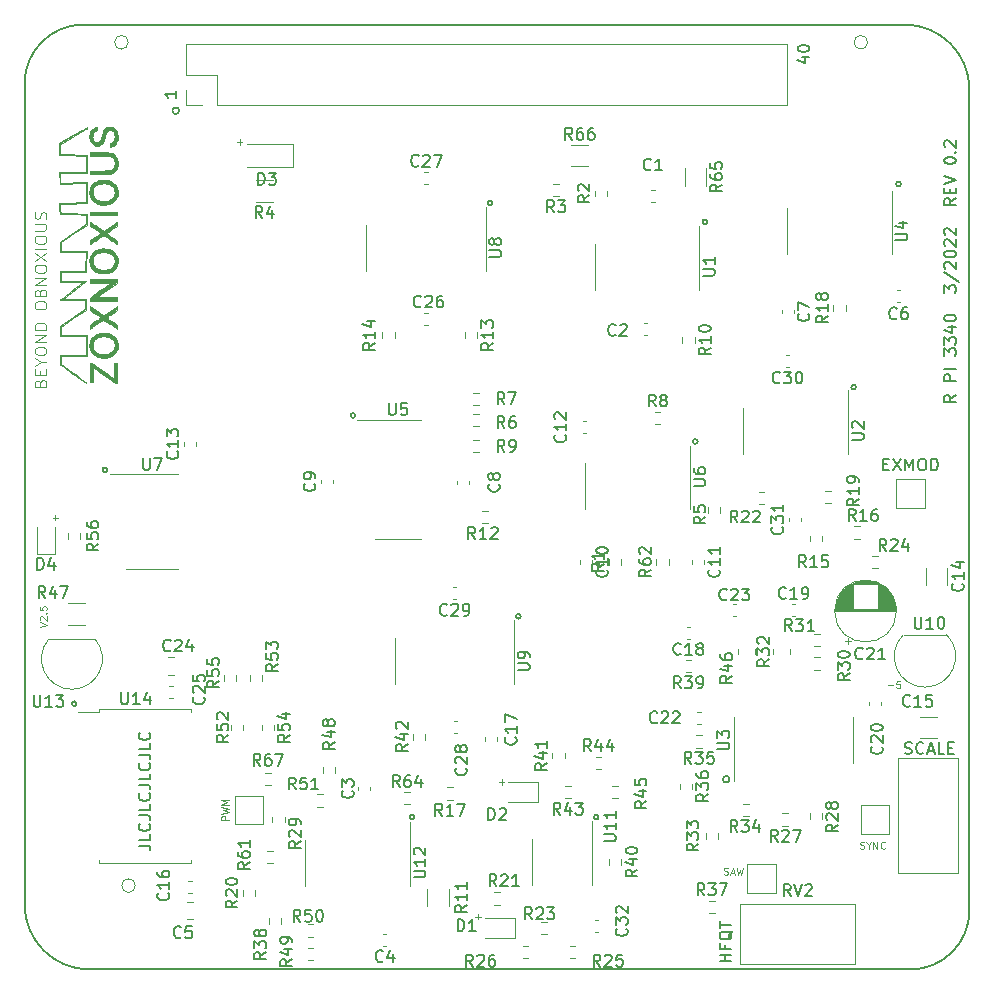
<source format=gbr>
G04 #@! TF.GenerationSoftware,KiCad,Pcbnew,(5.1.12-1-10_14)*
G04 #@! TF.CreationDate,2022-03-12T00:20:55-08:00*
G04 #@! TF.ProjectId,as3340,61733333-3430-42e6-9b69-6361645f7063,rev?*
G04 #@! TF.SameCoordinates,Original*
G04 #@! TF.FileFunction,Legend,Top*
G04 #@! TF.FilePolarity,Positive*
%FSLAX46Y46*%
G04 Gerber Fmt 4.6, Leading zero omitted, Abs format (unit mm)*
G04 Created by KiCad (PCBNEW (5.1.12-1-10_14)) date 2022-03-12 00:20:55*
%MOMM*%
%LPD*%
G01*
G04 APERTURE LIST*
%ADD10C,0.150000*%
%ADD11C,0.090000*%
G04 #@! TA.AperFunction,Profile*
%ADD12C,0.050000*%
G04 #@! TD*
G04 #@! TA.AperFunction,Profile*
%ADD13C,0.150000*%
G04 #@! TD*
%ADD14C,0.120000*%
%ADD15C,0.010000*%
G04 APERTURE END LIST*
D10*
X139714285Y-62728571D02*
X140047619Y-62728571D01*
X140190476Y-63252380D02*
X139714285Y-63252380D01*
X139714285Y-62252380D01*
X140190476Y-62252380D01*
X140523809Y-62252380D02*
X141190476Y-63252380D01*
X141190476Y-62252380D02*
X140523809Y-63252380D01*
X141571428Y-63252380D02*
X141571428Y-62252380D01*
X141904761Y-62966666D01*
X142238095Y-62252380D01*
X142238095Y-63252380D01*
X142904761Y-62252380D02*
X143095238Y-62252380D01*
X143190476Y-62300000D01*
X143285714Y-62395238D01*
X143333333Y-62585714D01*
X143333333Y-62919047D01*
X143285714Y-63109523D01*
X143190476Y-63204761D01*
X143095238Y-63252380D01*
X142904761Y-63252380D01*
X142809523Y-63204761D01*
X142714285Y-63109523D01*
X142666666Y-62919047D01*
X142666666Y-62585714D01*
X142714285Y-62395238D01*
X142809523Y-62300000D01*
X142904761Y-62252380D01*
X143761904Y-63252380D02*
X143761904Y-62252380D01*
X144000000Y-62252380D01*
X144142857Y-62300000D01*
X144238095Y-62395238D01*
X144285714Y-62490476D01*
X144333333Y-62680952D01*
X144333333Y-62823809D01*
X144285714Y-63014285D01*
X144238095Y-63109523D01*
X144142857Y-63204761D01*
X144000000Y-63252380D01*
X143761904Y-63252380D01*
X145852380Y-56876190D02*
X145376190Y-57209523D01*
X145852380Y-57447619D02*
X144852380Y-57447619D01*
X144852380Y-57066666D01*
X144900000Y-56971428D01*
X144947619Y-56923809D01*
X145042857Y-56876190D01*
X145185714Y-56876190D01*
X145280952Y-56923809D01*
X145328571Y-56971428D01*
X145376190Y-57066666D01*
X145376190Y-57447619D01*
X145852380Y-55685714D02*
X144852380Y-55685714D01*
X144852380Y-55304761D01*
X144900000Y-55209523D01*
X144947619Y-55161904D01*
X145042857Y-55114285D01*
X145185714Y-55114285D01*
X145280952Y-55161904D01*
X145328571Y-55209523D01*
X145376190Y-55304761D01*
X145376190Y-55685714D01*
X145852380Y-54685714D02*
X144852380Y-54685714D01*
X144852380Y-53542857D02*
X144852380Y-52923809D01*
X145233333Y-53257142D01*
X145233333Y-53114285D01*
X145280952Y-53019047D01*
X145328571Y-52971428D01*
X145423809Y-52923809D01*
X145661904Y-52923809D01*
X145757142Y-52971428D01*
X145804761Y-53019047D01*
X145852380Y-53114285D01*
X145852380Y-53400000D01*
X145804761Y-53495238D01*
X145757142Y-53542857D01*
X144852380Y-52590476D02*
X144852380Y-51971428D01*
X145233333Y-52304761D01*
X145233333Y-52161904D01*
X145280952Y-52066666D01*
X145328571Y-52019047D01*
X145423809Y-51971428D01*
X145661904Y-51971428D01*
X145757142Y-52019047D01*
X145804761Y-52066666D01*
X145852380Y-52161904D01*
X145852380Y-52447619D01*
X145804761Y-52542857D01*
X145757142Y-52590476D01*
X145185714Y-51114285D02*
X145852380Y-51114285D01*
X144804761Y-51352380D02*
X145519047Y-51590476D01*
X145519047Y-50971428D01*
X144852380Y-50400000D02*
X144852380Y-50304761D01*
X144900000Y-50209523D01*
X144947619Y-50161904D01*
X145042857Y-50114285D01*
X145233333Y-50066666D01*
X145471428Y-50066666D01*
X145661904Y-50114285D01*
X145757142Y-50161904D01*
X145804761Y-50209523D01*
X145852380Y-50304761D01*
X145852380Y-50400000D01*
X145804761Y-50495238D01*
X145757142Y-50542857D01*
X145661904Y-50590476D01*
X145471428Y-50638095D01*
X145233333Y-50638095D01*
X145042857Y-50590476D01*
X144947619Y-50542857D01*
X144900000Y-50495238D01*
X144852380Y-50400000D01*
X144852380Y-48209523D02*
X144852380Y-47590476D01*
X145233333Y-47923809D01*
X145233333Y-47780952D01*
X145280952Y-47685714D01*
X145328571Y-47638095D01*
X145423809Y-47590476D01*
X145661904Y-47590476D01*
X145757142Y-47638095D01*
X145804761Y-47685714D01*
X145852380Y-47780952D01*
X145852380Y-48066666D01*
X145804761Y-48161904D01*
X145757142Y-48209523D01*
X144804761Y-46447619D02*
X146090476Y-47304761D01*
X144947619Y-46161904D02*
X144900000Y-46114285D01*
X144852380Y-46019047D01*
X144852380Y-45780952D01*
X144900000Y-45685714D01*
X144947619Y-45638095D01*
X145042857Y-45590476D01*
X145138095Y-45590476D01*
X145280952Y-45638095D01*
X145852380Y-46209523D01*
X145852380Y-45590476D01*
X144852380Y-44971428D02*
X144852380Y-44876190D01*
X144900000Y-44780952D01*
X144947619Y-44733333D01*
X145042857Y-44685714D01*
X145233333Y-44638095D01*
X145471428Y-44638095D01*
X145661904Y-44685714D01*
X145757142Y-44733333D01*
X145804761Y-44780952D01*
X145852380Y-44876190D01*
X145852380Y-44971428D01*
X145804761Y-45066666D01*
X145757142Y-45114285D01*
X145661904Y-45161904D01*
X145471428Y-45209523D01*
X145233333Y-45209523D01*
X145042857Y-45161904D01*
X144947619Y-45114285D01*
X144900000Y-45066666D01*
X144852380Y-44971428D01*
X144947619Y-44257142D02*
X144900000Y-44209523D01*
X144852380Y-44114285D01*
X144852380Y-43876190D01*
X144900000Y-43780952D01*
X144947619Y-43733333D01*
X145042857Y-43685714D01*
X145138095Y-43685714D01*
X145280952Y-43733333D01*
X145852380Y-44304761D01*
X145852380Y-43685714D01*
X144947619Y-43304761D02*
X144900000Y-43257142D01*
X144852380Y-43161904D01*
X144852380Y-42923809D01*
X144900000Y-42828571D01*
X144947619Y-42780952D01*
X145042857Y-42733333D01*
X145138095Y-42733333D01*
X145280952Y-42780952D01*
X145852380Y-43352380D01*
X145852380Y-42733333D01*
X145852380Y-40209523D02*
X145376190Y-40542857D01*
X145852380Y-40780952D02*
X144852380Y-40780952D01*
X144852380Y-40400000D01*
X144900000Y-40304761D01*
X144947619Y-40257142D01*
X145042857Y-40209523D01*
X145185714Y-40209523D01*
X145280952Y-40257142D01*
X145328571Y-40304761D01*
X145376190Y-40400000D01*
X145376190Y-40780952D01*
X145328571Y-39780952D02*
X145328571Y-39447619D01*
X145852380Y-39304761D02*
X145852380Y-39780952D01*
X144852380Y-39780952D01*
X144852380Y-39304761D01*
X144852380Y-39019047D02*
X145852380Y-38685714D01*
X144852380Y-38352380D01*
X144852380Y-37066666D02*
X144852380Y-36971428D01*
X144900000Y-36876190D01*
X144947619Y-36828571D01*
X145042857Y-36780952D01*
X145233333Y-36733333D01*
X145471428Y-36733333D01*
X145661904Y-36780952D01*
X145757142Y-36828571D01*
X145804761Y-36876190D01*
X145852380Y-36971428D01*
X145852380Y-37066666D01*
X145804761Y-37161904D01*
X145757142Y-37209523D01*
X145661904Y-37257142D01*
X145471428Y-37304761D01*
X145233333Y-37304761D01*
X145042857Y-37257142D01*
X144947619Y-37209523D01*
X144900000Y-37161904D01*
X144852380Y-37066666D01*
X145757142Y-36304761D02*
X145804761Y-36257142D01*
X145852380Y-36304761D01*
X145804761Y-36352380D01*
X145757142Y-36304761D01*
X145852380Y-36304761D01*
X144947619Y-35876190D02*
X144900000Y-35828571D01*
X144852380Y-35733333D01*
X144852380Y-35495238D01*
X144900000Y-35400000D01*
X144947619Y-35352380D01*
X145042857Y-35304761D01*
X145138095Y-35304761D01*
X145280952Y-35352380D01*
X145852380Y-35923809D01*
X145852380Y-35304761D01*
D11*
X84971428Y-35442857D02*
X85428571Y-35442857D01*
X85200000Y-35671428D02*
X85200000Y-35214285D01*
X105171428Y-101042857D02*
X105628571Y-101042857D01*
X105400000Y-101271428D02*
X105400000Y-100814285D01*
X107171428Y-89642857D02*
X107628571Y-89642857D01*
X107400000Y-89871428D02*
X107400000Y-89414285D01*
X69371428Y-67242857D02*
X69828571Y-67242857D01*
X69600000Y-67471428D02*
X69600000Y-67014285D01*
D10*
X132785714Y-28285714D02*
X133452380Y-28285714D01*
X132404761Y-28523809D02*
X133119047Y-28761904D01*
X133119047Y-28142857D01*
X132452380Y-27571428D02*
X132452380Y-27476190D01*
X132500000Y-27380952D01*
X132547619Y-27333333D01*
X132642857Y-27285714D01*
X132833333Y-27238095D01*
X133071428Y-27238095D01*
X133261904Y-27285714D01*
X133357142Y-27333333D01*
X133404761Y-27380952D01*
X133452380Y-27476190D01*
X133452380Y-27571428D01*
X133404761Y-27666666D01*
X133357142Y-27714285D01*
X133261904Y-27761904D01*
X133071428Y-27809523D01*
X132833333Y-27809523D01*
X132642857Y-27761904D01*
X132547619Y-27714285D01*
X132500000Y-27666666D01*
X132452380Y-27571428D01*
X79852380Y-31114285D02*
X79852380Y-31685714D01*
X79852380Y-31400000D02*
X78852380Y-31400000D01*
X78995238Y-31495238D01*
X79090476Y-31590476D01*
X79138095Y-31685714D01*
X80082843Y-32800000D02*
G75*
G03*
X80082843Y-32800000I-282843J0D01*
G01*
D11*
X68271428Y-76514285D02*
X68871428Y-76314285D01*
X68271428Y-76114285D01*
X68328571Y-75942857D02*
X68300000Y-75914285D01*
X68271428Y-75857142D01*
X68271428Y-75714285D01*
X68300000Y-75657142D01*
X68328571Y-75628571D01*
X68385714Y-75600000D01*
X68442857Y-75600000D01*
X68528571Y-75628571D01*
X68871428Y-75971428D01*
X68871428Y-75600000D01*
X68814285Y-75342857D02*
X68842857Y-75314285D01*
X68871428Y-75342857D01*
X68842857Y-75371428D01*
X68814285Y-75342857D01*
X68871428Y-75342857D01*
X68271428Y-74771428D02*
X68271428Y-75057142D01*
X68557142Y-75085714D01*
X68528571Y-75057142D01*
X68500000Y-75000000D01*
X68500000Y-74857142D01*
X68528571Y-74800000D01*
X68557142Y-74771428D01*
X68614285Y-74742857D01*
X68757142Y-74742857D01*
X68814285Y-74771428D01*
X68842857Y-74800000D01*
X68871428Y-74857142D01*
X68871428Y-75000000D01*
X68842857Y-75057142D01*
X68814285Y-75085714D01*
D10*
X71400000Y-83000000D02*
G75*
G03*
X71400000Y-83000000I-200000J0D01*
G01*
X100000000Y-92600000D02*
G75*
G03*
X100000000Y-92600000I-200000J0D01*
G01*
X115600000Y-92600000D02*
G75*
G03*
X115600000Y-92600000I-200000J0D01*
G01*
D11*
X140085714Y-81442857D02*
X140542857Y-81442857D01*
X141114285Y-81071428D02*
X140828571Y-81071428D01*
X140800000Y-81357142D01*
X140828571Y-81328571D01*
X140885714Y-81300000D01*
X141028571Y-81300000D01*
X141085714Y-81328571D01*
X141114285Y-81357142D01*
X141142857Y-81414285D01*
X141142857Y-81557142D01*
X141114285Y-81614285D01*
X141085714Y-81642857D01*
X141028571Y-81671428D01*
X140885714Y-81671428D01*
X140828571Y-81642857D01*
X140800000Y-81614285D01*
D10*
X126682843Y-89400000D02*
G75*
G03*
X126682843Y-89400000I-282843J0D01*
G01*
X109000000Y-75600000D02*
G75*
G03*
X109000000Y-75600000I-200000J0D01*
G01*
X95000000Y-58600000D02*
G75*
G03*
X95000000Y-58600000I-200000J0D01*
G01*
X124000000Y-60800000D02*
G75*
G03*
X124000000Y-60800000I-200000J0D01*
G01*
X137400000Y-56200000D02*
G75*
G03*
X137400000Y-56200000I-200000J0D01*
G01*
X141200000Y-39000000D02*
G75*
G03*
X141200000Y-39000000I-200000J0D01*
G01*
X124800000Y-42200000D02*
G75*
G03*
X124800000Y-42200000I-200000J0D01*
G01*
X106600000Y-40600000D02*
G75*
G03*
X106600000Y-40600000I-200000J0D01*
G01*
X74000000Y-63200000D02*
G75*
G03*
X74000000Y-63200000I-200000J0D01*
G01*
D12*
X76376000Y-98400000D02*
G75*
G03*
X76376000Y-98400000I-576000J0D01*
G01*
X138376000Y-27000000D02*
G75*
G03*
X138376000Y-27000000I-576000J0D01*
G01*
X75776000Y-27000000D02*
G75*
G03*
X75776000Y-27000000I-576000J0D01*
G01*
D10*
X76652380Y-95019047D02*
X77366666Y-95019047D01*
X77509523Y-95066666D01*
X77604761Y-95161904D01*
X77652380Y-95304761D01*
X77652380Y-95400000D01*
X77652380Y-94066666D02*
X77652380Y-94542857D01*
X76652380Y-94542857D01*
X77557142Y-93161904D02*
X77604761Y-93209523D01*
X77652380Y-93352380D01*
X77652380Y-93447619D01*
X77604761Y-93590476D01*
X77509523Y-93685714D01*
X77414285Y-93733333D01*
X77223809Y-93780952D01*
X77080952Y-93780952D01*
X76890476Y-93733333D01*
X76795238Y-93685714D01*
X76700000Y-93590476D01*
X76652380Y-93447619D01*
X76652380Y-93352380D01*
X76700000Y-93209523D01*
X76747619Y-93161904D01*
X76652380Y-92447619D02*
X77366666Y-92447619D01*
X77509523Y-92495238D01*
X77604761Y-92590476D01*
X77652380Y-92733333D01*
X77652380Y-92828571D01*
X77652380Y-91495238D02*
X77652380Y-91971428D01*
X76652380Y-91971428D01*
X77557142Y-90590476D02*
X77604761Y-90638095D01*
X77652380Y-90780952D01*
X77652380Y-90876190D01*
X77604761Y-91019047D01*
X77509523Y-91114285D01*
X77414285Y-91161904D01*
X77223809Y-91209523D01*
X77080952Y-91209523D01*
X76890476Y-91161904D01*
X76795238Y-91114285D01*
X76700000Y-91019047D01*
X76652380Y-90876190D01*
X76652380Y-90780952D01*
X76700000Y-90638095D01*
X76747619Y-90590476D01*
X76652380Y-89876190D02*
X77366666Y-89876190D01*
X77509523Y-89923809D01*
X77604761Y-90019047D01*
X77652380Y-90161904D01*
X77652380Y-90257142D01*
X77652380Y-88923809D02*
X77652380Y-89400000D01*
X76652380Y-89400000D01*
X77557142Y-88019047D02*
X77604761Y-88066666D01*
X77652380Y-88209523D01*
X77652380Y-88304761D01*
X77604761Y-88447619D01*
X77509523Y-88542857D01*
X77414285Y-88590476D01*
X77223809Y-88638095D01*
X77080952Y-88638095D01*
X76890476Y-88590476D01*
X76795238Y-88542857D01*
X76700000Y-88447619D01*
X76652380Y-88304761D01*
X76652380Y-88209523D01*
X76700000Y-88066666D01*
X76747619Y-88019047D01*
X76652380Y-87304761D02*
X77366666Y-87304761D01*
X77509523Y-87352380D01*
X77604761Y-87447619D01*
X77652380Y-87590476D01*
X77652380Y-87685714D01*
X77652380Y-86352380D02*
X77652380Y-86828571D01*
X76652380Y-86828571D01*
X77557142Y-85447619D02*
X77604761Y-85495238D01*
X77652380Y-85638095D01*
X77652380Y-85733333D01*
X77604761Y-85876190D01*
X77509523Y-85971428D01*
X77414285Y-86019047D01*
X77223809Y-86066666D01*
X77080952Y-86066666D01*
X76890476Y-86019047D01*
X76795238Y-85971428D01*
X76700000Y-85876190D01*
X76652380Y-85733333D01*
X76652380Y-85638095D01*
X76700000Y-85495238D01*
X76747619Y-85447619D01*
D11*
X126228571Y-97442857D02*
X126314285Y-97471428D01*
X126457142Y-97471428D01*
X126514285Y-97442857D01*
X126542857Y-97414285D01*
X126571428Y-97357142D01*
X126571428Y-97300000D01*
X126542857Y-97242857D01*
X126514285Y-97214285D01*
X126457142Y-97185714D01*
X126342857Y-97157142D01*
X126285714Y-97128571D01*
X126257142Y-97100000D01*
X126228571Y-97042857D01*
X126228571Y-96985714D01*
X126257142Y-96928571D01*
X126285714Y-96900000D01*
X126342857Y-96871428D01*
X126485714Y-96871428D01*
X126571428Y-96900000D01*
X126800000Y-97300000D02*
X127085714Y-97300000D01*
X126742857Y-97471428D02*
X126942857Y-96871428D01*
X127142857Y-97471428D01*
X127285714Y-96871428D02*
X127428571Y-97471428D01*
X127542857Y-97042857D01*
X127657142Y-97471428D01*
X127800000Y-96871428D01*
X84271428Y-92842857D02*
X83671428Y-92842857D01*
X83671428Y-92614285D01*
X83700000Y-92557142D01*
X83728571Y-92528571D01*
X83785714Y-92500000D01*
X83871428Y-92500000D01*
X83928571Y-92528571D01*
X83957142Y-92557142D01*
X83985714Y-92614285D01*
X83985714Y-92842857D01*
X83671428Y-92300000D02*
X84271428Y-92157142D01*
X83842857Y-92042857D01*
X84271428Y-91928571D01*
X83671428Y-91785714D01*
X84271428Y-91557142D02*
X83671428Y-91557142D01*
X84100000Y-91357142D01*
X83671428Y-91157142D01*
X84271428Y-91157142D01*
D10*
X126852380Y-104819047D02*
X125852380Y-104819047D01*
X126328571Y-104819047D02*
X126328571Y-104247619D01*
X126852380Y-104247619D02*
X125852380Y-104247619D01*
X126328571Y-103438095D02*
X126328571Y-103771428D01*
X126852380Y-103771428D02*
X125852380Y-103771428D01*
X125852380Y-103295238D01*
X126947619Y-102247619D02*
X126900000Y-102342857D01*
X126804761Y-102438095D01*
X126661904Y-102580952D01*
X126614285Y-102676190D01*
X126614285Y-102771428D01*
X126852380Y-102723809D02*
X126804761Y-102819047D01*
X126709523Y-102914285D01*
X126519047Y-102961904D01*
X126185714Y-102961904D01*
X125995238Y-102914285D01*
X125900000Y-102819047D01*
X125852380Y-102723809D01*
X125852380Y-102533333D01*
X125900000Y-102438095D01*
X125995238Y-102342857D01*
X126185714Y-102295238D01*
X126519047Y-102295238D01*
X126709523Y-102342857D01*
X126804761Y-102438095D01*
X126852380Y-102533333D01*
X126852380Y-102723809D01*
X125852380Y-102009523D02*
X125852380Y-101438095D01*
X126852380Y-101723809D02*
X125852380Y-101723809D01*
X141528571Y-87204761D02*
X141671428Y-87252380D01*
X141909523Y-87252380D01*
X142004761Y-87204761D01*
X142052380Y-87157142D01*
X142100000Y-87061904D01*
X142100000Y-86966666D01*
X142052380Y-86871428D01*
X142004761Y-86823809D01*
X141909523Y-86776190D01*
X141719047Y-86728571D01*
X141623809Y-86680952D01*
X141576190Y-86633333D01*
X141528571Y-86538095D01*
X141528571Y-86442857D01*
X141576190Y-86347619D01*
X141623809Y-86300000D01*
X141719047Y-86252380D01*
X141957142Y-86252380D01*
X142100000Y-86300000D01*
X143100000Y-87157142D02*
X143052380Y-87204761D01*
X142909523Y-87252380D01*
X142814285Y-87252380D01*
X142671428Y-87204761D01*
X142576190Y-87109523D01*
X142528571Y-87014285D01*
X142480952Y-86823809D01*
X142480952Y-86680952D01*
X142528571Y-86490476D01*
X142576190Y-86395238D01*
X142671428Y-86300000D01*
X142814285Y-86252380D01*
X142909523Y-86252380D01*
X143052380Y-86300000D01*
X143100000Y-86347619D01*
X143480952Y-86966666D02*
X143957142Y-86966666D01*
X143385714Y-87252380D02*
X143719047Y-86252380D01*
X144052380Y-87252380D01*
X144861904Y-87252380D02*
X144385714Y-87252380D01*
X144385714Y-86252380D01*
X145195238Y-86728571D02*
X145528571Y-86728571D01*
X145671428Y-87252380D02*
X145195238Y-87252380D01*
X145195238Y-86252380D01*
X145671428Y-86252380D01*
D11*
X137757142Y-95242857D02*
X137842857Y-95271428D01*
X137985714Y-95271428D01*
X138042857Y-95242857D01*
X138071428Y-95214285D01*
X138100000Y-95157142D01*
X138100000Y-95100000D01*
X138071428Y-95042857D01*
X138042857Y-95014285D01*
X137985714Y-94985714D01*
X137871428Y-94957142D01*
X137814285Y-94928571D01*
X137785714Y-94900000D01*
X137757142Y-94842857D01*
X137757142Y-94785714D01*
X137785714Y-94728571D01*
X137814285Y-94700000D01*
X137871428Y-94671428D01*
X138014285Y-94671428D01*
X138100000Y-94700000D01*
X138471428Y-94985714D02*
X138471428Y-95271428D01*
X138271428Y-94671428D02*
X138471428Y-94985714D01*
X138671428Y-94671428D01*
X138871428Y-95271428D02*
X138871428Y-94671428D01*
X139214285Y-95271428D01*
X139214285Y-94671428D01*
X139842857Y-95214285D02*
X139814285Y-95242857D01*
X139728571Y-95271428D01*
X139671428Y-95271428D01*
X139585714Y-95242857D01*
X139528571Y-95185714D01*
X139500000Y-95128571D01*
X139471428Y-95014285D01*
X139471428Y-94928571D01*
X139500000Y-94814285D01*
X139528571Y-94757142D01*
X139585714Y-94700000D01*
X139671428Y-94671428D01*
X139728571Y-94671428D01*
X139814285Y-94700000D01*
X139842857Y-94728571D01*
X68328571Y-55847619D02*
X68376190Y-55704761D01*
X68423809Y-55657142D01*
X68519047Y-55609523D01*
X68661904Y-55609523D01*
X68757142Y-55657142D01*
X68804761Y-55704761D01*
X68852380Y-55800000D01*
X68852380Y-56180952D01*
X67852380Y-56180952D01*
X67852380Y-55847619D01*
X67900000Y-55752380D01*
X67947619Y-55704761D01*
X68042857Y-55657142D01*
X68138095Y-55657142D01*
X68233333Y-55704761D01*
X68280952Y-55752380D01*
X68328571Y-55847619D01*
X68328571Y-56180952D01*
X68328571Y-55180952D02*
X68328571Y-54847619D01*
X68852380Y-54704761D02*
X68852380Y-55180952D01*
X67852380Y-55180952D01*
X67852380Y-54704761D01*
X68376190Y-54085714D02*
X68852380Y-54085714D01*
X67852380Y-54419047D02*
X68376190Y-54085714D01*
X67852380Y-53752380D01*
X67852380Y-53228571D02*
X67852380Y-53038095D01*
X67900000Y-52942857D01*
X67995238Y-52847619D01*
X68185714Y-52800000D01*
X68519047Y-52800000D01*
X68709523Y-52847619D01*
X68804761Y-52942857D01*
X68852380Y-53038095D01*
X68852380Y-53228571D01*
X68804761Y-53323809D01*
X68709523Y-53419047D01*
X68519047Y-53466666D01*
X68185714Y-53466666D01*
X67995238Y-53419047D01*
X67900000Y-53323809D01*
X67852380Y-53228571D01*
X68852380Y-52371428D02*
X67852380Y-52371428D01*
X68852380Y-51800000D01*
X67852380Y-51800000D01*
X68852380Y-51323809D02*
X67852380Y-51323809D01*
X67852380Y-51085714D01*
X67900000Y-50942857D01*
X67995238Y-50847619D01*
X68090476Y-50800000D01*
X68280952Y-50752380D01*
X68423809Y-50752380D01*
X68614285Y-50800000D01*
X68709523Y-50847619D01*
X68804761Y-50942857D01*
X68852380Y-51085714D01*
X68852380Y-51323809D01*
X67852380Y-49371428D02*
X67852380Y-49180952D01*
X67900000Y-49085714D01*
X67995238Y-48990476D01*
X68185714Y-48942857D01*
X68519047Y-48942857D01*
X68709523Y-48990476D01*
X68804761Y-49085714D01*
X68852380Y-49180952D01*
X68852380Y-49371428D01*
X68804761Y-49466666D01*
X68709523Y-49561904D01*
X68519047Y-49609523D01*
X68185714Y-49609523D01*
X67995238Y-49561904D01*
X67900000Y-49466666D01*
X67852380Y-49371428D01*
X68328571Y-48180952D02*
X68376190Y-48038095D01*
X68423809Y-47990476D01*
X68519047Y-47942857D01*
X68661904Y-47942857D01*
X68757142Y-47990476D01*
X68804761Y-48038095D01*
X68852380Y-48133333D01*
X68852380Y-48514285D01*
X67852380Y-48514285D01*
X67852380Y-48180952D01*
X67900000Y-48085714D01*
X67947619Y-48038095D01*
X68042857Y-47990476D01*
X68138095Y-47990476D01*
X68233333Y-48038095D01*
X68280952Y-48085714D01*
X68328571Y-48180952D01*
X68328571Y-48514285D01*
X68852380Y-47514285D02*
X67852380Y-47514285D01*
X68852380Y-46942857D01*
X67852380Y-46942857D01*
X67852380Y-46276190D02*
X67852380Y-46085714D01*
X67900000Y-45990476D01*
X67995238Y-45895238D01*
X68185714Y-45847619D01*
X68519047Y-45847619D01*
X68709523Y-45895238D01*
X68804761Y-45990476D01*
X68852380Y-46085714D01*
X68852380Y-46276190D01*
X68804761Y-46371428D01*
X68709523Y-46466666D01*
X68519047Y-46514285D01*
X68185714Y-46514285D01*
X67995238Y-46466666D01*
X67900000Y-46371428D01*
X67852380Y-46276190D01*
X67852380Y-45514285D02*
X68852380Y-44847619D01*
X67852380Y-44847619D02*
X68852380Y-45514285D01*
X68852380Y-44466666D02*
X67852380Y-44466666D01*
X67852380Y-43800000D02*
X67852380Y-43609523D01*
X67900000Y-43514285D01*
X67995238Y-43419047D01*
X68185714Y-43371428D01*
X68519047Y-43371428D01*
X68709523Y-43419047D01*
X68804761Y-43514285D01*
X68852380Y-43609523D01*
X68852380Y-43800000D01*
X68804761Y-43895238D01*
X68709523Y-43990476D01*
X68519047Y-44038095D01*
X68185714Y-44038095D01*
X67995238Y-43990476D01*
X67900000Y-43895238D01*
X67852380Y-43800000D01*
X67852380Y-42942857D02*
X68661904Y-42942857D01*
X68757142Y-42895238D01*
X68804761Y-42847619D01*
X68852380Y-42752380D01*
X68852380Y-42561904D01*
X68804761Y-42466666D01*
X68757142Y-42419047D01*
X68661904Y-42371428D01*
X67852380Y-42371428D01*
X68804761Y-41942857D02*
X68852380Y-41800000D01*
X68852380Y-41561904D01*
X68804761Y-41466666D01*
X68757142Y-41419047D01*
X68661904Y-41371428D01*
X68566666Y-41371428D01*
X68471428Y-41419047D01*
X68423809Y-41466666D01*
X68376190Y-41561904D01*
X68328571Y-41752380D01*
X68280952Y-41847619D01*
X68233333Y-41895238D01*
X68138095Y-41942857D01*
X68042857Y-41942857D01*
X67947619Y-41895238D01*
X67900000Y-41847619D01*
X67852380Y-41752380D01*
X67852380Y-41514285D01*
X67900000Y-41371428D01*
D13*
X147000000Y-100500000D02*
X147000000Y-31000000D01*
X67000000Y-30500000D02*
X67000000Y-100000000D01*
X142000000Y-105500000D02*
X72500000Y-105500000D01*
X72500000Y-105500000D02*
G75*
G02*
X67000000Y-100000000I0J5500000D01*
G01*
X147000000Y-100500000D02*
G75*
G02*
X142000000Y-105500000I-5000000J0D01*
G01*
X72000000Y-25500000D02*
X141500000Y-25500000D01*
X67000000Y-30500000D02*
G75*
G02*
X72000000Y-25500000I5000000J0D01*
G01*
X141500000Y-25500000D02*
G75*
G02*
X147000000Y-31000000I0J-5500000D01*
G01*
D14*
X140800000Y-64000000D02*
X143200000Y-64000000D01*
X143200000Y-64000000D02*
X143200000Y-66400000D01*
X143200000Y-66400000D02*
X140800000Y-66400000D01*
X140800000Y-66400000D02*
X140800000Y-64000000D01*
X77800000Y-63565000D02*
X74200000Y-63565000D01*
X77800000Y-63565000D02*
X80000000Y-63565000D01*
X77800000Y-71635000D02*
X75600000Y-71635000D01*
X77800000Y-71635000D02*
X80000000Y-71635000D01*
X79138748Y-80535000D02*
X79661252Y-80535000D01*
X79138748Y-79065000D02*
X79661252Y-79065000D01*
X80738748Y-101235000D02*
X81261252Y-101235000D01*
X80738748Y-99765000D02*
X81261252Y-99765000D01*
X137800000Y-94000000D02*
X137800000Y-91600000D01*
X140200000Y-94000000D02*
X137800000Y-94000000D01*
X140200000Y-91600000D02*
X140200000Y-94000000D01*
X137800000Y-91600000D02*
X140200000Y-91600000D01*
X128200000Y-99000000D02*
X128200000Y-96600000D01*
X130600000Y-99000000D02*
X128200000Y-99000000D01*
X130600000Y-96600000D02*
X130600000Y-99000000D01*
X128200000Y-96600000D02*
X130600000Y-96600000D01*
X84800000Y-93200000D02*
X84800000Y-90800000D01*
X87200000Y-93200000D02*
X84800000Y-93200000D01*
X87200000Y-90800000D02*
X87200000Y-93200000D01*
X84800000Y-90800000D02*
X87200000Y-90800000D01*
X136475000Y-77704775D02*
X136975000Y-77704775D01*
X136725000Y-77954775D02*
X136725000Y-77454775D01*
X137916000Y-72549000D02*
X138484000Y-72549000D01*
X137682000Y-72589000D02*
X138718000Y-72589000D01*
X137523000Y-72629000D02*
X138877000Y-72629000D01*
X137395000Y-72669000D02*
X139005000Y-72669000D01*
X137285000Y-72709000D02*
X139115000Y-72709000D01*
X137189000Y-72749000D02*
X139211000Y-72749000D01*
X137102000Y-72789000D02*
X139298000Y-72789000D01*
X137022000Y-72829000D02*
X139378000Y-72829000D01*
X139240000Y-72869000D02*
X139451000Y-72869000D01*
X136949000Y-72869000D02*
X137160000Y-72869000D01*
X139240000Y-72909000D02*
X139519000Y-72909000D01*
X136881000Y-72909000D02*
X137160000Y-72909000D01*
X139240000Y-72949000D02*
X139583000Y-72949000D01*
X136817000Y-72949000D02*
X137160000Y-72949000D01*
X139240000Y-72989000D02*
X139643000Y-72989000D01*
X136757000Y-72989000D02*
X137160000Y-72989000D01*
X139240000Y-73029000D02*
X139700000Y-73029000D01*
X136700000Y-73029000D02*
X137160000Y-73029000D01*
X139240000Y-73069000D02*
X139754000Y-73069000D01*
X136646000Y-73069000D02*
X137160000Y-73069000D01*
X139240000Y-73109000D02*
X139805000Y-73109000D01*
X136595000Y-73109000D02*
X137160000Y-73109000D01*
X139240000Y-73149000D02*
X139853000Y-73149000D01*
X136547000Y-73149000D02*
X137160000Y-73149000D01*
X139240000Y-73189000D02*
X139899000Y-73189000D01*
X136501000Y-73189000D02*
X137160000Y-73189000D01*
X139240000Y-73229000D02*
X139943000Y-73229000D01*
X136457000Y-73229000D02*
X137160000Y-73229000D01*
X139240000Y-73269000D02*
X139985000Y-73269000D01*
X136415000Y-73269000D02*
X137160000Y-73269000D01*
X139240000Y-73309000D02*
X140026000Y-73309000D01*
X136374000Y-73309000D02*
X137160000Y-73309000D01*
X139240000Y-73349000D02*
X140064000Y-73349000D01*
X136336000Y-73349000D02*
X137160000Y-73349000D01*
X139240000Y-73389000D02*
X140101000Y-73389000D01*
X136299000Y-73389000D02*
X137160000Y-73389000D01*
X139240000Y-73429000D02*
X140137000Y-73429000D01*
X136263000Y-73429000D02*
X137160000Y-73429000D01*
X139240000Y-73469000D02*
X140171000Y-73469000D01*
X136229000Y-73469000D02*
X137160000Y-73469000D01*
X139240000Y-73509000D02*
X140204000Y-73509000D01*
X136196000Y-73509000D02*
X137160000Y-73509000D01*
X139240000Y-73549000D02*
X140235000Y-73549000D01*
X136165000Y-73549000D02*
X137160000Y-73549000D01*
X139240000Y-73589000D02*
X140265000Y-73589000D01*
X136135000Y-73589000D02*
X137160000Y-73589000D01*
X139240000Y-73629000D02*
X140295000Y-73629000D01*
X136105000Y-73629000D02*
X137160000Y-73629000D01*
X139240000Y-73669000D02*
X140322000Y-73669000D01*
X136078000Y-73669000D02*
X137160000Y-73669000D01*
X139240000Y-73709000D02*
X140349000Y-73709000D01*
X136051000Y-73709000D02*
X137160000Y-73709000D01*
X139240000Y-73749000D02*
X140375000Y-73749000D01*
X136025000Y-73749000D02*
X137160000Y-73749000D01*
X139240000Y-73789000D02*
X140400000Y-73789000D01*
X136000000Y-73789000D02*
X137160000Y-73789000D01*
X139240000Y-73829000D02*
X140424000Y-73829000D01*
X135976000Y-73829000D02*
X137160000Y-73829000D01*
X139240000Y-73869000D02*
X140447000Y-73869000D01*
X135953000Y-73869000D02*
X137160000Y-73869000D01*
X139240000Y-73909000D02*
X140468000Y-73909000D01*
X135932000Y-73909000D02*
X137160000Y-73909000D01*
X139240000Y-73949000D02*
X140490000Y-73949000D01*
X135910000Y-73949000D02*
X137160000Y-73949000D01*
X139240000Y-73989000D02*
X140510000Y-73989000D01*
X135890000Y-73989000D02*
X137160000Y-73989000D01*
X139240000Y-74029000D02*
X140529000Y-74029000D01*
X135871000Y-74029000D02*
X137160000Y-74029000D01*
X139240000Y-74069000D02*
X140548000Y-74069000D01*
X135852000Y-74069000D02*
X137160000Y-74069000D01*
X139240000Y-74109000D02*
X140565000Y-74109000D01*
X135835000Y-74109000D02*
X137160000Y-74109000D01*
X139240000Y-74149000D02*
X140582000Y-74149000D01*
X135818000Y-74149000D02*
X137160000Y-74149000D01*
X139240000Y-74189000D02*
X140598000Y-74189000D01*
X135802000Y-74189000D02*
X137160000Y-74189000D01*
X139240000Y-74229000D02*
X140614000Y-74229000D01*
X135786000Y-74229000D02*
X137160000Y-74229000D01*
X139240000Y-74269000D02*
X140628000Y-74269000D01*
X135772000Y-74269000D02*
X137160000Y-74269000D01*
X139240000Y-74309000D02*
X140642000Y-74309000D01*
X135758000Y-74309000D02*
X137160000Y-74309000D01*
X139240000Y-74349000D02*
X140655000Y-74349000D01*
X135745000Y-74349000D02*
X137160000Y-74349000D01*
X139240000Y-74389000D02*
X140668000Y-74389000D01*
X135732000Y-74389000D02*
X137160000Y-74389000D01*
X139240000Y-74429000D02*
X140680000Y-74429000D01*
X135720000Y-74429000D02*
X137160000Y-74429000D01*
X139240000Y-74470000D02*
X140691000Y-74470000D01*
X135709000Y-74470000D02*
X137160000Y-74470000D01*
X139240000Y-74510000D02*
X140701000Y-74510000D01*
X135699000Y-74510000D02*
X137160000Y-74510000D01*
X139240000Y-74550000D02*
X140711000Y-74550000D01*
X135689000Y-74550000D02*
X137160000Y-74550000D01*
X139240000Y-74590000D02*
X140720000Y-74590000D01*
X135680000Y-74590000D02*
X137160000Y-74590000D01*
X139240000Y-74630000D02*
X140728000Y-74630000D01*
X135672000Y-74630000D02*
X137160000Y-74630000D01*
X139240000Y-74670000D02*
X140736000Y-74670000D01*
X135664000Y-74670000D02*
X137160000Y-74670000D01*
X139240000Y-74710000D02*
X140743000Y-74710000D01*
X135657000Y-74710000D02*
X137160000Y-74710000D01*
X139240000Y-74750000D02*
X140750000Y-74750000D01*
X135650000Y-74750000D02*
X137160000Y-74750000D01*
X139240000Y-74790000D02*
X140756000Y-74790000D01*
X135644000Y-74790000D02*
X137160000Y-74790000D01*
X139240000Y-74830000D02*
X140761000Y-74830000D01*
X135639000Y-74830000D02*
X137160000Y-74830000D01*
X139240000Y-74870000D02*
X140765000Y-74870000D01*
X135635000Y-74870000D02*
X137160000Y-74870000D01*
X139240000Y-74910000D02*
X140769000Y-74910000D01*
X135631000Y-74910000D02*
X137160000Y-74910000D01*
X135627000Y-74950000D02*
X140773000Y-74950000D01*
X135624000Y-74990000D02*
X140776000Y-74990000D01*
X135622000Y-75030000D02*
X140778000Y-75030000D01*
X135621000Y-75070000D02*
X140779000Y-75070000D01*
X135620000Y-75110000D02*
X140780000Y-75110000D01*
X135620000Y-75150000D02*
X140780000Y-75150000D01*
X140820000Y-75150000D02*
G75*
G03*
X140820000Y-75150000I-2620000J0D01*
G01*
D15*
G36*
X69927486Y-40623016D02*
G01*
X69927546Y-40622920D01*
X69940588Y-40621785D01*
X69976791Y-40619871D01*
X70033935Y-40617259D01*
X70109795Y-40614031D01*
X70202150Y-40610265D01*
X70308775Y-40606045D01*
X70427448Y-40601449D01*
X70555947Y-40596559D01*
X70692048Y-40591456D01*
X70833529Y-40586220D01*
X70978166Y-40580933D01*
X71123737Y-40575674D01*
X71268019Y-40570525D01*
X71408788Y-40565567D01*
X71543823Y-40560879D01*
X71670900Y-40556544D01*
X71787797Y-40552641D01*
X71892289Y-40549252D01*
X71982156Y-40546457D01*
X72055173Y-40544337D01*
X72109117Y-40542973D01*
X72141767Y-40542445D01*
X72142825Y-40542442D01*
X72222200Y-40542300D01*
X72222200Y-38916700D01*
X72130125Y-38916756D01*
X72102697Y-38917259D01*
X72052084Y-38918697D01*
X71980481Y-38920991D01*
X71890082Y-38924063D01*
X71783081Y-38927834D01*
X71661674Y-38932226D01*
X71528056Y-38937161D01*
X71384419Y-38942559D01*
X71232960Y-38948343D01*
X71075873Y-38954434D01*
X71066500Y-38954800D01*
X70909976Y-38960888D01*
X70759566Y-38966676D01*
X70617388Y-38972086D01*
X70485561Y-38977040D01*
X70366206Y-38981461D01*
X70261442Y-38985270D01*
X70173388Y-38988390D01*
X70104165Y-38990744D01*
X70055891Y-38992253D01*
X70030687Y-38992840D01*
X70029620Y-38992845D01*
X69964291Y-38992901D01*
X69959114Y-38500775D01*
X69958084Y-38391486D01*
X69957362Y-38290313D01*
X69956949Y-38200033D01*
X69956849Y-38123423D01*
X69957064Y-38063261D01*
X69957596Y-38022323D01*
X69958448Y-38003387D01*
X69958681Y-38002445D01*
X69971733Y-38001314D01*
X70007917Y-37999857D01*
X70064970Y-37998115D01*
X70140628Y-37996130D01*
X70232626Y-37993943D01*
X70338700Y-37991596D01*
X70456586Y-37989129D01*
X70584020Y-37986585D01*
X70718737Y-37984005D01*
X70858474Y-37981430D01*
X71000965Y-37978901D01*
X71143947Y-37976461D01*
X71285156Y-37974149D01*
X71422326Y-37972009D01*
X71553195Y-37970080D01*
X71675497Y-37968405D01*
X71786969Y-37967024D01*
X71885346Y-37965980D01*
X71968364Y-37965314D01*
X71998772Y-37965154D01*
X72226195Y-37964200D01*
X72217122Y-37288259D01*
X72215276Y-37159639D01*
X72213308Y-37038786D01*
X72211274Y-36928059D01*
X72209228Y-36829821D01*
X72207225Y-36746433D01*
X72205318Y-36680255D01*
X72203563Y-36633650D01*
X72202014Y-36608978D01*
X72201375Y-36605634D01*
X72187993Y-36604395D01*
X72151487Y-36602836D01*
X72094131Y-36600998D01*
X72018199Y-36598925D01*
X71925966Y-36596658D01*
X71819703Y-36594239D01*
X71701687Y-36591712D01*
X71574190Y-36589118D01*
X71439485Y-36586501D01*
X71299848Y-36583901D01*
X71157552Y-36581362D01*
X71014870Y-36578927D01*
X70874077Y-36576636D01*
X70737446Y-36574534D01*
X70607252Y-36572661D01*
X70485767Y-36571061D01*
X70375266Y-36569776D01*
X70278022Y-36568848D01*
X70199725Y-36568335D01*
X69948900Y-36567200D01*
X69948900Y-35529722D01*
X71100725Y-34870536D01*
X71258411Y-34780343D01*
X71410031Y-34693717D01*
X71554114Y-34611493D01*
X71689188Y-34534507D01*
X71813785Y-34463592D01*
X71926435Y-34399584D01*
X72025665Y-34343317D01*
X72110008Y-34295626D01*
X72177992Y-34257345D01*
X72228147Y-34229310D01*
X72259003Y-34212355D01*
X72268985Y-34207271D01*
X72284076Y-34213772D01*
X72298895Y-34233598D01*
X72308568Y-34257108D01*
X72308220Y-34274661D01*
X72304600Y-34277706D01*
X72292064Y-34284568D01*
X72258975Y-34303221D01*
X72206817Y-34332818D01*
X72137072Y-34372512D01*
X72051221Y-34421457D01*
X71950747Y-34478806D01*
X71837131Y-34543715D01*
X71711857Y-34615336D01*
X71576405Y-34692822D01*
X71432259Y-34775329D01*
X71280899Y-34862010D01*
X71168100Y-34926636D01*
X70044150Y-35570694D01*
X70035566Y-35627622D01*
X70033391Y-35654436D01*
X70031357Y-35702991D01*
X70029541Y-35769626D01*
X70028020Y-35850683D01*
X70026872Y-35942502D01*
X70026173Y-36041423D01*
X70026041Y-36080060D01*
X70025100Y-36475570D01*
X70244175Y-36483174D01*
X70294240Y-36484658D01*
X70366992Y-36486452D01*
X70459720Y-36488503D01*
X70569714Y-36490759D01*
X70694263Y-36493169D01*
X70830656Y-36495682D01*
X70976184Y-36498245D01*
X71128135Y-36500806D01*
X71283798Y-36503315D01*
X71371300Y-36504674D01*
X71520801Y-36507031D01*
X71662771Y-36509405D01*
X71795184Y-36511753D01*
X71916015Y-36514034D01*
X72023237Y-36516203D01*
X72114824Y-36518220D01*
X72188750Y-36520042D01*
X72242990Y-36521626D01*
X72275518Y-36522930D01*
X72284566Y-36523760D01*
X72285792Y-36537103D01*
X72287234Y-36573134D01*
X72288854Y-36629148D01*
X72290612Y-36702440D01*
X72292468Y-36790304D01*
X72294382Y-36890037D01*
X72296315Y-36998933D01*
X72298227Y-37114288D01*
X72300079Y-37233397D01*
X72301830Y-37353554D01*
X72303440Y-37472055D01*
X72304872Y-37586195D01*
X72306083Y-37693270D01*
X72307035Y-37790574D01*
X72307689Y-37875402D01*
X72308003Y-37945050D01*
X72307940Y-37996813D01*
X72307458Y-38027986D01*
X72306770Y-38036263D01*
X72293863Y-38037050D01*
X72257777Y-38038226D01*
X72200731Y-38039748D01*
X72124942Y-38041573D01*
X72032628Y-38043661D01*
X71926007Y-38045967D01*
X71807297Y-38048451D01*
X71678716Y-38051070D01*
X71542481Y-38053781D01*
X71400811Y-38056543D01*
X71255924Y-38059313D01*
X71110037Y-38062048D01*
X70965368Y-38064707D01*
X70824135Y-38067248D01*
X70688556Y-38069627D01*
X70560848Y-38071803D01*
X70443231Y-38073734D01*
X70337921Y-38075377D01*
X70247137Y-38076690D01*
X70173095Y-38077630D01*
X70118015Y-38078156D01*
X70104475Y-38078231D01*
X70037800Y-38078500D01*
X70037799Y-38489134D01*
X70037960Y-38588666D01*
X70038416Y-38679828D01*
X70039127Y-38759578D01*
X70040054Y-38824874D01*
X70041157Y-38872672D01*
X70042398Y-38899930D01*
X70043189Y-38905156D01*
X70056410Y-38905503D01*
X70093120Y-38904892D01*
X70151428Y-38903388D01*
X70229445Y-38901054D01*
X70325280Y-38897953D01*
X70437043Y-38894150D01*
X70562843Y-38889708D01*
X70700789Y-38884691D01*
X70848993Y-38879162D01*
X71005562Y-38873184D01*
X71087764Y-38869994D01*
X71250391Y-38863682D01*
X71407452Y-38857650D01*
X71556843Y-38851977D01*
X71696458Y-38846739D01*
X71824191Y-38842013D01*
X71937936Y-38837876D01*
X72035587Y-38834405D01*
X72115040Y-38831677D01*
X72174187Y-38829769D01*
X72210924Y-38828759D01*
X72219025Y-38828622D01*
X72311100Y-38827800D01*
X72311100Y-40615084D01*
X72130125Y-40623258D01*
X72087737Y-40625029D01*
X72022431Y-40627563D01*
X71936672Y-40630773D01*
X71832927Y-40634570D01*
X71713663Y-40638865D01*
X71581347Y-40643571D01*
X71438445Y-40648598D01*
X71287424Y-40653860D01*
X71130750Y-40659267D01*
X70983950Y-40664287D01*
X70829766Y-40669592D01*
X70683067Y-40674751D01*
X70545812Y-40679688D01*
X70419964Y-40684327D01*
X70307485Y-40688592D01*
X70210335Y-40692407D01*
X70130477Y-40695697D01*
X70069873Y-40698386D01*
X70030483Y-40700398D01*
X70014271Y-40701657D01*
X70013970Y-40701759D01*
X70013214Y-40715224D01*
X70013758Y-40750251D01*
X70015414Y-40803045D01*
X70017994Y-40869812D01*
X70021310Y-40946756D01*
X70025173Y-41030083D01*
X70029396Y-41115999D01*
X70033789Y-41200708D01*
X70038164Y-41280416D01*
X70042334Y-41351328D01*
X70046110Y-41409650D01*
X70049303Y-41451587D01*
X70051725Y-41473345D01*
X70052366Y-41475501D01*
X70065639Y-41476515D01*
X70102473Y-41477778D01*
X70161033Y-41479258D01*
X70239482Y-41480923D01*
X70335982Y-41482741D01*
X70448698Y-41484681D01*
X70575793Y-41486710D01*
X70715430Y-41488797D01*
X70865773Y-41490909D01*
X71024985Y-41493016D01*
X71161676Y-41494727D01*
X71326820Y-41496804D01*
X71484610Y-41498913D01*
X71633208Y-41501023D01*
X71770779Y-41503100D01*
X71895485Y-41505114D01*
X72005491Y-41507032D01*
X72098959Y-41508823D01*
X72174053Y-41510455D01*
X72228936Y-41511897D01*
X72261772Y-41513115D01*
X72270963Y-41513931D01*
X72272456Y-41527514D01*
X72274152Y-41563607D01*
X72275976Y-41619319D01*
X72277853Y-41691761D01*
X72279707Y-41778043D01*
X72281463Y-41875276D01*
X72282961Y-41974340D01*
X72289211Y-42429002D01*
X71176266Y-43184276D01*
X70063322Y-43939550D01*
X70063200Y-44669800D01*
X70321990Y-44669801D01*
X70381157Y-44669584D01*
X70462663Y-44668959D01*
X70563450Y-44667964D01*
X70680459Y-44666637D01*
X70810633Y-44665017D01*
X70950915Y-44663141D01*
X71098246Y-44661049D01*
X71249569Y-44658777D01*
X71401825Y-44656365D01*
X71415350Y-44656144D01*
X71558523Y-44653871D01*
X71694075Y-44651854D01*
X71819892Y-44650117D01*
X71933863Y-44648682D01*
X72033874Y-44647571D01*
X72117814Y-44646808D01*
X72183569Y-44646415D01*
X72229027Y-44646415D01*
X72252075Y-44646830D01*
X72254560Y-44647128D01*
X72255171Y-44660334D01*
X72255185Y-44696438D01*
X72254659Y-44752943D01*
X72253647Y-44827355D01*
X72252203Y-44917179D01*
X72250383Y-45019920D01*
X72248240Y-45133084D01*
X72245830Y-45254176D01*
X72243208Y-45380699D01*
X72240428Y-45510161D01*
X72237544Y-45640065D01*
X72234613Y-45767918D01*
X72231687Y-45891223D01*
X72228823Y-46007486D01*
X72226075Y-46114213D01*
X72223497Y-46208908D01*
X72221144Y-46289076D01*
X72219071Y-46352224D01*
X72217333Y-46395854D01*
X72215985Y-46417474D01*
X72215691Y-46419225D01*
X72209843Y-46422152D01*
X72193518Y-46424721D01*
X72165368Y-46426952D01*
X72124046Y-46428864D01*
X72068206Y-46430479D01*
X71996501Y-46431815D01*
X71907584Y-46432892D01*
X71800109Y-46433731D01*
X71672728Y-46434352D01*
X71524095Y-46434773D01*
X71352863Y-46435016D01*
X71157685Y-46435100D01*
X70071902Y-46435100D01*
X70080212Y-46654175D01*
X70083159Y-46742357D01*
X70085652Y-46836920D01*
X70087486Y-46928563D01*
X70088458Y-47007985D01*
X70088561Y-47035103D01*
X70088599Y-47196955D01*
X71148504Y-47200203D01*
X72208408Y-47203450D01*
X70230380Y-48714750D01*
X70734165Y-48722551D01*
X70873348Y-48724524D01*
X71029186Y-48726424D01*
X71194006Y-48728176D01*
X71360132Y-48729707D01*
X71519889Y-48730944D01*
X71665603Y-48731812D01*
X71728192Y-48732076D01*
X72218435Y-48733800D01*
X72226591Y-48838575D01*
X72228785Y-48879721D01*
X72230761Y-48941628D01*
X72232436Y-49019662D01*
X72233727Y-49109183D01*
X72234551Y-49205556D01*
X72234823Y-49295971D01*
X72234900Y-49648591D01*
X71141709Y-50375471D01*
X70048519Y-51102350D01*
X70057148Y-51451600D01*
X70059480Y-51542957D01*
X70061733Y-51625568D01*
X70063805Y-51696162D01*
X70065597Y-51751469D01*
X70067007Y-51788217D01*
X70067934Y-51803135D01*
X70067990Y-51803295D01*
X70080720Y-51803412D01*
X70117028Y-51803043D01*
X70175096Y-51802222D01*
X70253108Y-51800979D01*
X70349247Y-51799348D01*
X70461695Y-51797360D01*
X70588636Y-51795046D01*
X70728253Y-51792441D01*
X70878728Y-51789574D01*
X71038246Y-51786479D01*
X71187477Y-51783535D01*
X71353590Y-51780258D01*
X71512316Y-51777171D01*
X71661833Y-51774309D01*
X71800322Y-51771704D01*
X71925964Y-51769389D01*
X72036939Y-51767396D01*
X72131427Y-51765758D01*
X72207609Y-51764508D01*
X72263664Y-51763679D01*
X72297774Y-51763303D01*
X72308203Y-51763378D01*
X72308886Y-51776085D01*
X72309752Y-51812164D01*
X72310776Y-51869587D01*
X72311930Y-51946327D01*
X72313188Y-52040356D01*
X72314525Y-52149648D01*
X72315915Y-52272174D01*
X72317330Y-52405907D01*
X72318745Y-52548820D01*
X72319820Y-52663990D01*
X72327985Y-53562557D01*
X71230517Y-53554082D01*
X71065022Y-53552732D01*
X70906304Y-53551297D01*
X70756272Y-53549803D01*
X70616832Y-53548275D01*
X70489893Y-53546738D01*
X70377361Y-53545218D01*
X70281144Y-53543740D01*
X70203149Y-53542330D01*
X70145284Y-53541013D01*
X70109457Y-53539814D01*
X70098125Y-53538995D01*
X70063200Y-53532382D01*
X70064684Y-53809616D01*
X70065504Y-53896657D01*
X70066941Y-53980224D01*
X70068855Y-54055165D01*
X70071110Y-54116325D01*
X70073568Y-54158551D01*
X70074209Y-54165653D01*
X70082250Y-54244455D01*
X71123650Y-55002027D01*
X71268574Y-55107505D01*
X71407931Y-55209030D01*
X71540318Y-55305574D01*
X71664328Y-55396109D01*
X71778559Y-55479606D01*
X71881605Y-55555037D01*
X71972063Y-55621373D01*
X72048528Y-55677585D01*
X72109597Y-55722646D01*
X72153863Y-55755526D01*
X72179924Y-55775197D01*
X72186501Y-55780475D01*
X72200232Y-55797056D01*
X72197767Y-55812180D01*
X72184012Y-55830485D01*
X72160071Y-55859619D01*
X71083060Y-55075988D01*
X70936013Y-54968980D01*
X70794743Y-54866145D01*
X70660604Y-54768472D01*
X70534954Y-54676948D01*
X70419149Y-54592564D01*
X70314545Y-54516307D01*
X70222498Y-54449168D01*
X70144364Y-54392133D01*
X70081500Y-54346194D01*
X70035261Y-54312337D01*
X70007003Y-54291553D01*
X69998079Y-54284853D01*
X69995890Y-54270788D01*
X69993394Y-54234389D01*
X69990712Y-54178717D01*
X69987966Y-54106833D01*
X69985278Y-54021800D01*
X69982770Y-53926679D01*
X69981411Y-53866431D01*
X69972714Y-53455512D01*
X70789482Y-53463303D01*
X70942557Y-53464836D01*
X71096897Y-53466520D01*
X71249129Y-53468307D01*
X71395881Y-53470154D01*
X71533780Y-53472015D01*
X71659453Y-53473844D01*
X71769527Y-53475596D01*
X71860632Y-53477226D01*
X71923979Y-53478559D01*
X72241708Y-53486024D01*
X72236959Y-52668837D01*
X72236095Y-52527241D01*
X72235198Y-52393331D01*
X72234289Y-52269235D01*
X72233385Y-52157085D01*
X72232508Y-52059010D01*
X72231675Y-51977141D01*
X72230907Y-51913608D01*
X72230223Y-51870540D01*
X72229642Y-51850067D01*
X72229483Y-51848638D01*
X72216665Y-51848394D01*
X72180471Y-51848653D01*
X72122921Y-51849379D01*
X72046034Y-51850539D01*
X71951830Y-51852098D01*
X71842327Y-51854022D01*
X71719546Y-51856277D01*
X71585504Y-51858827D01*
X71442221Y-51861640D01*
X71319604Y-51864111D01*
X71163454Y-51867255D01*
X71009749Y-51870278D01*
X70861168Y-51873132D01*
X70720390Y-51875768D01*
X70590095Y-51878138D01*
X70472961Y-51880194D01*
X70371668Y-51881888D01*
X70288896Y-51883171D01*
X70227323Y-51883994D01*
X70202900Y-51884239D01*
X69993350Y-51885882D01*
X69985517Y-51748116D01*
X69982653Y-51691864D01*
X69979316Y-51616781D01*
X69975771Y-51529427D01*
X69972283Y-51436360D01*
X69969117Y-51344139D01*
X69968854Y-51336022D01*
X69960024Y-51061694D01*
X72159060Y-49603750D01*
X72151510Y-49222750D01*
X72149452Y-49126375D01*
X72147277Y-49037906D01*
X72145090Y-48960622D01*
X72142993Y-48897802D01*
X72141090Y-48852723D01*
X72139483Y-48828664D01*
X72139029Y-48825875D01*
X72133274Y-48822947D01*
X72117047Y-48820377D01*
X72089000Y-48818145D01*
X72047784Y-48816232D01*
X71992051Y-48814617D01*
X71920454Y-48813281D01*
X71831645Y-48812204D01*
X71724275Y-48811366D01*
X71596997Y-48810746D01*
X71448462Y-48810326D01*
X71277322Y-48810084D01*
X71082231Y-48810001D01*
X71066898Y-48810000D01*
X70898284Y-48809871D01*
X70738949Y-48809494D01*
X70590594Y-48808888D01*
X70454922Y-48808070D01*
X70333633Y-48807058D01*
X70228431Y-48805870D01*
X70141015Y-48804524D01*
X70073090Y-48803036D01*
X70026355Y-48801426D01*
X70002513Y-48799711D01*
X69999699Y-48798868D01*
X70009574Y-48789748D01*
X70038286Y-48766301D01*
X70084462Y-48729590D01*
X70146735Y-48680676D01*
X70223732Y-48620624D01*
X70314083Y-48550495D01*
X70416419Y-48471353D01*
X70529368Y-48384259D01*
X70651560Y-48290278D01*
X70781624Y-48190471D01*
X70918191Y-48085901D01*
X70983949Y-48035628D01*
X71123046Y-47929283D01*
X71256286Y-47827310D01*
X71382301Y-47730761D01*
X71499720Y-47640691D01*
X71607174Y-47558154D01*
X71703296Y-47484203D01*
X71786714Y-47419893D01*
X71856061Y-47366276D01*
X71909967Y-47324408D01*
X71947062Y-47295341D01*
X71965978Y-47280130D01*
X71968200Y-47278065D01*
X71955823Y-47277310D01*
X71919987Y-47276808D01*
X71862631Y-47276552D01*
X71785692Y-47276535D01*
X71691111Y-47276751D01*
X71580825Y-47277194D01*
X71456775Y-47277857D01*
X71320898Y-47278733D01*
X71175135Y-47279816D01*
X71021423Y-47281099D01*
X70991750Y-47281362D01*
X70015301Y-47290115D01*
X70007777Y-47068983D01*
X70004856Y-46977560D01*
X70001761Y-46871185D01*
X69998778Y-46760301D01*
X69996192Y-46655352D01*
X69995073Y-46605313D01*
X69989894Y-46362775D01*
X70200025Y-46354488D01*
X70249526Y-46353050D01*
X70321633Y-46351692D01*
X70413555Y-46350434D01*
X70522497Y-46349299D01*
X70645666Y-46348307D01*
X70780270Y-46347481D01*
X70923515Y-46346842D01*
X71072609Y-46346412D01*
X71224757Y-46346212D01*
X71271152Y-46346200D01*
X72132149Y-46346201D01*
X72138316Y-46304925D01*
X72140004Y-46282754D01*
X72141931Y-46238814D01*
X72144049Y-46175763D01*
X72146311Y-46096259D01*
X72148669Y-46002961D01*
X72151079Y-45898526D01*
X72153491Y-45785612D01*
X72155861Y-45666879D01*
X72158139Y-45544983D01*
X72160281Y-45422582D01*
X72162238Y-45302335D01*
X72163964Y-45186901D01*
X72165411Y-45078936D01*
X72166534Y-44981099D01*
X72167285Y-44896048D01*
X72167617Y-44826441D01*
X72167484Y-44774936D01*
X72166838Y-44744192D01*
X72165998Y-44736366D01*
X72152449Y-44735407D01*
X72115363Y-44734843D01*
X72056600Y-44734661D01*
X71978020Y-44734845D01*
X71881484Y-44735383D01*
X71768851Y-44736259D01*
X71641981Y-44737462D01*
X71502735Y-44738975D01*
X71352971Y-44740786D01*
X71194551Y-44742880D01*
X71077731Y-44744532D01*
X70914397Y-44746860D01*
X70758477Y-44748992D01*
X70611821Y-44750910D01*
X70476281Y-44752592D01*
X70353708Y-44754020D01*
X70245953Y-44755172D01*
X70154867Y-44756029D01*
X70082302Y-44756571D01*
X70030108Y-44756777D01*
X70000136Y-44756628D01*
X69993358Y-44756293D01*
X69992365Y-44743122D01*
X69991207Y-44707517D01*
X69989939Y-44652443D01*
X69988618Y-44580863D01*
X69987300Y-44495744D01*
X69986041Y-44400050D01*
X69985183Y-44324342D01*
X69980650Y-43896333D01*
X71091900Y-43142086D01*
X72203150Y-42387838D01*
X72198357Y-41988944D01*
X72197135Y-41891095D01*
X72195929Y-41801831D01*
X72194789Y-41724205D01*
X72193762Y-41661268D01*
X72192898Y-41616073D01*
X72192244Y-41591671D01*
X72192007Y-41588217D01*
X72179375Y-41587823D01*
X72143164Y-41587210D01*
X72085197Y-41586400D01*
X72007294Y-41585413D01*
X71911275Y-41584270D01*
X71798963Y-41582991D01*
X71672177Y-41581598D01*
X71532740Y-41580112D01*
X71382471Y-41578552D01*
X71223192Y-41576941D01*
X71079200Y-41575517D01*
X69967950Y-41564650D01*
X69945128Y-41096405D01*
X69940086Y-40989986D01*
X69935708Y-40891770D01*
X69932101Y-40804594D01*
X69929370Y-40731294D01*
X69927620Y-40674707D01*
X69926957Y-40637668D01*
X69927486Y-40623016D01*
G37*
X69927486Y-40623016D02*
X69927546Y-40622920D01*
X69940588Y-40621785D01*
X69976791Y-40619871D01*
X70033935Y-40617259D01*
X70109795Y-40614031D01*
X70202150Y-40610265D01*
X70308775Y-40606045D01*
X70427448Y-40601449D01*
X70555947Y-40596559D01*
X70692048Y-40591456D01*
X70833529Y-40586220D01*
X70978166Y-40580933D01*
X71123737Y-40575674D01*
X71268019Y-40570525D01*
X71408788Y-40565567D01*
X71543823Y-40560879D01*
X71670900Y-40556544D01*
X71787797Y-40552641D01*
X71892289Y-40549252D01*
X71982156Y-40546457D01*
X72055173Y-40544337D01*
X72109117Y-40542973D01*
X72141767Y-40542445D01*
X72142825Y-40542442D01*
X72222200Y-40542300D01*
X72222200Y-38916700D01*
X72130125Y-38916756D01*
X72102697Y-38917259D01*
X72052084Y-38918697D01*
X71980481Y-38920991D01*
X71890082Y-38924063D01*
X71783081Y-38927834D01*
X71661674Y-38932226D01*
X71528056Y-38937161D01*
X71384419Y-38942559D01*
X71232960Y-38948343D01*
X71075873Y-38954434D01*
X71066500Y-38954800D01*
X70909976Y-38960888D01*
X70759566Y-38966676D01*
X70617388Y-38972086D01*
X70485561Y-38977040D01*
X70366206Y-38981461D01*
X70261442Y-38985270D01*
X70173388Y-38988390D01*
X70104165Y-38990744D01*
X70055891Y-38992253D01*
X70030687Y-38992840D01*
X70029620Y-38992845D01*
X69964291Y-38992901D01*
X69959114Y-38500775D01*
X69958084Y-38391486D01*
X69957362Y-38290313D01*
X69956949Y-38200033D01*
X69956849Y-38123423D01*
X69957064Y-38063261D01*
X69957596Y-38022323D01*
X69958448Y-38003387D01*
X69958681Y-38002445D01*
X69971733Y-38001314D01*
X70007917Y-37999857D01*
X70064970Y-37998115D01*
X70140628Y-37996130D01*
X70232626Y-37993943D01*
X70338700Y-37991596D01*
X70456586Y-37989129D01*
X70584020Y-37986585D01*
X70718737Y-37984005D01*
X70858474Y-37981430D01*
X71000965Y-37978901D01*
X71143947Y-37976461D01*
X71285156Y-37974149D01*
X71422326Y-37972009D01*
X71553195Y-37970080D01*
X71675497Y-37968405D01*
X71786969Y-37967024D01*
X71885346Y-37965980D01*
X71968364Y-37965314D01*
X71998772Y-37965154D01*
X72226195Y-37964200D01*
X72217122Y-37288259D01*
X72215276Y-37159639D01*
X72213308Y-37038786D01*
X72211274Y-36928059D01*
X72209228Y-36829821D01*
X72207225Y-36746433D01*
X72205318Y-36680255D01*
X72203563Y-36633650D01*
X72202014Y-36608978D01*
X72201375Y-36605634D01*
X72187993Y-36604395D01*
X72151487Y-36602836D01*
X72094131Y-36600998D01*
X72018199Y-36598925D01*
X71925966Y-36596658D01*
X71819703Y-36594239D01*
X71701687Y-36591712D01*
X71574190Y-36589118D01*
X71439485Y-36586501D01*
X71299848Y-36583901D01*
X71157552Y-36581362D01*
X71014870Y-36578927D01*
X70874077Y-36576636D01*
X70737446Y-36574534D01*
X70607252Y-36572661D01*
X70485767Y-36571061D01*
X70375266Y-36569776D01*
X70278022Y-36568848D01*
X70199725Y-36568335D01*
X69948900Y-36567200D01*
X69948900Y-35529722D01*
X71100725Y-34870536D01*
X71258411Y-34780343D01*
X71410031Y-34693717D01*
X71554114Y-34611493D01*
X71689188Y-34534507D01*
X71813785Y-34463592D01*
X71926435Y-34399584D01*
X72025665Y-34343317D01*
X72110008Y-34295626D01*
X72177992Y-34257345D01*
X72228147Y-34229310D01*
X72259003Y-34212355D01*
X72268985Y-34207271D01*
X72284076Y-34213772D01*
X72298895Y-34233598D01*
X72308568Y-34257108D01*
X72308220Y-34274661D01*
X72304600Y-34277706D01*
X72292064Y-34284568D01*
X72258975Y-34303221D01*
X72206817Y-34332818D01*
X72137072Y-34372512D01*
X72051221Y-34421457D01*
X71950747Y-34478806D01*
X71837131Y-34543715D01*
X71711857Y-34615336D01*
X71576405Y-34692822D01*
X71432259Y-34775329D01*
X71280899Y-34862010D01*
X71168100Y-34926636D01*
X70044150Y-35570694D01*
X70035566Y-35627622D01*
X70033391Y-35654436D01*
X70031357Y-35702991D01*
X70029541Y-35769626D01*
X70028020Y-35850683D01*
X70026872Y-35942502D01*
X70026173Y-36041423D01*
X70026041Y-36080060D01*
X70025100Y-36475570D01*
X70244175Y-36483174D01*
X70294240Y-36484658D01*
X70366992Y-36486452D01*
X70459720Y-36488503D01*
X70569714Y-36490759D01*
X70694263Y-36493169D01*
X70830656Y-36495682D01*
X70976184Y-36498245D01*
X71128135Y-36500806D01*
X71283798Y-36503315D01*
X71371300Y-36504674D01*
X71520801Y-36507031D01*
X71662771Y-36509405D01*
X71795184Y-36511753D01*
X71916015Y-36514034D01*
X72023237Y-36516203D01*
X72114824Y-36518220D01*
X72188750Y-36520042D01*
X72242990Y-36521626D01*
X72275518Y-36522930D01*
X72284566Y-36523760D01*
X72285792Y-36537103D01*
X72287234Y-36573134D01*
X72288854Y-36629148D01*
X72290612Y-36702440D01*
X72292468Y-36790304D01*
X72294382Y-36890037D01*
X72296315Y-36998933D01*
X72298227Y-37114288D01*
X72300079Y-37233397D01*
X72301830Y-37353554D01*
X72303440Y-37472055D01*
X72304872Y-37586195D01*
X72306083Y-37693270D01*
X72307035Y-37790574D01*
X72307689Y-37875402D01*
X72308003Y-37945050D01*
X72307940Y-37996813D01*
X72307458Y-38027986D01*
X72306770Y-38036263D01*
X72293863Y-38037050D01*
X72257777Y-38038226D01*
X72200731Y-38039748D01*
X72124942Y-38041573D01*
X72032628Y-38043661D01*
X71926007Y-38045967D01*
X71807297Y-38048451D01*
X71678716Y-38051070D01*
X71542481Y-38053781D01*
X71400811Y-38056543D01*
X71255924Y-38059313D01*
X71110037Y-38062048D01*
X70965368Y-38064707D01*
X70824135Y-38067248D01*
X70688556Y-38069627D01*
X70560848Y-38071803D01*
X70443231Y-38073734D01*
X70337921Y-38075377D01*
X70247137Y-38076690D01*
X70173095Y-38077630D01*
X70118015Y-38078156D01*
X70104475Y-38078231D01*
X70037800Y-38078500D01*
X70037799Y-38489134D01*
X70037960Y-38588666D01*
X70038416Y-38679828D01*
X70039127Y-38759578D01*
X70040054Y-38824874D01*
X70041157Y-38872672D01*
X70042398Y-38899930D01*
X70043189Y-38905156D01*
X70056410Y-38905503D01*
X70093120Y-38904892D01*
X70151428Y-38903388D01*
X70229445Y-38901054D01*
X70325280Y-38897953D01*
X70437043Y-38894150D01*
X70562843Y-38889708D01*
X70700789Y-38884691D01*
X70848993Y-38879162D01*
X71005562Y-38873184D01*
X71087764Y-38869994D01*
X71250391Y-38863682D01*
X71407452Y-38857650D01*
X71556843Y-38851977D01*
X71696458Y-38846739D01*
X71824191Y-38842013D01*
X71937936Y-38837876D01*
X72035587Y-38834405D01*
X72115040Y-38831677D01*
X72174187Y-38829769D01*
X72210924Y-38828759D01*
X72219025Y-38828622D01*
X72311100Y-38827800D01*
X72311100Y-40615084D01*
X72130125Y-40623258D01*
X72087737Y-40625029D01*
X72022431Y-40627563D01*
X71936672Y-40630773D01*
X71832927Y-40634570D01*
X71713663Y-40638865D01*
X71581347Y-40643571D01*
X71438445Y-40648598D01*
X71287424Y-40653860D01*
X71130750Y-40659267D01*
X70983950Y-40664287D01*
X70829766Y-40669592D01*
X70683067Y-40674751D01*
X70545812Y-40679688D01*
X70419964Y-40684327D01*
X70307485Y-40688592D01*
X70210335Y-40692407D01*
X70130477Y-40695697D01*
X70069873Y-40698386D01*
X70030483Y-40700398D01*
X70014271Y-40701657D01*
X70013970Y-40701759D01*
X70013214Y-40715224D01*
X70013758Y-40750251D01*
X70015414Y-40803045D01*
X70017994Y-40869812D01*
X70021310Y-40946756D01*
X70025173Y-41030083D01*
X70029396Y-41115999D01*
X70033789Y-41200708D01*
X70038164Y-41280416D01*
X70042334Y-41351328D01*
X70046110Y-41409650D01*
X70049303Y-41451587D01*
X70051725Y-41473345D01*
X70052366Y-41475501D01*
X70065639Y-41476515D01*
X70102473Y-41477778D01*
X70161033Y-41479258D01*
X70239482Y-41480923D01*
X70335982Y-41482741D01*
X70448698Y-41484681D01*
X70575793Y-41486710D01*
X70715430Y-41488797D01*
X70865773Y-41490909D01*
X71024985Y-41493016D01*
X71161676Y-41494727D01*
X71326820Y-41496804D01*
X71484610Y-41498913D01*
X71633208Y-41501023D01*
X71770779Y-41503100D01*
X71895485Y-41505114D01*
X72005491Y-41507032D01*
X72098959Y-41508823D01*
X72174053Y-41510455D01*
X72228936Y-41511897D01*
X72261772Y-41513115D01*
X72270963Y-41513931D01*
X72272456Y-41527514D01*
X72274152Y-41563607D01*
X72275976Y-41619319D01*
X72277853Y-41691761D01*
X72279707Y-41778043D01*
X72281463Y-41875276D01*
X72282961Y-41974340D01*
X72289211Y-42429002D01*
X71176266Y-43184276D01*
X70063322Y-43939550D01*
X70063200Y-44669800D01*
X70321990Y-44669801D01*
X70381157Y-44669584D01*
X70462663Y-44668959D01*
X70563450Y-44667964D01*
X70680459Y-44666637D01*
X70810633Y-44665017D01*
X70950915Y-44663141D01*
X71098246Y-44661049D01*
X71249569Y-44658777D01*
X71401825Y-44656365D01*
X71415350Y-44656144D01*
X71558523Y-44653871D01*
X71694075Y-44651854D01*
X71819892Y-44650117D01*
X71933863Y-44648682D01*
X72033874Y-44647571D01*
X72117814Y-44646808D01*
X72183569Y-44646415D01*
X72229027Y-44646415D01*
X72252075Y-44646830D01*
X72254560Y-44647128D01*
X72255171Y-44660334D01*
X72255185Y-44696438D01*
X72254659Y-44752943D01*
X72253647Y-44827355D01*
X72252203Y-44917179D01*
X72250383Y-45019920D01*
X72248240Y-45133084D01*
X72245830Y-45254176D01*
X72243208Y-45380699D01*
X72240428Y-45510161D01*
X72237544Y-45640065D01*
X72234613Y-45767918D01*
X72231687Y-45891223D01*
X72228823Y-46007486D01*
X72226075Y-46114213D01*
X72223497Y-46208908D01*
X72221144Y-46289076D01*
X72219071Y-46352224D01*
X72217333Y-46395854D01*
X72215985Y-46417474D01*
X72215691Y-46419225D01*
X72209843Y-46422152D01*
X72193518Y-46424721D01*
X72165368Y-46426952D01*
X72124046Y-46428864D01*
X72068206Y-46430479D01*
X71996501Y-46431815D01*
X71907584Y-46432892D01*
X71800109Y-46433731D01*
X71672728Y-46434352D01*
X71524095Y-46434773D01*
X71352863Y-46435016D01*
X71157685Y-46435100D01*
X70071902Y-46435100D01*
X70080212Y-46654175D01*
X70083159Y-46742357D01*
X70085652Y-46836920D01*
X70087486Y-46928563D01*
X70088458Y-47007985D01*
X70088561Y-47035103D01*
X70088599Y-47196955D01*
X71148504Y-47200203D01*
X72208408Y-47203450D01*
X70230380Y-48714750D01*
X70734165Y-48722551D01*
X70873348Y-48724524D01*
X71029186Y-48726424D01*
X71194006Y-48728176D01*
X71360132Y-48729707D01*
X71519889Y-48730944D01*
X71665603Y-48731812D01*
X71728192Y-48732076D01*
X72218435Y-48733800D01*
X72226591Y-48838575D01*
X72228785Y-48879721D01*
X72230761Y-48941628D01*
X72232436Y-49019662D01*
X72233727Y-49109183D01*
X72234551Y-49205556D01*
X72234823Y-49295971D01*
X72234900Y-49648591D01*
X71141709Y-50375471D01*
X70048519Y-51102350D01*
X70057148Y-51451600D01*
X70059480Y-51542957D01*
X70061733Y-51625568D01*
X70063805Y-51696162D01*
X70065597Y-51751469D01*
X70067007Y-51788217D01*
X70067934Y-51803135D01*
X70067990Y-51803295D01*
X70080720Y-51803412D01*
X70117028Y-51803043D01*
X70175096Y-51802222D01*
X70253108Y-51800979D01*
X70349247Y-51799348D01*
X70461695Y-51797360D01*
X70588636Y-51795046D01*
X70728253Y-51792441D01*
X70878728Y-51789574D01*
X71038246Y-51786479D01*
X71187477Y-51783535D01*
X71353590Y-51780258D01*
X71512316Y-51777171D01*
X71661833Y-51774309D01*
X71800322Y-51771704D01*
X71925964Y-51769389D01*
X72036939Y-51767396D01*
X72131427Y-51765758D01*
X72207609Y-51764508D01*
X72263664Y-51763679D01*
X72297774Y-51763303D01*
X72308203Y-51763378D01*
X72308886Y-51776085D01*
X72309752Y-51812164D01*
X72310776Y-51869587D01*
X72311930Y-51946327D01*
X72313188Y-52040356D01*
X72314525Y-52149648D01*
X72315915Y-52272174D01*
X72317330Y-52405907D01*
X72318745Y-52548820D01*
X72319820Y-52663990D01*
X72327985Y-53562557D01*
X71230517Y-53554082D01*
X71065022Y-53552732D01*
X70906304Y-53551297D01*
X70756272Y-53549803D01*
X70616832Y-53548275D01*
X70489893Y-53546738D01*
X70377361Y-53545218D01*
X70281144Y-53543740D01*
X70203149Y-53542330D01*
X70145284Y-53541013D01*
X70109457Y-53539814D01*
X70098125Y-53538995D01*
X70063200Y-53532382D01*
X70064684Y-53809616D01*
X70065504Y-53896657D01*
X70066941Y-53980224D01*
X70068855Y-54055165D01*
X70071110Y-54116325D01*
X70073568Y-54158551D01*
X70074209Y-54165653D01*
X70082250Y-54244455D01*
X71123650Y-55002027D01*
X71268574Y-55107505D01*
X71407931Y-55209030D01*
X71540318Y-55305574D01*
X71664328Y-55396109D01*
X71778559Y-55479606D01*
X71881605Y-55555037D01*
X71972063Y-55621373D01*
X72048528Y-55677585D01*
X72109597Y-55722646D01*
X72153863Y-55755526D01*
X72179924Y-55775197D01*
X72186501Y-55780475D01*
X72200232Y-55797056D01*
X72197767Y-55812180D01*
X72184012Y-55830485D01*
X72160071Y-55859619D01*
X71083060Y-55075988D01*
X70936013Y-54968980D01*
X70794743Y-54866145D01*
X70660604Y-54768472D01*
X70534954Y-54676948D01*
X70419149Y-54592564D01*
X70314545Y-54516307D01*
X70222498Y-54449168D01*
X70144364Y-54392133D01*
X70081500Y-54346194D01*
X70035261Y-54312337D01*
X70007003Y-54291553D01*
X69998079Y-54284853D01*
X69995890Y-54270788D01*
X69993394Y-54234389D01*
X69990712Y-54178717D01*
X69987966Y-54106833D01*
X69985278Y-54021800D01*
X69982770Y-53926679D01*
X69981411Y-53866431D01*
X69972714Y-53455512D01*
X70789482Y-53463303D01*
X70942557Y-53464836D01*
X71096897Y-53466520D01*
X71249129Y-53468307D01*
X71395881Y-53470154D01*
X71533780Y-53472015D01*
X71659453Y-53473844D01*
X71769527Y-53475596D01*
X71860632Y-53477226D01*
X71923979Y-53478559D01*
X72241708Y-53486024D01*
X72236959Y-52668837D01*
X72236095Y-52527241D01*
X72235198Y-52393331D01*
X72234289Y-52269235D01*
X72233385Y-52157085D01*
X72232508Y-52059010D01*
X72231675Y-51977141D01*
X72230907Y-51913608D01*
X72230223Y-51870540D01*
X72229642Y-51850067D01*
X72229483Y-51848638D01*
X72216665Y-51848394D01*
X72180471Y-51848653D01*
X72122921Y-51849379D01*
X72046034Y-51850539D01*
X71951830Y-51852098D01*
X71842327Y-51854022D01*
X71719546Y-51856277D01*
X71585504Y-51858827D01*
X71442221Y-51861640D01*
X71319604Y-51864111D01*
X71163454Y-51867255D01*
X71009749Y-51870278D01*
X70861168Y-51873132D01*
X70720390Y-51875768D01*
X70590095Y-51878138D01*
X70472961Y-51880194D01*
X70371668Y-51881888D01*
X70288896Y-51883171D01*
X70227323Y-51883994D01*
X70202900Y-51884239D01*
X69993350Y-51885882D01*
X69985517Y-51748116D01*
X69982653Y-51691864D01*
X69979316Y-51616781D01*
X69975771Y-51529427D01*
X69972283Y-51436360D01*
X69969117Y-51344139D01*
X69968854Y-51336022D01*
X69960024Y-51061694D01*
X72159060Y-49603750D01*
X72151510Y-49222750D01*
X72149452Y-49126375D01*
X72147277Y-49037906D01*
X72145090Y-48960622D01*
X72142993Y-48897802D01*
X72141090Y-48852723D01*
X72139483Y-48828664D01*
X72139029Y-48825875D01*
X72133274Y-48822947D01*
X72117047Y-48820377D01*
X72089000Y-48818145D01*
X72047784Y-48816232D01*
X71992051Y-48814617D01*
X71920454Y-48813281D01*
X71831645Y-48812204D01*
X71724275Y-48811366D01*
X71596997Y-48810746D01*
X71448462Y-48810326D01*
X71277322Y-48810084D01*
X71082231Y-48810001D01*
X71066898Y-48810000D01*
X70898284Y-48809871D01*
X70738949Y-48809494D01*
X70590594Y-48808888D01*
X70454922Y-48808070D01*
X70333633Y-48807058D01*
X70228431Y-48805870D01*
X70141015Y-48804524D01*
X70073090Y-48803036D01*
X70026355Y-48801426D01*
X70002513Y-48799711D01*
X69999699Y-48798868D01*
X70009574Y-48789748D01*
X70038286Y-48766301D01*
X70084462Y-48729590D01*
X70146735Y-48680676D01*
X70223732Y-48620624D01*
X70314083Y-48550495D01*
X70416419Y-48471353D01*
X70529368Y-48384259D01*
X70651560Y-48290278D01*
X70781624Y-48190471D01*
X70918191Y-48085901D01*
X70983949Y-48035628D01*
X71123046Y-47929283D01*
X71256286Y-47827310D01*
X71382301Y-47730761D01*
X71499720Y-47640691D01*
X71607174Y-47558154D01*
X71703296Y-47484203D01*
X71786714Y-47419893D01*
X71856061Y-47366276D01*
X71909967Y-47324408D01*
X71947062Y-47295341D01*
X71965978Y-47280130D01*
X71968200Y-47278065D01*
X71955823Y-47277310D01*
X71919987Y-47276808D01*
X71862631Y-47276552D01*
X71785692Y-47276535D01*
X71691111Y-47276751D01*
X71580825Y-47277194D01*
X71456775Y-47277857D01*
X71320898Y-47278733D01*
X71175135Y-47279816D01*
X71021423Y-47281099D01*
X70991750Y-47281362D01*
X70015301Y-47290115D01*
X70007777Y-47068983D01*
X70004856Y-46977560D01*
X70001761Y-46871185D01*
X69998778Y-46760301D01*
X69996192Y-46655352D01*
X69995073Y-46605313D01*
X69989894Y-46362775D01*
X70200025Y-46354488D01*
X70249526Y-46353050D01*
X70321633Y-46351692D01*
X70413555Y-46350434D01*
X70522497Y-46349299D01*
X70645666Y-46348307D01*
X70780270Y-46347481D01*
X70923515Y-46346842D01*
X71072609Y-46346412D01*
X71224757Y-46346212D01*
X71271152Y-46346200D01*
X72132149Y-46346201D01*
X72138316Y-46304925D01*
X72140004Y-46282754D01*
X72141931Y-46238814D01*
X72144049Y-46175763D01*
X72146311Y-46096259D01*
X72148669Y-46002961D01*
X72151079Y-45898526D01*
X72153491Y-45785612D01*
X72155861Y-45666879D01*
X72158139Y-45544983D01*
X72160281Y-45422582D01*
X72162238Y-45302335D01*
X72163964Y-45186901D01*
X72165411Y-45078936D01*
X72166534Y-44981099D01*
X72167285Y-44896048D01*
X72167617Y-44826441D01*
X72167484Y-44774936D01*
X72166838Y-44744192D01*
X72165998Y-44736366D01*
X72152449Y-44735407D01*
X72115363Y-44734843D01*
X72056600Y-44734661D01*
X71978020Y-44734845D01*
X71881484Y-44735383D01*
X71768851Y-44736259D01*
X71641981Y-44737462D01*
X71502735Y-44738975D01*
X71352971Y-44740786D01*
X71194551Y-44742880D01*
X71077731Y-44744532D01*
X70914397Y-44746860D01*
X70758477Y-44748992D01*
X70611821Y-44750910D01*
X70476281Y-44752592D01*
X70353708Y-44754020D01*
X70245953Y-44755172D01*
X70154867Y-44756029D01*
X70082302Y-44756571D01*
X70030108Y-44756777D01*
X70000136Y-44756628D01*
X69993358Y-44756293D01*
X69992365Y-44743122D01*
X69991207Y-44707517D01*
X69989939Y-44652443D01*
X69988618Y-44580863D01*
X69987300Y-44495744D01*
X69986041Y-44400050D01*
X69985183Y-44324342D01*
X69980650Y-43896333D01*
X71091900Y-43142086D01*
X72203150Y-42387838D01*
X72198357Y-41988944D01*
X72197135Y-41891095D01*
X72195929Y-41801831D01*
X72194789Y-41724205D01*
X72193762Y-41661268D01*
X72192898Y-41616073D01*
X72192244Y-41591671D01*
X72192007Y-41588217D01*
X72179375Y-41587823D01*
X72143164Y-41587210D01*
X72085197Y-41586400D01*
X72007294Y-41585413D01*
X71911275Y-41584270D01*
X71798963Y-41582991D01*
X71672177Y-41581598D01*
X71532740Y-41580112D01*
X71382471Y-41578552D01*
X71223192Y-41576941D01*
X71079200Y-41575517D01*
X69967950Y-41564650D01*
X69945128Y-41096405D01*
X69940086Y-40989986D01*
X69935708Y-40891770D01*
X69932101Y-40804594D01*
X69929370Y-40731294D01*
X69927620Y-40674707D01*
X69926957Y-40637668D01*
X69927486Y-40623016D01*
G36*
X74838400Y-41355100D02*
G01*
X74838400Y-41647200D01*
X72539700Y-41647200D01*
X72539700Y-41355100D01*
X74838400Y-41355100D01*
G37*
X74838400Y-41355100D02*
X74838400Y-41647200D01*
X72539700Y-41647200D01*
X72539700Y-41355100D01*
X74838400Y-41355100D01*
G36*
X72574624Y-42212884D02*
G01*
X72592065Y-42224574D01*
X72628155Y-42249126D01*
X72680631Y-42284987D01*
X72747228Y-42330604D01*
X72825682Y-42384426D01*
X72913729Y-42444900D01*
X73009103Y-42510474D01*
X73092150Y-42567623D01*
X73193022Y-42637055D01*
X73289378Y-42703359D01*
X73378801Y-42764871D01*
X73458871Y-42819930D01*
X73527170Y-42866871D01*
X73581278Y-42904032D01*
X73618777Y-42929750D01*
X73634967Y-42940815D01*
X73695185Y-42981773D01*
X74250917Y-42602738D01*
X74357310Y-42530196D01*
X74457610Y-42461851D01*
X74549814Y-42399067D01*
X74631919Y-42343204D01*
X74701920Y-42295625D01*
X74757816Y-42257693D01*
X74797601Y-42230770D01*
X74819273Y-42216217D01*
X74822525Y-42214102D01*
X74829115Y-42215493D01*
X74833709Y-42230931D01*
X74836594Y-42263371D01*
X74838058Y-42315765D01*
X74838400Y-42377170D01*
X74838400Y-42549840D01*
X74387550Y-42848681D01*
X74291991Y-42912385D01*
X74203338Y-42972188D01*
X74123774Y-43026565D01*
X74055482Y-43073991D01*
X74000645Y-43112942D01*
X73961447Y-43141893D01*
X73940072Y-43159320D01*
X73936700Y-43163508D01*
X73946908Y-43173769D01*
X73976089Y-43196573D01*
X74022076Y-43230385D01*
X74082702Y-43273666D01*
X74155799Y-43324879D01*
X74239202Y-43382487D01*
X74330743Y-43444953D01*
X74387482Y-43483322D01*
X74838265Y-43787150D01*
X74838332Y-43950536D01*
X74838400Y-44113922D01*
X74803475Y-44091430D01*
X74786298Y-44079994D01*
X74750284Y-44055726D01*
X74697589Y-44020091D01*
X74630371Y-43974550D01*
X74550788Y-43920566D01*
X74460997Y-43859603D01*
X74363157Y-43793124D01*
X74259425Y-43722591D01*
X74239446Y-43709001D01*
X74135525Y-43638418D01*
X74037599Y-43572123D01*
X73947744Y-43511506D01*
X73868036Y-43457957D01*
X73800549Y-43412866D01*
X73747360Y-43377623D01*
X73710544Y-43353618D01*
X73692176Y-43342241D01*
X73690823Y-43341574D01*
X73675615Y-43346962D01*
X73640361Y-43366662D01*
X73585710Y-43400255D01*
X73512309Y-43447323D01*
X73420805Y-43507447D01*
X73311845Y-43580210D01*
X73186077Y-43665192D01*
X73111143Y-43716192D01*
X73004747Y-43788699D01*
X72904756Y-43856706D01*
X72813116Y-43918899D01*
X72731772Y-43973963D01*
X72662671Y-44020585D01*
X72607759Y-44057449D01*
X72568981Y-44083242D01*
X72548285Y-44096650D01*
X72545341Y-44098300D01*
X72543276Y-44086373D01*
X72541550Y-44053682D01*
X72540316Y-44004861D01*
X72539728Y-43944545D01*
X72539700Y-43927408D01*
X72539700Y-43756515D01*
X72996768Y-43454333D01*
X73092988Y-43390427D01*
X73182301Y-43330546D01*
X73262540Y-43276184D01*
X73331539Y-43228833D01*
X73387134Y-43189988D01*
X73427157Y-43161141D01*
X73449443Y-43143787D01*
X73453403Y-43139450D01*
X73443078Y-43129945D01*
X73413734Y-43107926D01*
X73367533Y-43074895D01*
X73306637Y-43032356D01*
X73233210Y-42981812D01*
X73149415Y-42924766D01*
X73057412Y-42862720D01*
X72996525Y-42821950D01*
X72540081Y-42517150D01*
X72539890Y-42353765D01*
X72539699Y-42190379D01*
X72574624Y-42212884D01*
G37*
X72574624Y-42212884D02*
X72592065Y-42224574D01*
X72628155Y-42249126D01*
X72680631Y-42284987D01*
X72747228Y-42330604D01*
X72825682Y-42384426D01*
X72913729Y-42444900D01*
X73009103Y-42510474D01*
X73092150Y-42567623D01*
X73193022Y-42637055D01*
X73289378Y-42703359D01*
X73378801Y-42764871D01*
X73458871Y-42819930D01*
X73527170Y-42866871D01*
X73581278Y-42904032D01*
X73618777Y-42929750D01*
X73634967Y-42940815D01*
X73695185Y-42981773D01*
X74250917Y-42602738D01*
X74357310Y-42530196D01*
X74457610Y-42461851D01*
X74549814Y-42399067D01*
X74631919Y-42343204D01*
X74701920Y-42295625D01*
X74757816Y-42257693D01*
X74797601Y-42230770D01*
X74819273Y-42216217D01*
X74822525Y-42214102D01*
X74829115Y-42215493D01*
X74833709Y-42230931D01*
X74836594Y-42263371D01*
X74838058Y-42315765D01*
X74838400Y-42377170D01*
X74838400Y-42549840D01*
X74387550Y-42848681D01*
X74291991Y-42912385D01*
X74203338Y-42972188D01*
X74123774Y-43026565D01*
X74055482Y-43073991D01*
X74000645Y-43112942D01*
X73961447Y-43141893D01*
X73940072Y-43159320D01*
X73936700Y-43163508D01*
X73946908Y-43173769D01*
X73976089Y-43196573D01*
X74022076Y-43230385D01*
X74082702Y-43273666D01*
X74155799Y-43324879D01*
X74239202Y-43382487D01*
X74330743Y-43444953D01*
X74387482Y-43483322D01*
X74838265Y-43787150D01*
X74838332Y-43950536D01*
X74838400Y-44113922D01*
X74803475Y-44091430D01*
X74786298Y-44079994D01*
X74750284Y-44055726D01*
X74697589Y-44020091D01*
X74630371Y-43974550D01*
X74550788Y-43920566D01*
X74460997Y-43859603D01*
X74363157Y-43793124D01*
X74259425Y-43722591D01*
X74239446Y-43709001D01*
X74135525Y-43638418D01*
X74037599Y-43572123D01*
X73947744Y-43511506D01*
X73868036Y-43457957D01*
X73800549Y-43412866D01*
X73747360Y-43377623D01*
X73710544Y-43353618D01*
X73692176Y-43342241D01*
X73690823Y-43341574D01*
X73675615Y-43346962D01*
X73640361Y-43366662D01*
X73585710Y-43400255D01*
X73512309Y-43447323D01*
X73420805Y-43507447D01*
X73311845Y-43580210D01*
X73186077Y-43665192D01*
X73111143Y-43716192D01*
X73004747Y-43788699D01*
X72904756Y-43856706D01*
X72813116Y-43918899D01*
X72731772Y-43973963D01*
X72662671Y-44020585D01*
X72607759Y-44057449D01*
X72568981Y-44083242D01*
X72548285Y-44096650D01*
X72545341Y-44098300D01*
X72543276Y-44086373D01*
X72541550Y-44053682D01*
X72540316Y-44004861D01*
X72539728Y-43944545D01*
X72539700Y-43927408D01*
X72539700Y-43756515D01*
X72996768Y-43454333D01*
X73092988Y-43390427D01*
X73182301Y-43330546D01*
X73262540Y-43276184D01*
X73331539Y-43228833D01*
X73387134Y-43189988D01*
X73427157Y-43161141D01*
X73449443Y-43143787D01*
X73453403Y-43139450D01*
X73443078Y-43129945D01*
X73413734Y-43107926D01*
X73367533Y-43074895D01*
X73306637Y-43032356D01*
X73233210Y-42981812D01*
X73149415Y-42924766D01*
X73057412Y-42862720D01*
X72996525Y-42821950D01*
X72540081Y-42517150D01*
X72539890Y-42353765D01*
X72539699Y-42190379D01*
X72574624Y-42212884D01*
G36*
X74839231Y-47057400D02*
G01*
X74835640Y-47199944D01*
X74832050Y-47342487D01*
X73950067Y-47959940D01*
X73816374Y-48053665D01*
X73688727Y-48143405D01*
X73568655Y-48228070D01*
X73457683Y-48306571D01*
X73357340Y-48377821D01*
X73269153Y-48440731D01*
X73194647Y-48494213D01*
X73135352Y-48537177D01*
X73092792Y-48568536D01*
X73068497Y-48587201D01*
X73063184Y-48592097D01*
X73068660Y-48595111D01*
X73088056Y-48597727D01*
X73122609Y-48599965D01*
X73173553Y-48601847D01*
X73242125Y-48603392D01*
X73329559Y-48604622D01*
X73437091Y-48605556D01*
X73565956Y-48606215D01*
X73717389Y-48606620D01*
X73892627Y-48606792D01*
X73948341Y-48606800D01*
X74838400Y-48606800D01*
X74838400Y-48898900D01*
X72539700Y-48898900D01*
X72539843Y-48756025D01*
X72539987Y-48613150D01*
X73423340Y-47997482D01*
X73557439Y-47903940D01*
X73685658Y-47814347D01*
X73806450Y-47729793D01*
X73918266Y-47651369D01*
X74019559Y-47580164D01*
X74108782Y-47517270D01*
X74184386Y-47463776D01*
X74244824Y-47420773D01*
X74288550Y-47389352D01*
X74314014Y-47370602D01*
X74320101Y-47365657D01*
X74318551Y-47362460D01*
X74307226Y-47359690D01*
X74284631Y-47357322D01*
X74249268Y-47355326D01*
X74199644Y-47353677D01*
X74134260Y-47352346D01*
X74051623Y-47351307D01*
X73950235Y-47350531D01*
X73828601Y-47349993D01*
X73685224Y-47349663D01*
X73518610Y-47349515D01*
X73436605Y-47349500D01*
X72539700Y-47349500D01*
X72539700Y-47057400D01*
X74839231Y-47057400D01*
G37*
X74839231Y-47057400D02*
X74835640Y-47199944D01*
X74832050Y-47342487D01*
X73950067Y-47959940D01*
X73816374Y-48053665D01*
X73688727Y-48143405D01*
X73568655Y-48228070D01*
X73457683Y-48306571D01*
X73357340Y-48377821D01*
X73269153Y-48440731D01*
X73194647Y-48494213D01*
X73135352Y-48537177D01*
X73092792Y-48568536D01*
X73068497Y-48587201D01*
X73063184Y-48592097D01*
X73068660Y-48595111D01*
X73088056Y-48597727D01*
X73122609Y-48599965D01*
X73173553Y-48601847D01*
X73242125Y-48603392D01*
X73329559Y-48604622D01*
X73437091Y-48605556D01*
X73565956Y-48606215D01*
X73717389Y-48606620D01*
X73892627Y-48606792D01*
X73948341Y-48606800D01*
X74838400Y-48606800D01*
X74838400Y-48898900D01*
X72539700Y-48898900D01*
X72539843Y-48756025D01*
X72539987Y-48613150D01*
X73423340Y-47997482D01*
X73557439Y-47903940D01*
X73685658Y-47814347D01*
X73806450Y-47729793D01*
X73918266Y-47651369D01*
X74019559Y-47580164D01*
X74108782Y-47517270D01*
X74184386Y-47463776D01*
X74244824Y-47420773D01*
X74288550Y-47389352D01*
X74314014Y-47370602D01*
X74320101Y-47365657D01*
X74318551Y-47362460D01*
X74307226Y-47359690D01*
X74284631Y-47357322D01*
X74249268Y-47355326D01*
X74199644Y-47353677D01*
X74134260Y-47352346D01*
X74051623Y-47351307D01*
X73950235Y-47350531D01*
X73828601Y-47349993D01*
X73685224Y-47349663D01*
X73518610Y-47349515D01*
X73436605Y-47349500D01*
X72539700Y-47349500D01*
X72539700Y-47057400D01*
X74839231Y-47057400D01*
G36*
X72619075Y-49384662D02*
G01*
X72679179Y-49426949D01*
X72751009Y-49477054D01*
X72832240Y-49533390D01*
X72920546Y-49594370D01*
X73013604Y-49658410D01*
X73109088Y-49723922D01*
X73204674Y-49789321D01*
X73298035Y-49853020D01*
X73386849Y-49913434D01*
X73468789Y-49968976D01*
X73541532Y-50018060D01*
X73602752Y-50059099D01*
X73650124Y-50090509D01*
X73681323Y-50110702D01*
X73694025Y-50118093D01*
X73694100Y-50118100D01*
X73706605Y-50111139D01*
X73738082Y-50091134D01*
X73786555Y-50059406D01*
X73850048Y-50017275D01*
X73926583Y-49966061D01*
X74014184Y-49907084D01*
X74110875Y-49841664D01*
X74214679Y-49771122D01*
X74264588Y-49737100D01*
X74370873Y-49664675D01*
X74470819Y-49596756D01*
X74562467Y-49534660D01*
X74643860Y-49479705D01*
X74713039Y-49433208D01*
X74768048Y-49396488D01*
X74806928Y-49370863D01*
X74827721Y-49357649D01*
X74830686Y-49356100D01*
X74833524Y-49368023D01*
X74835891Y-49400685D01*
X74837577Y-49449427D01*
X74838367Y-49509588D01*
X74838400Y-49525183D01*
X74838400Y-49694265D01*
X74387643Y-49991908D01*
X74281855Y-50062209D01*
X74187139Y-50126046D01*
X74105157Y-50182251D01*
X74037571Y-50229654D01*
X73986042Y-50267087D01*
X73952232Y-50293382D01*
X73937802Y-50307368D01*
X73937388Y-50308600D01*
X73947752Y-50319606D01*
X73977222Y-50343103D01*
X74023701Y-50377597D01*
X74085090Y-50421593D01*
X74159292Y-50473599D01*
X74244211Y-50532119D01*
X74337748Y-50595660D01*
X74384969Y-50627423D01*
X74832050Y-50927195D01*
X74835615Y-51089306D01*
X74836685Y-51157058D01*
X74836167Y-51202961D01*
X74833744Y-51230535D01*
X74829094Y-51243301D01*
X74821898Y-51244779D01*
X74821508Y-51244636D01*
X74807915Y-51236374D01*
X74775352Y-51215123D01*
X74725816Y-51182228D01*
X74661308Y-51139033D01*
X74583826Y-51086882D01*
X74495371Y-51027119D01*
X74397940Y-50961088D01*
X74293534Y-50890133D01*
X74242158Y-50855149D01*
X73680481Y-50472444D01*
X73570465Y-50547452D01*
X73533723Y-50572503D01*
X73479314Y-50609599D01*
X73410556Y-50656478D01*
X73330769Y-50710877D01*
X73243270Y-50770534D01*
X73151380Y-50833185D01*
X73079450Y-50882227D01*
X72988168Y-50944451D01*
X72900215Y-51004383D01*
X72818617Y-51059962D01*
X72746397Y-51109131D01*
X72686578Y-51149830D01*
X72642186Y-51180000D01*
X72619075Y-51195671D01*
X72539700Y-51249347D01*
X72539806Y-51074249D01*
X72539912Y-50899150D01*
X72997006Y-50597389D01*
X73093242Y-50533621D01*
X73182588Y-50473967D01*
X73262876Y-50419906D01*
X73331938Y-50372919D01*
X73387606Y-50334488D01*
X73427710Y-50306094D01*
X73450084Y-50289217D01*
X73454100Y-50285183D01*
X73443896Y-50276125D01*
X73414719Y-50254457D01*
X73368716Y-50221673D01*
X73308038Y-50179269D01*
X73234834Y-50128739D01*
X73151251Y-50071579D01*
X73059440Y-50009285D01*
X72996900Y-49967105D01*
X72539700Y-49659471D01*
X72539700Y-49328471D01*
X72619075Y-49384662D01*
G37*
X72619075Y-49384662D02*
X72679179Y-49426949D01*
X72751009Y-49477054D01*
X72832240Y-49533390D01*
X72920546Y-49594370D01*
X73013604Y-49658410D01*
X73109088Y-49723922D01*
X73204674Y-49789321D01*
X73298035Y-49853020D01*
X73386849Y-49913434D01*
X73468789Y-49968976D01*
X73541532Y-50018060D01*
X73602752Y-50059099D01*
X73650124Y-50090509D01*
X73681323Y-50110702D01*
X73694025Y-50118093D01*
X73694100Y-50118100D01*
X73706605Y-50111139D01*
X73738082Y-50091134D01*
X73786555Y-50059406D01*
X73850048Y-50017275D01*
X73926583Y-49966061D01*
X74014184Y-49907084D01*
X74110875Y-49841664D01*
X74214679Y-49771122D01*
X74264588Y-49737100D01*
X74370873Y-49664675D01*
X74470819Y-49596756D01*
X74562467Y-49534660D01*
X74643860Y-49479705D01*
X74713039Y-49433208D01*
X74768048Y-49396488D01*
X74806928Y-49370863D01*
X74827721Y-49357649D01*
X74830686Y-49356100D01*
X74833524Y-49368023D01*
X74835891Y-49400685D01*
X74837577Y-49449427D01*
X74838367Y-49509588D01*
X74838400Y-49525183D01*
X74838400Y-49694265D01*
X74387643Y-49991908D01*
X74281855Y-50062209D01*
X74187139Y-50126046D01*
X74105157Y-50182251D01*
X74037571Y-50229654D01*
X73986042Y-50267087D01*
X73952232Y-50293382D01*
X73937802Y-50307368D01*
X73937388Y-50308600D01*
X73947752Y-50319606D01*
X73977222Y-50343103D01*
X74023701Y-50377597D01*
X74085090Y-50421593D01*
X74159292Y-50473599D01*
X74244211Y-50532119D01*
X74337748Y-50595660D01*
X74384969Y-50627423D01*
X74832050Y-50927195D01*
X74835615Y-51089306D01*
X74836685Y-51157058D01*
X74836167Y-51202961D01*
X74833744Y-51230535D01*
X74829094Y-51243301D01*
X74821898Y-51244779D01*
X74821508Y-51244636D01*
X74807915Y-51236374D01*
X74775352Y-51215123D01*
X74725816Y-51182228D01*
X74661308Y-51139033D01*
X74583826Y-51086882D01*
X74495371Y-51027119D01*
X74397940Y-50961088D01*
X74293534Y-50890133D01*
X74242158Y-50855149D01*
X73680481Y-50472444D01*
X73570465Y-50547452D01*
X73533723Y-50572503D01*
X73479314Y-50609599D01*
X73410556Y-50656478D01*
X73330769Y-50710877D01*
X73243270Y-50770534D01*
X73151380Y-50833185D01*
X73079450Y-50882227D01*
X72988168Y-50944451D01*
X72900215Y-51004383D01*
X72818617Y-51059962D01*
X72746397Y-51109131D01*
X72686578Y-51149830D01*
X72642186Y-51180000D01*
X72619075Y-51195671D01*
X72539700Y-51249347D01*
X72539806Y-51074249D01*
X72539912Y-50899150D01*
X72997006Y-50597389D01*
X73093242Y-50533621D01*
X73182588Y-50473967D01*
X73262876Y-50419906D01*
X73331938Y-50372919D01*
X73387606Y-50334488D01*
X73427710Y-50306094D01*
X73450084Y-50289217D01*
X73454100Y-50285183D01*
X73443896Y-50276125D01*
X73414719Y-50254457D01*
X73368716Y-50221673D01*
X73308038Y-50179269D01*
X73234834Y-50128739D01*
X73151251Y-50071579D01*
X73059440Y-50009285D01*
X72996900Y-49967105D01*
X72539700Y-49659471D01*
X72539700Y-49328471D01*
X72619075Y-49384662D01*
G36*
X72642013Y-54169400D02*
G01*
X72744327Y-54169401D01*
X73650950Y-54817101D01*
X73786016Y-54913537D01*
X73915155Y-55005632D01*
X74036875Y-55092328D01*
X74149684Y-55172568D01*
X74252093Y-55245295D01*
X74342608Y-55309452D01*
X74419740Y-55363982D01*
X74481998Y-55407827D01*
X74527889Y-55439931D01*
X74555924Y-55459237D01*
X74564636Y-55464800D01*
X74565992Y-55452494D01*
X74567263Y-55417144D01*
X74568424Y-55361111D01*
X74569448Y-55286752D01*
X74570311Y-55196424D01*
X74570988Y-55092485D01*
X74571452Y-54977294D01*
X74571680Y-54853207D01*
X74571700Y-54804400D01*
X74571700Y-54144000D01*
X74838400Y-54144000D01*
X74838400Y-55845800D01*
X74638014Y-55845800D01*
X73727735Y-55191509D01*
X73592481Y-55094466D01*
X73463036Y-55001934D01*
X73340892Y-54914958D01*
X73227540Y-54834585D01*
X73124472Y-54761861D01*
X73033177Y-54697831D01*
X72955147Y-54643543D01*
X72891873Y-54600041D01*
X72844847Y-54568372D01*
X72815559Y-54549582D01*
X72805578Y-54544558D01*
X72802917Y-54558693D01*
X72800528Y-54596507D01*
X72798444Y-54656281D01*
X72796697Y-54736296D01*
X72795320Y-54834833D01*
X72794344Y-54950171D01*
X72793803Y-55080591D01*
X72793700Y-55173450D01*
X72793700Y-55795000D01*
X72539700Y-55795000D01*
X72539700Y-54169400D01*
X72642013Y-54169400D01*
G37*
X72642013Y-54169400D02*
X72744327Y-54169401D01*
X73650950Y-54817101D01*
X73786016Y-54913537D01*
X73915155Y-55005632D01*
X74036875Y-55092328D01*
X74149684Y-55172568D01*
X74252093Y-55245295D01*
X74342608Y-55309452D01*
X74419740Y-55363982D01*
X74481998Y-55407827D01*
X74527889Y-55439931D01*
X74555924Y-55459237D01*
X74564636Y-55464800D01*
X74565992Y-55452494D01*
X74567263Y-55417144D01*
X74568424Y-55361111D01*
X74569448Y-55286752D01*
X74570311Y-55196424D01*
X74570988Y-55092485D01*
X74571452Y-54977294D01*
X74571680Y-54853207D01*
X74571700Y-54804400D01*
X74571700Y-54144000D01*
X74838400Y-54144000D01*
X74838400Y-55845800D01*
X74638014Y-55845800D01*
X73727735Y-55191509D01*
X73592481Y-55094466D01*
X73463036Y-55001934D01*
X73340892Y-54914958D01*
X73227540Y-54834585D01*
X73124472Y-54761861D01*
X73033177Y-54697831D01*
X72955147Y-54643543D01*
X72891873Y-54600041D01*
X72844847Y-54568372D01*
X72815559Y-54549582D01*
X72805578Y-54544558D01*
X72802917Y-54558693D01*
X72800528Y-54596507D01*
X72798444Y-54656281D01*
X72796697Y-54736296D01*
X72795320Y-54834833D01*
X72794344Y-54950171D01*
X72793803Y-55080591D01*
X72793700Y-55173450D01*
X72793700Y-55795000D01*
X72539700Y-55795000D01*
X72539700Y-54169400D01*
X72642013Y-54169400D01*
G36*
X72504406Y-34778826D02*
G01*
X72531131Y-34657682D01*
X72573434Y-34548995D01*
X72618500Y-34469218D01*
X72687920Y-34378889D01*
X72769809Y-34300883D01*
X72859717Y-34238265D01*
X72953199Y-34194100D01*
X73045805Y-34171454D01*
X73051457Y-34170824D01*
X73123900Y-34163347D01*
X73123900Y-34305222D01*
X73122955Y-34373279D01*
X73119930Y-34418642D01*
X73114539Y-34443958D01*
X73108025Y-34451649D01*
X73001231Y-34493538D01*
X72913133Y-34552613D01*
X72843714Y-34628894D01*
X72792959Y-34722400D01*
X72760850Y-34833151D01*
X72754725Y-34870655D01*
X72747877Y-34985979D01*
X72758342Y-35096580D01*
X72784789Y-35198993D01*
X72825883Y-35289756D01*
X72880293Y-35365403D01*
X72946686Y-35422471D01*
X72972868Y-35437599D01*
X73038255Y-35460564D01*
X73113510Y-35471162D01*
X73186059Y-35468047D01*
X73210344Y-35462978D01*
X73258388Y-35445031D01*
X73301442Y-35417243D01*
X73340688Y-35377497D01*
X73377312Y-35323680D01*
X73412497Y-35253675D01*
X73447427Y-35165369D01*
X73483287Y-35056647D01*
X73521260Y-34925393D01*
X73530685Y-34890800D01*
X73569102Y-34754050D01*
X73604976Y-34639366D01*
X73639695Y-34543725D01*
X73674645Y-34464098D01*
X73711214Y-34397461D01*
X73750789Y-34340786D01*
X73794757Y-34291048D01*
X73814304Y-34272024D01*
X73884425Y-34214063D01*
X73954663Y-34173808D01*
X74032227Y-34148337D01*
X74124329Y-34134728D01*
X74158950Y-34132352D01*
X74289953Y-34135002D01*
X74407416Y-34158375D01*
X74513556Y-34203273D01*
X74610588Y-34270497D01*
X74655553Y-34311902D01*
X74735854Y-34409561D01*
X74800791Y-34525725D01*
X74848834Y-34657599D01*
X74853084Y-34673178D01*
X74868453Y-34751357D01*
X74878968Y-34846168D01*
X74884369Y-34949261D01*
X74884399Y-35052288D01*
X74878797Y-35146899D01*
X74869791Y-35212502D01*
X74834039Y-35346260D01*
X74780675Y-35468112D01*
X74711645Y-35576013D01*
X74628898Y-35667922D01*
X74534377Y-35741795D01*
X74430031Y-35795589D01*
X74317805Y-35827261D01*
X74279091Y-35832539D01*
X74235150Y-35836950D01*
X74231556Y-35693837D01*
X74230660Y-35627359D01*
X74232106Y-35582856D01*
X74236183Y-35556990D01*
X74243178Y-35546420D01*
X74244256Y-35546012D01*
X74349542Y-35506496D01*
X74434700Y-35453492D01*
X74502539Y-35384418D01*
X74555869Y-35296694D01*
X74581115Y-35236646D01*
X74600349Y-35166279D01*
X74613850Y-35080086D01*
X74621009Y-34987119D01*
X74621216Y-34896430D01*
X74613863Y-34817070D01*
X74610576Y-34799113D01*
X74579982Y-34697567D01*
X74535035Y-34610328D01*
X74478354Y-34538518D01*
X74412558Y-34483255D01*
X74340266Y-34445659D01*
X74264099Y-34426851D01*
X74186677Y-34427948D01*
X74110618Y-34450072D01*
X74038541Y-34494342D01*
X73994738Y-34535889D01*
X73965830Y-34571451D01*
X73939550Y-34612403D01*
X73914658Y-34661878D01*
X73889914Y-34723009D01*
X73864076Y-34798927D01*
X73835904Y-34892765D01*
X73804158Y-35007654D01*
X73796445Y-35036537D01*
X73762075Y-35161897D01*
X73731011Y-35265671D01*
X73701904Y-35351246D01*
X73673409Y-35422008D01*
X73644177Y-35481340D01*
X73612861Y-35532629D01*
X73582694Y-35573565D01*
X73509610Y-35650338D01*
X73427661Y-35706676D01*
X73334103Y-35743688D01*
X73226192Y-35762481D01*
X73109649Y-35764543D01*
X73046178Y-35761295D01*
X72999873Y-35756467D01*
X72962498Y-35748192D01*
X72925822Y-35734604D01*
X72881609Y-35713834D01*
X72877818Y-35711963D01*
X72769347Y-35644786D01*
X72678110Y-35559381D01*
X72604480Y-35456513D01*
X72548829Y-35336950D01*
X72511529Y-35201459D01*
X72492953Y-35050805D01*
X72491927Y-34917133D01*
X72504406Y-34778826D01*
G37*
X72504406Y-34778826D02*
X72531131Y-34657682D01*
X72573434Y-34548995D01*
X72618500Y-34469218D01*
X72687920Y-34378889D01*
X72769809Y-34300883D01*
X72859717Y-34238265D01*
X72953199Y-34194100D01*
X73045805Y-34171454D01*
X73051457Y-34170824D01*
X73123900Y-34163347D01*
X73123900Y-34305222D01*
X73122955Y-34373279D01*
X73119930Y-34418642D01*
X73114539Y-34443958D01*
X73108025Y-34451649D01*
X73001231Y-34493538D01*
X72913133Y-34552613D01*
X72843714Y-34628894D01*
X72792959Y-34722400D01*
X72760850Y-34833151D01*
X72754725Y-34870655D01*
X72747877Y-34985979D01*
X72758342Y-35096580D01*
X72784789Y-35198993D01*
X72825883Y-35289756D01*
X72880293Y-35365403D01*
X72946686Y-35422471D01*
X72972868Y-35437599D01*
X73038255Y-35460564D01*
X73113510Y-35471162D01*
X73186059Y-35468047D01*
X73210344Y-35462978D01*
X73258388Y-35445031D01*
X73301442Y-35417243D01*
X73340688Y-35377497D01*
X73377312Y-35323680D01*
X73412497Y-35253675D01*
X73447427Y-35165369D01*
X73483287Y-35056647D01*
X73521260Y-34925393D01*
X73530685Y-34890800D01*
X73569102Y-34754050D01*
X73604976Y-34639366D01*
X73639695Y-34543725D01*
X73674645Y-34464098D01*
X73711214Y-34397461D01*
X73750789Y-34340786D01*
X73794757Y-34291048D01*
X73814304Y-34272024D01*
X73884425Y-34214063D01*
X73954663Y-34173808D01*
X74032227Y-34148337D01*
X74124329Y-34134728D01*
X74158950Y-34132352D01*
X74289953Y-34135002D01*
X74407416Y-34158375D01*
X74513556Y-34203273D01*
X74610588Y-34270497D01*
X74655553Y-34311902D01*
X74735854Y-34409561D01*
X74800791Y-34525725D01*
X74848834Y-34657599D01*
X74853084Y-34673178D01*
X74868453Y-34751357D01*
X74878968Y-34846168D01*
X74884369Y-34949261D01*
X74884399Y-35052288D01*
X74878797Y-35146899D01*
X74869791Y-35212502D01*
X74834039Y-35346260D01*
X74780675Y-35468112D01*
X74711645Y-35576013D01*
X74628898Y-35667922D01*
X74534377Y-35741795D01*
X74430031Y-35795589D01*
X74317805Y-35827261D01*
X74279091Y-35832539D01*
X74235150Y-35836950D01*
X74231556Y-35693837D01*
X74230660Y-35627359D01*
X74232106Y-35582856D01*
X74236183Y-35556990D01*
X74243178Y-35546420D01*
X74244256Y-35546012D01*
X74349542Y-35506496D01*
X74434700Y-35453492D01*
X74502539Y-35384418D01*
X74555869Y-35296694D01*
X74581115Y-35236646D01*
X74600349Y-35166279D01*
X74613850Y-35080086D01*
X74621009Y-34987119D01*
X74621216Y-34896430D01*
X74613863Y-34817070D01*
X74610576Y-34799113D01*
X74579982Y-34697567D01*
X74535035Y-34610328D01*
X74478354Y-34538518D01*
X74412558Y-34483255D01*
X74340266Y-34445659D01*
X74264099Y-34426851D01*
X74186677Y-34427948D01*
X74110618Y-34450072D01*
X74038541Y-34494342D01*
X73994738Y-34535889D01*
X73965830Y-34571451D01*
X73939550Y-34612403D01*
X73914658Y-34661878D01*
X73889914Y-34723009D01*
X73864076Y-34798927D01*
X73835904Y-34892765D01*
X73804158Y-35007654D01*
X73796445Y-35036537D01*
X73762075Y-35161897D01*
X73731011Y-35265671D01*
X73701904Y-35351246D01*
X73673409Y-35422008D01*
X73644177Y-35481340D01*
X73612861Y-35532629D01*
X73582694Y-35573565D01*
X73509610Y-35650338D01*
X73427661Y-35706676D01*
X73334103Y-35743688D01*
X73226192Y-35762481D01*
X73109649Y-35764543D01*
X73046178Y-35761295D01*
X72999873Y-35756467D01*
X72962498Y-35748192D01*
X72925822Y-35734604D01*
X72881609Y-35713834D01*
X72877818Y-35711963D01*
X72769347Y-35644786D01*
X72678110Y-35559381D01*
X72604480Y-35456513D01*
X72548829Y-35336950D01*
X72511529Y-35201459D01*
X72492953Y-35050805D01*
X72491927Y-34917133D01*
X72504406Y-34778826D01*
G36*
X73342975Y-37859793D02*
G01*
X73505962Y-37858886D01*
X73645582Y-37858015D01*
X73763866Y-37857109D01*
X73862846Y-37856097D01*
X73944554Y-37854907D01*
X74011022Y-37853467D01*
X74064282Y-37851706D01*
X74106366Y-37849552D01*
X74139305Y-37846934D01*
X74165131Y-37843781D01*
X74185878Y-37840021D01*
X74203575Y-37835582D01*
X74220256Y-37830393D01*
X74225170Y-37828746D01*
X74323438Y-37788320D01*
X74402848Y-37738770D01*
X74469360Y-37676366D01*
X74470147Y-37675476D01*
X74530875Y-37595147D01*
X74574211Y-37509477D01*
X74602390Y-37412666D01*
X74617646Y-37298914D01*
X74618225Y-37291063D01*
X74617563Y-37156327D01*
X74596443Y-37032318D01*
X74555722Y-36920793D01*
X74496262Y-36823510D01*
X74418922Y-36742228D01*
X74324561Y-36678705D01*
X74316850Y-36674720D01*
X74289199Y-36661354D01*
X74261472Y-36649840D01*
X74231624Y-36640039D01*
X74197609Y-36631814D01*
X74157379Y-36625025D01*
X74108890Y-36619535D01*
X74050093Y-36615203D01*
X73978944Y-36611892D01*
X73893397Y-36609463D01*
X73791403Y-36607777D01*
X73670918Y-36606696D01*
X73529896Y-36606082D01*
X73366289Y-36605795D01*
X73298525Y-36605744D01*
X72539700Y-36605300D01*
X72539700Y-36325900D01*
X73362025Y-36326088D01*
X73535582Y-36326146D01*
X73685801Y-36326345D01*
X73814745Y-36326846D01*
X73924475Y-36327815D01*
X74017054Y-36329414D01*
X74094543Y-36331806D01*
X74159006Y-36335154D01*
X74212503Y-36339622D01*
X74257098Y-36345374D01*
X74294852Y-36352571D01*
X74327828Y-36361379D01*
X74358088Y-36371959D01*
X74387693Y-36384476D01*
X74418706Y-36399092D01*
X74444700Y-36411809D01*
X74532011Y-36465118D01*
X74618091Y-36536527D01*
X74696141Y-36619353D01*
X74759361Y-36706915D01*
X74777467Y-36738858D01*
X74818237Y-36825404D01*
X74847555Y-36909496D01*
X74867069Y-36998279D01*
X74878425Y-37098897D01*
X74882819Y-37195850D01*
X74883942Y-37263885D01*
X74884063Y-37325776D01*
X74883232Y-37375592D01*
X74881501Y-37407399D01*
X74880949Y-37411750D01*
X74846993Y-37553785D01*
X74791056Y-37697149D01*
X74785338Y-37709221D01*
X74752326Y-37771775D01*
X74716316Y-37825005D01*
X74670465Y-37878289D01*
X74636949Y-37912635D01*
X74551121Y-37988520D01*
X74462494Y-38046021D01*
X74363233Y-38089525D01*
X74272386Y-38116821D01*
X74251442Y-38121902D01*
X74229978Y-38126252D01*
X74205934Y-38129926D01*
X74177250Y-38132981D01*
X74141865Y-38135475D01*
X74097719Y-38137464D01*
X74042753Y-38139004D01*
X73974906Y-38140152D01*
X73892118Y-38140966D01*
X73792328Y-38141501D01*
X73673477Y-38141813D01*
X73533505Y-38141961D01*
X73370351Y-38142000D01*
X72539700Y-38142000D01*
X72539700Y-37864142D01*
X73342975Y-37859793D01*
G37*
X73342975Y-37859793D02*
X73505962Y-37858886D01*
X73645582Y-37858015D01*
X73763866Y-37857109D01*
X73862846Y-37856097D01*
X73944554Y-37854907D01*
X74011022Y-37853467D01*
X74064282Y-37851706D01*
X74106366Y-37849552D01*
X74139305Y-37846934D01*
X74165131Y-37843781D01*
X74185878Y-37840021D01*
X74203575Y-37835582D01*
X74220256Y-37830393D01*
X74225170Y-37828746D01*
X74323438Y-37788320D01*
X74402848Y-37738770D01*
X74469360Y-37676366D01*
X74470147Y-37675476D01*
X74530875Y-37595147D01*
X74574211Y-37509477D01*
X74602390Y-37412666D01*
X74617646Y-37298914D01*
X74618225Y-37291063D01*
X74617563Y-37156327D01*
X74596443Y-37032318D01*
X74555722Y-36920793D01*
X74496262Y-36823510D01*
X74418922Y-36742228D01*
X74324561Y-36678705D01*
X74316850Y-36674720D01*
X74289199Y-36661354D01*
X74261472Y-36649840D01*
X74231624Y-36640039D01*
X74197609Y-36631814D01*
X74157379Y-36625025D01*
X74108890Y-36619535D01*
X74050093Y-36615203D01*
X73978944Y-36611892D01*
X73893397Y-36609463D01*
X73791403Y-36607777D01*
X73670918Y-36606696D01*
X73529896Y-36606082D01*
X73366289Y-36605795D01*
X73298525Y-36605744D01*
X72539700Y-36605300D01*
X72539700Y-36325900D01*
X73362025Y-36326088D01*
X73535582Y-36326146D01*
X73685801Y-36326345D01*
X73814745Y-36326846D01*
X73924475Y-36327815D01*
X74017054Y-36329414D01*
X74094543Y-36331806D01*
X74159006Y-36335154D01*
X74212503Y-36339622D01*
X74257098Y-36345374D01*
X74294852Y-36352571D01*
X74327828Y-36361379D01*
X74358088Y-36371959D01*
X74387693Y-36384476D01*
X74418706Y-36399092D01*
X74444700Y-36411809D01*
X74532011Y-36465118D01*
X74618091Y-36536527D01*
X74696141Y-36619353D01*
X74759361Y-36706915D01*
X74777467Y-36738858D01*
X74818237Y-36825404D01*
X74847555Y-36909496D01*
X74867069Y-36998279D01*
X74878425Y-37098897D01*
X74882819Y-37195850D01*
X74883942Y-37263885D01*
X74884063Y-37325776D01*
X74883232Y-37375592D01*
X74881501Y-37407399D01*
X74880949Y-37411750D01*
X74846993Y-37553785D01*
X74791056Y-37697149D01*
X74785338Y-37709221D01*
X74752326Y-37771775D01*
X74716316Y-37825005D01*
X74670465Y-37878289D01*
X74636949Y-37912635D01*
X74551121Y-37988520D01*
X74462494Y-38046021D01*
X74363233Y-38089525D01*
X74272386Y-38116821D01*
X74251442Y-38121902D01*
X74229978Y-38126252D01*
X74205934Y-38129926D01*
X74177250Y-38132981D01*
X74141865Y-38135475D01*
X74097719Y-38137464D01*
X74042753Y-38139004D01*
X73974906Y-38140152D01*
X73892118Y-38140966D01*
X73792328Y-38141501D01*
X73673477Y-38141813D01*
X73533505Y-38141961D01*
X73370351Y-38142000D01*
X72539700Y-38142000D01*
X72539700Y-37864142D01*
X73342975Y-37859793D01*
G36*
X72496605Y-39602805D02*
G01*
X72500964Y-39520405D01*
X72509976Y-39450475D01*
X72524976Y-39386587D01*
X72547301Y-39322313D01*
X72578288Y-39251228D01*
X72598580Y-39208800D01*
X72627641Y-39152213D01*
X72655707Y-39106125D01*
X72688078Y-39063393D01*
X72730051Y-39016876D01*
X72774367Y-38971878D01*
X72828573Y-38919361D01*
X72873298Y-38880383D01*
X72915993Y-38849547D01*
X72964109Y-38821459D01*
X73023475Y-38791509D01*
X73163563Y-38731995D01*
X73305215Y-38689604D01*
X73453731Y-38663330D01*
X73614411Y-38652171D01*
X73752550Y-38653347D01*
X73886878Y-38661844D01*
X74004625Y-38677544D01*
X74113964Y-38701957D01*
X74223067Y-38736596D01*
X74243736Y-38744193D01*
X74345159Y-38786331D01*
X74430496Y-38832314D01*
X74508467Y-38887757D01*
X74587789Y-38958275D01*
X74610139Y-38980200D01*
X74705170Y-39088251D01*
X74778361Y-39202804D01*
X74833268Y-39329855D01*
X74851320Y-39386948D01*
X74866271Y-39456989D01*
X74877142Y-39544337D01*
X74883644Y-39641185D01*
X74885487Y-39739723D01*
X74882383Y-39832145D01*
X74874044Y-39910641D01*
X74871269Y-39926350D01*
X74829121Y-40081342D01*
X74766107Y-40222119D01*
X74682853Y-40348001D01*
X74579984Y-40458309D01*
X74458126Y-40552364D01*
X74317907Y-40629486D01*
X74171650Y-40685395D01*
X74073619Y-40712875D01*
X73978736Y-40732048D01*
X73879211Y-40743966D01*
X73767255Y-40749680D01*
X73689050Y-40750569D01*
X73663187Y-40750173D01*
X73663187Y-40452037D01*
X73768709Y-40449419D01*
X73872213Y-40441960D01*
X73965632Y-40430024D01*
X74031950Y-40416404D01*
X74169954Y-40369324D01*
X74292704Y-40304713D01*
X74398620Y-40224036D01*
X74486119Y-40128761D01*
X74553622Y-40020353D01*
X74599547Y-39900281D01*
X74603217Y-39886410D01*
X74614396Y-39817852D01*
X74618678Y-39734553D01*
X74616432Y-39645396D01*
X74608024Y-39559262D01*
X74593821Y-39485032D01*
X74585491Y-39457465D01*
X74530675Y-39336516D01*
X74457562Y-39232202D01*
X74365828Y-39144308D01*
X74255146Y-39072622D01*
X74125193Y-39016929D01*
X73975642Y-38977016D01*
X73819677Y-38953970D01*
X73656554Y-38946897D01*
X73498863Y-38958086D01*
X73349642Y-38986716D01*
X73211928Y-39031966D01*
X73088759Y-39093013D01*
X72983172Y-39169036D01*
X72965420Y-39185038D01*
X72891340Y-39268929D01*
X72829383Y-39367996D01*
X72784338Y-39473755D01*
X72767806Y-39535027D01*
X72759087Y-39603691D01*
X72756996Y-39686188D01*
X72761012Y-39773673D01*
X72770611Y-39857302D01*
X72785274Y-39928230D01*
X72792319Y-39950725D01*
X72847346Y-40067998D01*
X72923010Y-40171278D01*
X73018279Y-40259827D01*
X73132125Y-40332911D01*
X73263518Y-40389792D01*
X73411428Y-40429733D01*
X73478356Y-40441299D01*
X73563713Y-40449451D01*
X73663187Y-40452037D01*
X73663187Y-40750173D01*
X73612313Y-40749394D01*
X73535495Y-40746175D01*
X73466452Y-40741371D01*
X73413037Y-40735441D01*
X73403300Y-40733880D01*
X73230212Y-40693107D01*
X73072694Y-40634523D01*
X72931780Y-40558843D01*
X72808507Y-40466785D01*
X72703911Y-40359061D01*
X72619027Y-40236389D01*
X72583358Y-40167650D01*
X72552031Y-40096384D01*
X72528978Y-40032395D01*
X72513004Y-39969381D01*
X72502915Y-39901042D01*
X72497519Y-39821074D01*
X72495621Y-39723178D01*
X72495560Y-39704100D01*
X72496605Y-39602805D01*
G37*
X72496605Y-39602805D02*
X72500964Y-39520405D01*
X72509976Y-39450475D01*
X72524976Y-39386587D01*
X72547301Y-39322313D01*
X72578288Y-39251228D01*
X72598580Y-39208800D01*
X72627641Y-39152213D01*
X72655707Y-39106125D01*
X72688078Y-39063393D01*
X72730051Y-39016876D01*
X72774367Y-38971878D01*
X72828573Y-38919361D01*
X72873298Y-38880383D01*
X72915993Y-38849547D01*
X72964109Y-38821459D01*
X73023475Y-38791509D01*
X73163563Y-38731995D01*
X73305215Y-38689604D01*
X73453731Y-38663330D01*
X73614411Y-38652171D01*
X73752550Y-38653347D01*
X73886878Y-38661844D01*
X74004625Y-38677544D01*
X74113964Y-38701957D01*
X74223067Y-38736596D01*
X74243736Y-38744193D01*
X74345159Y-38786331D01*
X74430496Y-38832314D01*
X74508467Y-38887757D01*
X74587789Y-38958275D01*
X74610139Y-38980200D01*
X74705170Y-39088251D01*
X74778361Y-39202804D01*
X74833268Y-39329855D01*
X74851320Y-39386948D01*
X74866271Y-39456989D01*
X74877142Y-39544337D01*
X74883644Y-39641185D01*
X74885487Y-39739723D01*
X74882383Y-39832145D01*
X74874044Y-39910641D01*
X74871269Y-39926350D01*
X74829121Y-40081342D01*
X74766107Y-40222119D01*
X74682853Y-40348001D01*
X74579984Y-40458309D01*
X74458126Y-40552364D01*
X74317907Y-40629486D01*
X74171650Y-40685395D01*
X74073619Y-40712875D01*
X73978736Y-40732048D01*
X73879211Y-40743966D01*
X73767255Y-40749680D01*
X73689050Y-40750569D01*
X73663187Y-40750173D01*
X73663187Y-40452037D01*
X73768709Y-40449419D01*
X73872213Y-40441960D01*
X73965632Y-40430024D01*
X74031950Y-40416404D01*
X74169954Y-40369324D01*
X74292704Y-40304713D01*
X74398620Y-40224036D01*
X74486119Y-40128761D01*
X74553622Y-40020353D01*
X74599547Y-39900281D01*
X74603217Y-39886410D01*
X74614396Y-39817852D01*
X74618678Y-39734553D01*
X74616432Y-39645396D01*
X74608024Y-39559262D01*
X74593821Y-39485032D01*
X74585491Y-39457465D01*
X74530675Y-39336516D01*
X74457562Y-39232202D01*
X74365828Y-39144308D01*
X74255146Y-39072622D01*
X74125193Y-39016929D01*
X73975642Y-38977016D01*
X73819677Y-38953970D01*
X73656554Y-38946897D01*
X73498863Y-38958086D01*
X73349642Y-38986716D01*
X73211928Y-39031966D01*
X73088759Y-39093013D01*
X72983172Y-39169036D01*
X72965420Y-39185038D01*
X72891340Y-39268929D01*
X72829383Y-39367996D01*
X72784338Y-39473755D01*
X72767806Y-39535027D01*
X72759087Y-39603691D01*
X72756996Y-39686188D01*
X72761012Y-39773673D01*
X72770611Y-39857302D01*
X72785274Y-39928230D01*
X72792319Y-39950725D01*
X72847346Y-40067998D01*
X72923010Y-40171278D01*
X73018279Y-40259827D01*
X73132125Y-40332911D01*
X73263518Y-40389792D01*
X73411428Y-40429733D01*
X73478356Y-40441299D01*
X73563713Y-40449451D01*
X73663187Y-40452037D01*
X73663187Y-40750173D01*
X73612313Y-40749394D01*
X73535495Y-40746175D01*
X73466452Y-40741371D01*
X73413037Y-40735441D01*
X73403300Y-40733880D01*
X73230212Y-40693107D01*
X73072694Y-40634523D01*
X72931780Y-40558843D01*
X72808507Y-40466785D01*
X72703911Y-40359061D01*
X72619027Y-40236389D01*
X72583358Y-40167650D01*
X72552031Y-40096384D01*
X72528978Y-40032395D01*
X72513004Y-39969381D01*
X72502915Y-39901042D01*
X72497519Y-39821074D01*
X72495621Y-39723178D01*
X72495560Y-39704100D01*
X72496605Y-39602805D01*
G36*
X72494085Y-45397750D02*
G01*
X72512808Y-45253875D01*
X72549540Y-45122375D01*
X72605271Y-44999585D01*
X72671317Y-44895125D01*
X72764447Y-44786629D01*
X72877041Y-44692111D01*
X73006826Y-44612409D01*
X73151531Y-44548358D01*
X73308885Y-44500795D01*
X73476614Y-44470554D01*
X73652447Y-44458474D01*
X73834114Y-44465388D01*
X73838028Y-44465748D01*
X74024624Y-44492896D01*
X74194802Y-44537781D01*
X74347941Y-44599892D01*
X74483417Y-44678717D01*
X74600608Y-44773746D01*
X74698890Y-44884467D01*
X74777640Y-45010369D01*
X74836236Y-45150941D01*
X74874054Y-45305672D01*
X74875983Y-45317500D01*
X74885895Y-45417241D01*
X74887551Y-45529740D01*
X74881262Y-45643848D01*
X74867338Y-45748411D01*
X74863423Y-45768350D01*
X74829604Y-45886057D01*
X74779674Y-46003300D01*
X74749484Y-46061066D01*
X74720145Y-46108256D01*
X74686146Y-46152265D01*
X74641977Y-46200484D01*
X74604532Y-46238250D01*
X74542181Y-46297442D01*
X74487598Y-46342565D01*
X74432917Y-46379570D01*
X74374850Y-46412036D01*
X74241454Y-46472453D01*
X74103176Y-46516479D01*
X73955802Y-46544925D01*
X73795122Y-46558604D01*
X73616922Y-46558329D01*
X73616644Y-46558319D01*
X73607359Y-46557621D01*
X73607359Y-46265896D01*
X73768713Y-46264399D01*
X73826845Y-46259402D01*
X73931677Y-46246154D01*
X74018891Y-46229704D01*
X74096241Y-46208017D01*
X74171484Y-46179057D01*
X74222450Y-46155605D01*
X74337167Y-46087042D01*
X74435156Y-46001478D01*
X74514565Y-45901316D01*
X74573546Y-45788955D01*
X74610249Y-45666797D01*
X74613732Y-45647700D01*
X74619311Y-45589422D01*
X74620368Y-45516884D01*
X74617254Y-45440750D01*
X74610319Y-45371681D01*
X74603379Y-45333245D01*
X74563966Y-45218004D01*
X74503273Y-45109292D01*
X74425002Y-45012209D01*
X74332853Y-44931852D01*
X74292963Y-44905552D01*
X74173320Y-44846562D01*
X74036864Y-44802143D01*
X73888041Y-44772965D01*
X73731297Y-44759698D01*
X73571076Y-44763011D01*
X73444833Y-44777813D01*
X73296316Y-44811787D01*
X73163070Y-44862571D01*
X73046577Y-44929195D01*
X72948319Y-45010692D01*
X72869775Y-45106092D01*
X72826572Y-45182194D01*
X72791193Y-45267235D01*
X72769012Y-45349074D01*
X72757918Y-45437659D01*
X72755600Y-45516317D01*
X72765894Y-45650352D01*
X72797415Y-45771421D01*
X72851118Y-45881863D01*
X72927958Y-45984018D01*
X72960629Y-46018381D01*
X73059122Y-46099237D01*
X73175896Y-46165210D01*
X73308096Y-46215507D01*
X73452868Y-46249334D01*
X73607359Y-46265896D01*
X73607359Y-46557621D01*
X73441043Y-46545104D01*
X73284701Y-46518525D01*
X73144603Y-46477423D01*
X73017732Y-46420635D01*
X72901071Y-46347002D01*
X72791605Y-46255364D01*
X72766904Y-46231396D01*
X72713530Y-46176303D01*
X72673767Y-46129405D01*
X72641700Y-46082652D01*
X72611412Y-46027997D01*
X72598704Y-46002597D01*
X72560602Y-45920161D01*
X72532986Y-45846871D01*
X72513999Y-45774957D01*
X72501785Y-45696654D01*
X72494488Y-45604192D01*
X72492381Y-45557662D01*
X72494085Y-45397750D01*
G37*
X72494085Y-45397750D02*
X72512808Y-45253875D01*
X72549540Y-45122375D01*
X72605271Y-44999585D01*
X72671317Y-44895125D01*
X72764447Y-44786629D01*
X72877041Y-44692111D01*
X73006826Y-44612409D01*
X73151531Y-44548358D01*
X73308885Y-44500795D01*
X73476614Y-44470554D01*
X73652447Y-44458474D01*
X73834114Y-44465388D01*
X73838028Y-44465748D01*
X74024624Y-44492896D01*
X74194802Y-44537781D01*
X74347941Y-44599892D01*
X74483417Y-44678717D01*
X74600608Y-44773746D01*
X74698890Y-44884467D01*
X74777640Y-45010369D01*
X74836236Y-45150941D01*
X74874054Y-45305672D01*
X74875983Y-45317500D01*
X74885895Y-45417241D01*
X74887551Y-45529740D01*
X74881262Y-45643848D01*
X74867338Y-45748411D01*
X74863423Y-45768350D01*
X74829604Y-45886057D01*
X74779674Y-46003300D01*
X74749484Y-46061066D01*
X74720145Y-46108256D01*
X74686146Y-46152265D01*
X74641977Y-46200484D01*
X74604532Y-46238250D01*
X74542181Y-46297442D01*
X74487598Y-46342565D01*
X74432917Y-46379570D01*
X74374850Y-46412036D01*
X74241454Y-46472453D01*
X74103176Y-46516479D01*
X73955802Y-46544925D01*
X73795122Y-46558604D01*
X73616922Y-46558329D01*
X73616644Y-46558319D01*
X73607359Y-46557621D01*
X73607359Y-46265896D01*
X73768713Y-46264399D01*
X73826845Y-46259402D01*
X73931677Y-46246154D01*
X74018891Y-46229704D01*
X74096241Y-46208017D01*
X74171484Y-46179057D01*
X74222450Y-46155605D01*
X74337167Y-46087042D01*
X74435156Y-46001478D01*
X74514565Y-45901316D01*
X74573546Y-45788955D01*
X74610249Y-45666797D01*
X74613732Y-45647700D01*
X74619311Y-45589422D01*
X74620368Y-45516884D01*
X74617254Y-45440750D01*
X74610319Y-45371681D01*
X74603379Y-45333245D01*
X74563966Y-45218004D01*
X74503273Y-45109292D01*
X74425002Y-45012209D01*
X74332853Y-44931852D01*
X74292963Y-44905552D01*
X74173320Y-44846562D01*
X74036864Y-44802143D01*
X73888041Y-44772965D01*
X73731297Y-44759698D01*
X73571076Y-44763011D01*
X73444833Y-44777813D01*
X73296316Y-44811787D01*
X73163070Y-44862571D01*
X73046577Y-44929195D01*
X72948319Y-45010692D01*
X72869775Y-45106092D01*
X72826572Y-45182194D01*
X72791193Y-45267235D01*
X72769012Y-45349074D01*
X72757918Y-45437659D01*
X72755600Y-45516317D01*
X72765894Y-45650352D01*
X72797415Y-45771421D01*
X72851118Y-45881863D01*
X72927958Y-45984018D01*
X72960629Y-46018381D01*
X73059122Y-46099237D01*
X73175896Y-46165210D01*
X73308096Y-46215507D01*
X73452868Y-46249334D01*
X73607359Y-46265896D01*
X73607359Y-46557621D01*
X73441043Y-46545104D01*
X73284701Y-46518525D01*
X73144603Y-46477423D01*
X73017732Y-46420635D01*
X72901071Y-46347002D01*
X72791605Y-46255364D01*
X72766904Y-46231396D01*
X72713530Y-46176303D01*
X72673767Y-46129405D01*
X72641700Y-46082652D01*
X72611412Y-46027997D01*
X72598704Y-46002597D01*
X72560602Y-45920161D01*
X72532986Y-45846871D01*
X72513999Y-45774957D01*
X72501785Y-45696654D01*
X72494488Y-45604192D01*
X72492381Y-45557662D01*
X72494085Y-45397750D01*
G36*
X72496607Y-52556757D02*
G01*
X72500973Y-52474319D01*
X72509996Y-52404368D01*
X72525013Y-52340488D01*
X72547359Y-52276261D01*
X72578372Y-52205270D01*
X72598735Y-52162800D01*
X72629970Y-52102559D01*
X72660597Y-52053483D01*
X72696527Y-52007495D01*
X72743670Y-51956523D01*
X72766996Y-51932923D01*
X72861749Y-51847231D01*
X72958854Y-51779281D01*
X73065971Y-51724447D01*
X73186335Y-51679522D01*
X73355713Y-51635801D01*
X73532165Y-51610790D01*
X73711489Y-51604168D01*
X73889486Y-51615614D01*
X74061956Y-51644806D01*
X74224698Y-51691424D01*
X74373512Y-51755145D01*
X74406600Y-51772897D01*
X74495158Y-51831711D01*
X74583242Y-51906747D01*
X74664533Y-51991579D01*
X74732716Y-52079777D01*
X74771363Y-52144098D01*
X74813816Y-52233638D01*
X74844449Y-52317797D01*
X74865080Y-52404172D01*
X74877522Y-52500359D01*
X74883584Y-52613650D01*
X74884293Y-52729902D01*
X74879176Y-52822669D01*
X74870941Y-52880350D01*
X74830048Y-53032310D01*
X74770310Y-53168291D01*
X74690510Y-53290594D01*
X74603122Y-53388350D01*
X74483923Y-53488296D01*
X74349198Y-53569409D01*
X74197890Y-53632225D01*
X74038300Y-53675345D01*
X73951895Y-53689240D01*
X73849359Y-53698935D01*
X73738344Y-53704272D01*
X73728617Y-53704343D01*
X73728617Y-53405633D01*
X73842001Y-53399886D01*
X73946536Y-53388046D01*
X74031950Y-53370884D01*
X74175092Y-53322075D01*
X74299720Y-53256774D01*
X74405301Y-53175468D01*
X74491304Y-53078646D01*
X74557198Y-52966797D01*
X74600271Y-52848600D01*
X74614205Y-52770345D01*
X74619273Y-52677823D01*
X74615827Y-52580438D01*
X74604218Y-52487594D01*
X74584797Y-52408693D01*
X74583710Y-52405520D01*
X74531200Y-52292107D01*
X74457983Y-52191465D01*
X74365766Y-52104417D01*
X74256258Y-52031791D01*
X74131167Y-51974410D01*
X73992203Y-51933101D01*
X73841073Y-51908689D01*
X73679486Y-51901999D01*
X73555624Y-51908808D01*
X73388230Y-51933536D01*
X73240371Y-51974372D01*
X73111851Y-52031430D01*
X73002472Y-52104823D01*
X72912038Y-52194667D01*
X72840351Y-52301074D01*
X72824150Y-52332730D01*
X72790552Y-52412019D01*
X72769284Y-52488073D01*
X72758847Y-52569239D01*
X72757745Y-52663867D01*
X72759003Y-52695963D01*
X72775685Y-52832277D01*
X72812347Y-52953329D01*
X72869748Y-53060465D01*
X72948649Y-53155026D01*
X73049808Y-53238355D01*
X73075106Y-53255302D01*
X73151479Y-53299314D01*
X73232694Y-53334456D01*
X73326049Y-53363495D01*
X73416000Y-53384529D01*
X73507553Y-53398133D01*
X73614447Y-53405109D01*
X73728617Y-53405633D01*
X73728617Y-53704343D01*
X73626502Y-53705098D01*
X73521487Y-53701255D01*
X73430952Y-53692590D01*
X73403300Y-53688246D01*
X73228917Y-53646650D01*
X73070711Y-53587511D01*
X72929579Y-53511446D01*
X72806415Y-53419075D01*
X72702115Y-53311017D01*
X72617575Y-53187890D01*
X72583358Y-53121650D01*
X72552031Y-53050384D01*
X72528978Y-52986395D01*
X72513004Y-52923381D01*
X72502915Y-52855042D01*
X72497519Y-52775074D01*
X72495621Y-52677178D01*
X72495560Y-52658100D01*
X72496607Y-52556757D01*
G37*
X72496607Y-52556757D02*
X72500973Y-52474319D01*
X72509996Y-52404368D01*
X72525013Y-52340488D01*
X72547359Y-52276261D01*
X72578372Y-52205270D01*
X72598735Y-52162800D01*
X72629970Y-52102559D01*
X72660597Y-52053483D01*
X72696527Y-52007495D01*
X72743670Y-51956523D01*
X72766996Y-51932923D01*
X72861749Y-51847231D01*
X72958854Y-51779281D01*
X73065971Y-51724447D01*
X73186335Y-51679522D01*
X73355713Y-51635801D01*
X73532165Y-51610790D01*
X73711489Y-51604168D01*
X73889486Y-51615614D01*
X74061956Y-51644806D01*
X74224698Y-51691424D01*
X74373512Y-51755145D01*
X74406600Y-51772897D01*
X74495158Y-51831711D01*
X74583242Y-51906747D01*
X74664533Y-51991579D01*
X74732716Y-52079777D01*
X74771363Y-52144098D01*
X74813816Y-52233638D01*
X74844449Y-52317797D01*
X74865080Y-52404172D01*
X74877522Y-52500359D01*
X74883584Y-52613650D01*
X74884293Y-52729902D01*
X74879176Y-52822669D01*
X74870941Y-52880350D01*
X74830048Y-53032310D01*
X74770310Y-53168291D01*
X74690510Y-53290594D01*
X74603122Y-53388350D01*
X74483923Y-53488296D01*
X74349198Y-53569409D01*
X74197890Y-53632225D01*
X74038300Y-53675345D01*
X73951895Y-53689240D01*
X73849359Y-53698935D01*
X73738344Y-53704272D01*
X73728617Y-53704343D01*
X73728617Y-53405633D01*
X73842001Y-53399886D01*
X73946536Y-53388046D01*
X74031950Y-53370884D01*
X74175092Y-53322075D01*
X74299720Y-53256774D01*
X74405301Y-53175468D01*
X74491304Y-53078646D01*
X74557198Y-52966797D01*
X74600271Y-52848600D01*
X74614205Y-52770345D01*
X74619273Y-52677823D01*
X74615827Y-52580438D01*
X74604218Y-52487594D01*
X74584797Y-52408693D01*
X74583710Y-52405520D01*
X74531200Y-52292107D01*
X74457983Y-52191465D01*
X74365766Y-52104417D01*
X74256258Y-52031791D01*
X74131167Y-51974410D01*
X73992203Y-51933101D01*
X73841073Y-51908689D01*
X73679486Y-51901999D01*
X73555624Y-51908808D01*
X73388230Y-51933536D01*
X73240371Y-51974372D01*
X73111851Y-52031430D01*
X73002472Y-52104823D01*
X72912038Y-52194667D01*
X72840351Y-52301074D01*
X72824150Y-52332730D01*
X72790552Y-52412019D01*
X72769284Y-52488073D01*
X72758847Y-52569239D01*
X72757745Y-52663867D01*
X72759003Y-52695963D01*
X72775685Y-52832277D01*
X72812347Y-52953329D01*
X72869748Y-53060465D01*
X72948649Y-53155026D01*
X73049808Y-53238355D01*
X73075106Y-53255302D01*
X73151479Y-53299314D01*
X73232694Y-53334456D01*
X73326049Y-53363495D01*
X73416000Y-53384529D01*
X73507553Y-53398133D01*
X73614447Y-53405109D01*
X73728617Y-53405633D01*
X73728617Y-53704343D01*
X73626502Y-53705098D01*
X73521487Y-53701255D01*
X73430952Y-53692590D01*
X73403300Y-53688246D01*
X73228917Y-53646650D01*
X73070711Y-53587511D01*
X72929579Y-53511446D01*
X72806415Y-53419075D01*
X72702115Y-53311017D01*
X72617575Y-53187890D01*
X72583358Y-53121650D01*
X72552031Y-53050384D01*
X72528978Y-52986395D01*
X72513004Y-52923381D01*
X72502915Y-52855042D01*
X72497519Y-52775074D01*
X72495621Y-52677178D01*
X72495560Y-52658100D01*
X72496607Y-52556757D01*
D14*
X71722500Y-69037258D02*
X71722500Y-68562742D01*
X70677500Y-69037258D02*
X70677500Y-68562742D01*
X69535000Y-70285000D02*
X69535000Y-68000000D01*
X68065000Y-70285000D02*
X69535000Y-70285000D01*
X68065000Y-68000000D02*
X68065000Y-70285000D01*
X98322500Y-51562742D02*
X98322500Y-52037258D01*
X97277500Y-51562742D02*
X97277500Y-52037258D01*
X108460000Y-79400000D02*
X108460000Y-75950000D01*
X108460000Y-79400000D02*
X108460000Y-81350000D01*
X98340000Y-79400000D02*
X98340000Y-77450000D01*
X98340000Y-79400000D02*
X98340000Y-81350000D01*
X123335000Y-64600000D02*
X123335000Y-61150000D01*
X123335000Y-64600000D02*
X123335000Y-66550000D01*
X114465000Y-64600000D02*
X114465000Y-62650000D01*
X114465000Y-64600000D02*
X114465000Y-66550000D01*
X98600000Y-58940000D02*
X95150000Y-58940000D01*
X98600000Y-58940000D02*
X100550000Y-58940000D01*
X98600000Y-69060000D02*
X96650000Y-69060000D01*
X98600000Y-69060000D02*
X100550000Y-69060000D01*
X114727064Y-35690000D02*
X113272936Y-35690000D01*
X114727064Y-37510000D02*
X113272936Y-37510000D01*
X124710000Y-39127064D02*
X124710000Y-37672936D01*
X122890000Y-39127064D02*
X122890000Y-37672936D01*
X104277500Y-51562742D02*
X104277500Y-52037258D01*
X105322500Y-51562742D02*
X105322500Y-52037258D01*
X105762742Y-67722500D02*
X106237258Y-67722500D01*
X105762742Y-66677500D02*
X106237258Y-66677500D01*
X122677500Y-51962742D02*
X122677500Y-52437258D01*
X123722500Y-51962742D02*
X123722500Y-52437258D01*
X104962742Y-61722500D02*
X105437258Y-61722500D01*
X104962742Y-60677500D02*
X105437258Y-60677500D01*
X120362742Y-59322500D02*
X120837258Y-59322500D01*
X120362742Y-58277500D02*
X120837258Y-58277500D01*
X104962742Y-57722500D02*
X105437258Y-57722500D01*
X104962742Y-56677500D02*
X105437258Y-56677500D01*
X104962742Y-59522500D02*
X105437258Y-59522500D01*
X104962742Y-58477500D02*
X105437258Y-58477500D01*
X125922500Y-66837258D02*
X125922500Y-66362742D01*
X124877500Y-66837258D02*
X124877500Y-66362742D01*
X89750000Y-37600000D02*
X85850000Y-37600000D01*
X89750000Y-35600000D02*
X85850000Y-35600000D01*
X89750000Y-37600000D02*
X89750000Y-35600000D01*
X80859420Y-99010000D02*
X81140580Y-99010000D01*
X80859420Y-97990000D02*
X81140580Y-97990000D01*
X73340000Y-83725000D02*
X71525000Y-83725000D01*
X73340000Y-83490000D02*
X73340000Y-83725000D01*
X77200000Y-83490000D02*
X73340000Y-83490000D01*
X81060000Y-83490000D02*
X81060000Y-83725000D01*
X77200000Y-83490000D02*
X81060000Y-83490000D01*
X73340000Y-96510000D02*
X73340000Y-96275000D01*
X77200000Y-96510000D02*
X73340000Y-96510000D01*
X81060000Y-96510000D02*
X81060000Y-96275000D01*
X77200000Y-96510000D02*
X81060000Y-96510000D01*
X145030000Y-77150000D02*
X141430000Y-77150000D01*
X141391522Y-77161522D02*
G75*
G03*
X143230000Y-81600000I1838478J-1838478D01*
G01*
X145068478Y-77161522D02*
G75*
G02*
X143230000Y-81600000I-1838478J-1838478D01*
G01*
X72950000Y-77500000D02*
X69100000Y-77500000D01*
X69061389Y-77509878D02*
G75*
G03*
X72950000Y-77500000I1948611J-1690122D01*
G01*
X115362742Y-88522500D02*
X115837258Y-88522500D01*
X115362742Y-87477500D02*
X115837258Y-87477500D01*
X99637258Y-90477500D02*
X99162742Y-90477500D01*
X99637258Y-91522500D02*
X99162742Y-91522500D01*
X88037258Y-95477500D02*
X87562742Y-95477500D01*
X88037258Y-96522500D02*
X87562742Y-96522500D01*
X88027064Y-40510000D02*
X86572936Y-40510000D01*
X88027064Y-38690000D02*
X86572936Y-38690000D01*
X131565000Y-43000000D02*
X131565000Y-44950000D01*
X131565000Y-43000000D02*
X131565000Y-41050000D01*
X140435000Y-43000000D02*
X140435000Y-44950000D01*
X140435000Y-43000000D02*
X140435000Y-39550000D01*
X131590000Y-32330000D02*
X131590000Y-27130000D01*
X83270000Y-32330000D02*
X131590000Y-32330000D01*
X80670000Y-27130000D02*
X131590000Y-27130000D01*
X83270000Y-32330000D02*
X83270000Y-29730000D01*
X83270000Y-29730000D02*
X80670000Y-29730000D01*
X80670000Y-29730000D02*
X80670000Y-27130000D01*
X82000000Y-32330000D02*
X80670000Y-32330000D01*
X80670000Y-32330000D02*
X80670000Y-31000000D01*
X136735000Y-59900000D02*
X136735000Y-56450000D01*
X136735000Y-59900000D02*
X136735000Y-61850000D01*
X127865000Y-59900000D02*
X127865000Y-57950000D01*
X127865000Y-59900000D02*
X127865000Y-61850000D01*
X102910000Y-100127064D02*
X102910000Y-98672936D01*
X101090000Y-100127064D02*
X101090000Y-98672936D01*
X110500000Y-91350000D02*
X110500000Y-89650000D01*
X110500000Y-89650000D02*
X107950000Y-89650000D01*
X110500000Y-91350000D02*
X107950000Y-91350000D01*
X108500000Y-102850000D02*
X108500000Y-101150000D01*
X108500000Y-101150000D02*
X105950000Y-101150000D01*
X108500000Y-102850000D02*
X105950000Y-102850000D01*
X72127064Y-74490000D02*
X70672936Y-74490000D01*
X72127064Y-76310000D02*
X70672936Y-76310000D01*
X99635000Y-96470000D02*
X99635000Y-93020000D01*
X99635000Y-96470000D02*
X99635000Y-98420000D01*
X90765000Y-96470000D02*
X90765000Y-94520000D01*
X90765000Y-96470000D02*
X90765000Y-98420000D01*
X97640580Y-102490000D02*
X97359420Y-102490000D01*
X97640580Y-103510000D02*
X97359420Y-103510000D01*
X96210000Y-90340580D02*
X96210000Y-90059420D01*
X95190000Y-90340580D02*
X95190000Y-90059420D01*
X112237258Y-38977500D02*
X111762742Y-38977500D01*
X112237258Y-40022500D02*
X111762742Y-40022500D01*
X116322500Y-40037258D02*
X116322500Y-39562742D01*
X115277500Y-40037258D02*
X115277500Y-39562742D01*
X137160000Y-86100000D02*
X137160000Y-84150000D01*
X137160000Y-86100000D02*
X137160000Y-88050000D01*
X127040000Y-86100000D02*
X127040000Y-84150000D01*
X127040000Y-86100000D02*
X127040000Y-89550000D01*
X109940000Y-96400000D02*
X109940000Y-98350000D01*
X109940000Y-96400000D02*
X109940000Y-94450000D01*
X115060000Y-96400000D02*
X115060000Y-98350000D01*
X115060000Y-96400000D02*
X115060000Y-92950000D01*
X95940000Y-44400000D02*
X95940000Y-46350000D01*
X95940000Y-44400000D02*
X95940000Y-42450000D01*
X106060000Y-44400000D02*
X106060000Y-46350000D01*
X106060000Y-44400000D02*
X106060000Y-40950000D01*
X115265000Y-46000000D02*
X115265000Y-47950000D01*
X115265000Y-46000000D02*
X115265000Y-44050000D01*
X124135000Y-46000000D02*
X124135000Y-47950000D01*
X124135000Y-46000000D02*
X124135000Y-42550000D01*
X127575000Y-99970000D02*
X137345000Y-99970000D01*
X127575000Y-105040000D02*
X137345000Y-105040000D01*
X127575000Y-99970000D02*
X127575000Y-105040000D01*
X137345000Y-99970000D02*
X137345000Y-105040000D01*
X146030000Y-87575000D02*
X146030000Y-97345000D01*
X140960000Y-87575000D02*
X140960000Y-97345000D01*
X146030000Y-87575000D02*
X140960000Y-87575000D01*
X146030000Y-97345000D02*
X140960000Y-97345000D01*
X87837258Y-89922500D02*
X87362742Y-89922500D01*
X87837258Y-88877500D02*
X87362742Y-88877500D01*
X120477500Y-71237258D02*
X120477500Y-70762742D01*
X121522500Y-71237258D02*
X121522500Y-70762742D01*
X86077500Y-81037258D02*
X86077500Y-80562742D01*
X87122500Y-81037258D02*
X87122500Y-80562742D01*
X87077500Y-85237258D02*
X87077500Y-84762742D01*
X88122500Y-85237258D02*
X88122500Y-84762742D01*
X84922500Y-80562742D02*
X84922500Y-81037258D01*
X83877500Y-80562742D02*
X83877500Y-81037258D01*
X85522500Y-84762742D02*
X85522500Y-85237258D01*
X84477500Y-84762742D02*
X84477500Y-85237258D01*
X91762742Y-90677500D02*
X92237258Y-90677500D01*
X91762742Y-91722500D02*
X92237258Y-91722500D01*
X90962742Y-101677500D02*
X91437258Y-101677500D01*
X90962742Y-102722500D02*
X91437258Y-102722500D01*
X91437258Y-104722500D02*
X90962742Y-104722500D01*
X91437258Y-103677500D02*
X90962742Y-103677500D01*
X93322500Y-88362742D02*
X93322500Y-88837258D01*
X92277500Y-88362742D02*
X92277500Y-88837258D01*
X127365000Y-78827064D02*
X127365000Y-78372936D01*
X128835000Y-78827064D02*
X128835000Y-78372936D01*
X117237258Y-91022500D02*
X116762742Y-91022500D01*
X117237258Y-89977500D02*
X116762742Y-89977500D01*
X113237258Y-91022500D02*
X112762742Y-91022500D01*
X113237258Y-89977500D02*
X112762742Y-89977500D01*
X99877500Y-86037258D02*
X99877500Y-85562742D01*
X100922500Y-86037258D02*
X100922500Y-85562742D01*
X111677500Y-87637258D02*
X111677500Y-87162742D01*
X112722500Y-87637258D02*
X112722500Y-87162742D01*
X117522500Y-96162742D02*
X117522500Y-96637258D01*
X116477500Y-96162742D02*
X116477500Y-96637258D01*
X123437258Y-80322500D02*
X122962742Y-80322500D01*
X123437258Y-79277500D02*
X122962742Y-79277500D01*
X88722500Y-101162742D02*
X88722500Y-101637258D01*
X87677500Y-101162742D02*
X87677500Y-101637258D01*
X124962742Y-99677500D02*
X125437258Y-99677500D01*
X124962742Y-100722500D02*
X125437258Y-100722500D01*
X123522500Y-89762742D02*
X123522500Y-90237258D01*
X122477500Y-89762742D02*
X122477500Y-90237258D01*
X124337258Y-86722500D02*
X123862742Y-86722500D01*
X124337258Y-85677500D02*
X123862742Y-85677500D01*
X127862742Y-91477500D02*
X128337258Y-91477500D01*
X127862742Y-92522500D02*
X128337258Y-92522500D01*
X125722500Y-93962742D02*
X125722500Y-94437258D01*
X124677500Y-93962742D02*
X124677500Y-94437258D01*
X130365000Y-78827064D02*
X130365000Y-78372936D01*
X131835000Y-78827064D02*
X131835000Y-78372936D01*
X134337258Y-78122500D02*
X133862742Y-78122500D01*
X134337258Y-77077500D02*
X133862742Y-77077500D01*
X133862742Y-79077500D02*
X134337258Y-79077500D01*
X133862742Y-80122500D02*
X134337258Y-80122500D01*
X89022500Y-92562742D02*
X89022500Y-93037258D01*
X87977500Y-92562742D02*
X87977500Y-93037258D01*
X133477500Y-92737258D02*
X133477500Y-92262742D01*
X134522500Y-92737258D02*
X134522500Y-92262742D01*
X131637258Y-93322500D02*
X131162742Y-93322500D01*
X131637258Y-92277500D02*
X131162742Y-92277500D01*
X109162742Y-103477500D02*
X109637258Y-103477500D01*
X109162742Y-104522500D02*
X109637258Y-104522500D01*
X113162742Y-103477500D02*
X113637258Y-103477500D01*
X113162742Y-104522500D02*
X113637258Y-104522500D01*
X139237258Y-71522500D02*
X138762742Y-71522500D01*
X139237258Y-70477500D02*
X138762742Y-70477500D01*
X111237258Y-102522500D02*
X110762742Y-102522500D01*
X111237258Y-101477500D02*
X110762742Y-101477500D01*
X129162742Y-65077500D02*
X129637258Y-65077500D01*
X129162742Y-66122500D02*
X129637258Y-66122500D01*
X107237258Y-100022500D02*
X106762742Y-100022500D01*
X107237258Y-98977500D02*
X106762742Y-98977500D01*
X85477500Y-99262258D02*
X85477500Y-98787742D01*
X86522500Y-99262258D02*
X86522500Y-98787742D01*
X135237258Y-66022500D02*
X134762742Y-66022500D01*
X135237258Y-64977500D02*
X134762742Y-64977500D01*
X135477500Y-49737258D02*
X135477500Y-49262742D01*
X136522500Y-49737258D02*
X136522500Y-49262742D01*
X103237258Y-91122500D02*
X102762742Y-91122500D01*
X103237258Y-90077500D02*
X102762742Y-90077500D01*
X137262742Y-67977500D02*
X137737258Y-67977500D01*
X137262742Y-69022500D02*
X137737258Y-69022500D01*
X134522500Y-68762742D02*
X134522500Y-69237258D01*
X133477500Y-68762742D02*
X133477500Y-69237258D01*
X116477500Y-71237258D02*
X116477500Y-70762742D01*
X117522500Y-71237258D02*
X117522500Y-70762742D01*
X115259420Y-101290000D02*
X115540580Y-101290000D01*
X115259420Y-102310000D02*
X115540580Y-102310000D01*
X131690000Y-67540580D02*
X131690000Y-67259420D01*
X132710000Y-67540580D02*
X132710000Y-67259420D01*
X131740580Y-54510000D02*
X131459420Y-54510000D01*
X131740580Y-53490000D02*
X131459420Y-53490000D01*
X103259420Y-73090000D02*
X103540580Y-73090000D01*
X103259420Y-74110000D02*
X103540580Y-74110000D01*
X103640580Y-85510000D02*
X103359420Y-85510000D01*
X103640580Y-84490000D02*
X103359420Y-84490000D01*
X100859420Y-37990000D02*
X101140580Y-37990000D01*
X100859420Y-39010000D02*
X101140580Y-39010000D01*
X101140580Y-50910000D02*
X100859420Y-50910000D01*
X101140580Y-49890000D02*
X100859420Y-49890000D01*
X79259420Y-81490000D02*
X79540580Y-81490000D01*
X79259420Y-82510000D02*
X79540580Y-82510000D01*
X127240580Y-75610000D02*
X126959420Y-75610000D01*
X127240580Y-74590000D02*
X126959420Y-74590000D01*
X123959420Y-83690000D02*
X124240580Y-83690000D01*
X123959420Y-84710000D02*
X124240580Y-84710000D01*
X138490000Y-83140580D02*
X138490000Y-82859420D01*
X139510000Y-83140580D02*
X139510000Y-82859420D01*
X131959420Y-74590000D02*
X132240580Y-74590000D01*
X131959420Y-75610000D02*
X132240580Y-75610000D01*
X123340580Y-77510000D02*
X123059420Y-77510000D01*
X123340580Y-76490000D02*
X123059420Y-76490000D01*
X107010000Y-85859420D02*
X107010000Y-86140580D01*
X105990000Y-85859420D02*
X105990000Y-86140580D01*
X144211252Y-85910000D02*
X142788748Y-85910000D01*
X144211252Y-84090000D02*
X142788748Y-84090000D01*
X145110000Y-71488748D02*
X145110000Y-72911252D01*
X143290000Y-71488748D02*
X143290000Y-72911252D01*
X80490000Y-61140580D02*
X80490000Y-60859420D01*
X81510000Y-61140580D02*
X81510000Y-60859420D01*
X114259420Y-59090000D02*
X114540580Y-59090000D01*
X114259420Y-60110000D02*
X114540580Y-60110000D01*
X124510000Y-70859420D02*
X124510000Y-71140580D01*
X123490000Y-70859420D02*
X123490000Y-71140580D01*
X115010000Y-70859420D02*
X115010000Y-71140580D01*
X113990000Y-70859420D02*
X113990000Y-71140580D01*
X92090000Y-64340580D02*
X92090000Y-64059420D01*
X93110000Y-64340580D02*
X93110000Y-64059420D01*
X104610000Y-64109420D02*
X104610000Y-64390580D01*
X103590000Y-64109420D02*
X103590000Y-64390580D01*
X131090000Y-49940580D02*
X131090000Y-49659420D01*
X132110000Y-49940580D02*
X132110000Y-49659420D01*
X140859420Y-47990000D02*
X141140580Y-47990000D01*
X140859420Y-49010000D02*
X141140580Y-49010000D01*
X119740580Y-51810000D02*
X119459420Y-51810000D01*
X119740580Y-50790000D02*
X119459420Y-50790000D01*
X120059420Y-39490000D02*
X120340580Y-39490000D01*
X120059420Y-40510000D02*
X120340580Y-40510000D01*
D10*
X77038095Y-62202380D02*
X77038095Y-63011904D01*
X77085714Y-63107142D01*
X77133333Y-63154761D01*
X77228571Y-63202380D01*
X77419047Y-63202380D01*
X77514285Y-63154761D01*
X77561904Y-63107142D01*
X77609523Y-63011904D01*
X77609523Y-62202380D01*
X77990476Y-62202380D02*
X78657142Y-62202380D01*
X78228571Y-63202380D01*
X79357142Y-78477142D02*
X79309523Y-78524761D01*
X79166666Y-78572380D01*
X79071428Y-78572380D01*
X78928571Y-78524761D01*
X78833333Y-78429523D01*
X78785714Y-78334285D01*
X78738095Y-78143809D01*
X78738095Y-78000952D01*
X78785714Y-77810476D01*
X78833333Y-77715238D01*
X78928571Y-77620000D01*
X79071428Y-77572380D01*
X79166666Y-77572380D01*
X79309523Y-77620000D01*
X79357142Y-77667619D01*
X79738095Y-77667619D02*
X79785714Y-77620000D01*
X79880952Y-77572380D01*
X80119047Y-77572380D01*
X80214285Y-77620000D01*
X80261904Y-77667619D01*
X80309523Y-77762857D01*
X80309523Y-77858095D01*
X80261904Y-78000952D01*
X79690476Y-78572380D01*
X80309523Y-78572380D01*
X81166666Y-77905714D02*
X81166666Y-78572380D01*
X80928571Y-77524761D02*
X80690476Y-78239047D01*
X81309523Y-78239047D01*
X80233333Y-102757142D02*
X80185714Y-102804761D01*
X80042857Y-102852380D01*
X79947619Y-102852380D01*
X79804761Y-102804761D01*
X79709523Y-102709523D01*
X79661904Y-102614285D01*
X79614285Y-102423809D01*
X79614285Y-102280952D01*
X79661904Y-102090476D01*
X79709523Y-101995238D01*
X79804761Y-101900000D01*
X79947619Y-101852380D01*
X80042857Y-101852380D01*
X80185714Y-101900000D01*
X80233333Y-101947619D01*
X81138095Y-101852380D02*
X80661904Y-101852380D01*
X80614285Y-102328571D01*
X80661904Y-102280952D01*
X80757142Y-102233333D01*
X80995238Y-102233333D01*
X81090476Y-102280952D01*
X81138095Y-102328571D01*
X81185714Y-102423809D01*
X81185714Y-102661904D01*
X81138095Y-102757142D01*
X81090476Y-102804761D01*
X80995238Y-102852380D01*
X80757142Y-102852380D01*
X80661904Y-102804761D01*
X80614285Y-102757142D01*
X137957142Y-79157142D02*
X137909523Y-79204761D01*
X137766666Y-79252380D01*
X137671428Y-79252380D01*
X137528571Y-79204761D01*
X137433333Y-79109523D01*
X137385714Y-79014285D01*
X137338095Y-78823809D01*
X137338095Y-78680952D01*
X137385714Y-78490476D01*
X137433333Y-78395238D01*
X137528571Y-78300000D01*
X137671428Y-78252380D01*
X137766666Y-78252380D01*
X137909523Y-78300000D01*
X137957142Y-78347619D01*
X138338095Y-78347619D02*
X138385714Y-78300000D01*
X138480952Y-78252380D01*
X138719047Y-78252380D01*
X138814285Y-78300000D01*
X138861904Y-78347619D01*
X138909523Y-78442857D01*
X138909523Y-78538095D01*
X138861904Y-78680952D01*
X138290476Y-79252380D01*
X138909523Y-79252380D01*
X139861904Y-79252380D02*
X139290476Y-79252380D01*
X139576190Y-79252380D02*
X139576190Y-78252380D01*
X139480952Y-78395238D01*
X139385714Y-78490476D01*
X139290476Y-78538095D01*
X73252380Y-69442857D02*
X72776190Y-69776190D01*
X73252380Y-70014285D02*
X72252380Y-70014285D01*
X72252380Y-69633333D01*
X72300000Y-69538095D01*
X72347619Y-69490476D01*
X72442857Y-69442857D01*
X72585714Y-69442857D01*
X72680952Y-69490476D01*
X72728571Y-69538095D01*
X72776190Y-69633333D01*
X72776190Y-70014285D01*
X72252380Y-68538095D02*
X72252380Y-69014285D01*
X72728571Y-69061904D01*
X72680952Y-69014285D01*
X72633333Y-68919047D01*
X72633333Y-68680952D01*
X72680952Y-68585714D01*
X72728571Y-68538095D01*
X72823809Y-68490476D01*
X73061904Y-68490476D01*
X73157142Y-68538095D01*
X73204761Y-68585714D01*
X73252380Y-68680952D01*
X73252380Y-68919047D01*
X73204761Y-69014285D01*
X73157142Y-69061904D01*
X72252380Y-67633333D02*
X72252380Y-67823809D01*
X72300000Y-67919047D01*
X72347619Y-67966666D01*
X72490476Y-68061904D01*
X72680952Y-68109523D01*
X73061904Y-68109523D01*
X73157142Y-68061904D01*
X73204761Y-68014285D01*
X73252380Y-67919047D01*
X73252380Y-67728571D01*
X73204761Y-67633333D01*
X73157142Y-67585714D01*
X73061904Y-67538095D01*
X72823809Y-67538095D01*
X72728571Y-67585714D01*
X72680952Y-67633333D01*
X72633333Y-67728571D01*
X72633333Y-67919047D01*
X72680952Y-68014285D01*
X72728571Y-68061904D01*
X72823809Y-68109523D01*
X68061904Y-71652380D02*
X68061904Y-70652380D01*
X68300000Y-70652380D01*
X68442857Y-70700000D01*
X68538095Y-70795238D01*
X68585714Y-70890476D01*
X68633333Y-71080952D01*
X68633333Y-71223809D01*
X68585714Y-71414285D01*
X68538095Y-71509523D01*
X68442857Y-71604761D01*
X68300000Y-71652380D01*
X68061904Y-71652380D01*
X69490476Y-70985714D02*
X69490476Y-71652380D01*
X69252380Y-70604761D02*
X69014285Y-71319047D01*
X69633333Y-71319047D01*
X96652380Y-52442857D02*
X96176190Y-52776190D01*
X96652380Y-53014285D02*
X95652380Y-53014285D01*
X95652380Y-52633333D01*
X95700000Y-52538095D01*
X95747619Y-52490476D01*
X95842857Y-52442857D01*
X95985714Y-52442857D01*
X96080952Y-52490476D01*
X96128571Y-52538095D01*
X96176190Y-52633333D01*
X96176190Y-53014285D01*
X96652380Y-51490476D02*
X96652380Y-52061904D01*
X96652380Y-51776190D02*
X95652380Y-51776190D01*
X95795238Y-51871428D01*
X95890476Y-51966666D01*
X95938095Y-52061904D01*
X95985714Y-50633333D02*
X96652380Y-50633333D01*
X95604761Y-50871428D02*
X96319047Y-51109523D01*
X96319047Y-50490476D01*
X108752380Y-80161904D02*
X109561904Y-80161904D01*
X109657142Y-80114285D01*
X109704761Y-80066666D01*
X109752380Y-79971428D01*
X109752380Y-79780952D01*
X109704761Y-79685714D01*
X109657142Y-79638095D01*
X109561904Y-79590476D01*
X108752380Y-79590476D01*
X109752380Y-79066666D02*
X109752380Y-78876190D01*
X109704761Y-78780952D01*
X109657142Y-78733333D01*
X109514285Y-78638095D01*
X109323809Y-78590476D01*
X108942857Y-78590476D01*
X108847619Y-78638095D01*
X108800000Y-78685714D01*
X108752380Y-78780952D01*
X108752380Y-78971428D01*
X108800000Y-79066666D01*
X108847619Y-79114285D01*
X108942857Y-79161904D01*
X109180952Y-79161904D01*
X109276190Y-79114285D01*
X109323809Y-79066666D01*
X109371428Y-78971428D01*
X109371428Y-78780952D01*
X109323809Y-78685714D01*
X109276190Y-78638095D01*
X109180952Y-78590476D01*
X123652380Y-64561904D02*
X124461904Y-64561904D01*
X124557142Y-64514285D01*
X124604761Y-64466666D01*
X124652380Y-64371428D01*
X124652380Y-64180952D01*
X124604761Y-64085714D01*
X124557142Y-64038095D01*
X124461904Y-63990476D01*
X123652380Y-63990476D01*
X123652380Y-63085714D02*
X123652380Y-63276190D01*
X123700000Y-63371428D01*
X123747619Y-63419047D01*
X123890476Y-63514285D01*
X124080952Y-63561904D01*
X124461904Y-63561904D01*
X124557142Y-63514285D01*
X124604761Y-63466666D01*
X124652380Y-63371428D01*
X124652380Y-63180952D01*
X124604761Y-63085714D01*
X124557142Y-63038095D01*
X124461904Y-62990476D01*
X124223809Y-62990476D01*
X124128571Y-63038095D01*
X124080952Y-63085714D01*
X124033333Y-63180952D01*
X124033333Y-63371428D01*
X124080952Y-63466666D01*
X124128571Y-63514285D01*
X124223809Y-63561904D01*
X97838095Y-57552380D02*
X97838095Y-58361904D01*
X97885714Y-58457142D01*
X97933333Y-58504761D01*
X98028571Y-58552380D01*
X98219047Y-58552380D01*
X98314285Y-58504761D01*
X98361904Y-58457142D01*
X98409523Y-58361904D01*
X98409523Y-57552380D01*
X99361904Y-57552380D02*
X98885714Y-57552380D01*
X98838095Y-58028571D01*
X98885714Y-57980952D01*
X98980952Y-57933333D01*
X99219047Y-57933333D01*
X99314285Y-57980952D01*
X99361904Y-58028571D01*
X99409523Y-58123809D01*
X99409523Y-58361904D01*
X99361904Y-58457142D01*
X99314285Y-58504761D01*
X99219047Y-58552380D01*
X98980952Y-58552380D01*
X98885714Y-58504761D01*
X98838095Y-58457142D01*
X113357142Y-35252380D02*
X113023809Y-34776190D01*
X112785714Y-35252380D02*
X112785714Y-34252380D01*
X113166666Y-34252380D01*
X113261904Y-34300000D01*
X113309523Y-34347619D01*
X113357142Y-34442857D01*
X113357142Y-34585714D01*
X113309523Y-34680952D01*
X113261904Y-34728571D01*
X113166666Y-34776190D01*
X112785714Y-34776190D01*
X114214285Y-34252380D02*
X114023809Y-34252380D01*
X113928571Y-34300000D01*
X113880952Y-34347619D01*
X113785714Y-34490476D01*
X113738095Y-34680952D01*
X113738095Y-35061904D01*
X113785714Y-35157142D01*
X113833333Y-35204761D01*
X113928571Y-35252380D01*
X114119047Y-35252380D01*
X114214285Y-35204761D01*
X114261904Y-35157142D01*
X114309523Y-35061904D01*
X114309523Y-34823809D01*
X114261904Y-34728571D01*
X114214285Y-34680952D01*
X114119047Y-34633333D01*
X113928571Y-34633333D01*
X113833333Y-34680952D01*
X113785714Y-34728571D01*
X113738095Y-34823809D01*
X115166666Y-34252380D02*
X114976190Y-34252380D01*
X114880952Y-34300000D01*
X114833333Y-34347619D01*
X114738095Y-34490476D01*
X114690476Y-34680952D01*
X114690476Y-35061904D01*
X114738095Y-35157142D01*
X114785714Y-35204761D01*
X114880952Y-35252380D01*
X115071428Y-35252380D01*
X115166666Y-35204761D01*
X115214285Y-35157142D01*
X115261904Y-35061904D01*
X115261904Y-34823809D01*
X115214285Y-34728571D01*
X115166666Y-34680952D01*
X115071428Y-34633333D01*
X114880952Y-34633333D01*
X114785714Y-34680952D01*
X114738095Y-34728571D01*
X114690476Y-34823809D01*
X126052380Y-39042857D02*
X125576190Y-39376190D01*
X126052380Y-39614285D02*
X125052380Y-39614285D01*
X125052380Y-39233333D01*
X125100000Y-39138095D01*
X125147619Y-39090476D01*
X125242857Y-39042857D01*
X125385714Y-39042857D01*
X125480952Y-39090476D01*
X125528571Y-39138095D01*
X125576190Y-39233333D01*
X125576190Y-39614285D01*
X125052380Y-38185714D02*
X125052380Y-38376190D01*
X125100000Y-38471428D01*
X125147619Y-38519047D01*
X125290476Y-38614285D01*
X125480952Y-38661904D01*
X125861904Y-38661904D01*
X125957142Y-38614285D01*
X126004761Y-38566666D01*
X126052380Y-38471428D01*
X126052380Y-38280952D01*
X126004761Y-38185714D01*
X125957142Y-38138095D01*
X125861904Y-38090476D01*
X125623809Y-38090476D01*
X125528571Y-38138095D01*
X125480952Y-38185714D01*
X125433333Y-38280952D01*
X125433333Y-38471428D01*
X125480952Y-38566666D01*
X125528571Y-38614285D01*
X125623809Y-38661904D01*
X125052380Y-37185714D02*
X125052380Y-37661904D01*
X125528571Y-37709523D01*
X125480952Y-37661904D01*
X125433333Y-37566666D01*
X125433333Y-37328571D01*
X125480952Y-37233333D01*
X125528571Y-37185714D01*
X125623809Y-37138095D01*
X125861904Y-37138095D01*
X125957142Y-37185714D01*
X126004761Y-37233333D01*
X126052380Y-37328571D01*
X126052380Y-37566666D01*
X126004761Y-37661904D01*
X125957142Y-37709523D01*
X106682380Y-52442857D02*
X106206190Y-52776190D01*
X106682380Y-53014285D02*
X105682380Y-53014285D01*
X105682380Y-52633333D01*
X105730000Y-52538095D01*
X105777619Y-52490476D01*
X105872857Y-52442857D01*
X106015714Y-52442857D01*
X106110952Y-52490476D01*
X106158571Y-52538095D01*
X106206190Y-52633333D01*
X106206190Y-53014285D01*
X106682380Y-51490476D02*
X106682380Y-52061904D01*
X106682380Y-51776190D02*
X105682380Y-51776190D01*
X105825238Y-51871428D01*
X105920476Y-51966666D01*
X105968095Y-52061904D01*
X105682380Y-51157142D02*
X105682380Y-50538095D01*
X106063333Y-50871428D01*
X106063333Y-50728571D01*
X106110952Y-50633333D01*
X106158571Y-50585714D01*
X106253809Y-50538095D01*
X106491904Y-50538095D01*
X106587142Y-50585714D01*
X106634761Y-50633333D01*
X106682380Y-50728571D01*
X106682380Y-51014285D01*
X106634761Y-51109523D01*
X106587142Y-51157142D01*
X105157142Y-69052380D02*
X104823809Y-68576190D01*
X104585714Y-69052380D02*
X104585714Y-68052380D01*
X104966666Y-68052380D01*
X105061904Y-68100000D01*
X105109523Y-68147619D01*
X105157142Y-68242857D01*
X105157142Y-68385714D01*
X105109523Y-68480952D01*
X105061904Y-68528571D01*
X104966666Y-68576190D01*
X104585714Y-68576190D01*
X106109523Y-69052380D02*
X105538095Y-69052380D01*
X105823809Y-69052380D02*
X105823809Y-68052380D01*
X105728571Y-68195238D01*
X105633333Y-68290476D01*
X105538095Y-68338095D01*
X106490476Y-68147619D02*
X106538095Y-68100000D01*
X106633333Y-68052380D01*
X106871428Y-68052380D01*
X106966666Y-68100000D01*
X107014285Y-68147619D01*
X107061904Y-68242857D01*
X107061904Y-68338095D01*
X107014285Y-68480952D01*
X106442857Y-69052380D01*
X107061904Y-69052380D01*
X125082380Y-52842857D02*
X124606190Y-53176190D01*
X125082380Y-53414285D02*
X124082380Y-53414285D01*
X124082380Y-53033333D01*
X124130000Y-52938095D01*
X124177619Y-52890476D01*
X124272857Y-52842857D01*
X124415714Y-52842857D01*
X124510952Y-52890476D01*
X124558571Y-52938095D01*
X124606190Y-53033333D01*
X124606190Y-53414285D01*
X125082380Y-51890476D02*
X125082380Y-52461904D01*
X125082380Y-52176190D02*
X124082380Y-52176190D01*
X124225238Y-52271428D01*
X124320476Y-52366666D01*
X124368095Y-52461904D01*
X124082380Y-51271428D02*
X124082380Y-51176190D01*
X124130000Y-51080952D01*
X124177619Y-51033333D01*
X124272857Y-50985714D01*
X124463333Y-50938095D01*
X124701428Y-50938095D01*
X124891904Y-50985714D01*
X124987142Y-51033333D01*
X125034761Y-51080952D01*
X125082380Y-51176190D01*
X125082380Y-51271428D01*
X125034761Y-51366666D01*
X124987142Y-51414285D01*
X124891904Y-51461904D01*
X124701428Y-51509523D01*
X124463333Y-51509523D01*
X124272857Y-51461904D01*
X124177619Y-51414285D01*
X124130000Y-51366666D01*
X124082380Y-51271428D01*
X107633333Y-61652380D02*
X107300000Y-61176190D01*
X107061904Y-61652380D02*
X107061904Y-60652380D01*
X107442857Y-60652380D01*
X107538095Y-60700000D01*
X107585714Y-60747619D01*
X107633333Y-60842857D01*
X107633333Y-60985714D01*
X107585714Y-61080952D01*
X107538095Y-61128571D01*
X107442857Y-61176190D01*
X107061904Y-61176190D01*
X108109523Y-61652380D02*
X108300000Y-61652380D01*
X108395238Y-61604761D01*
X108442857Y-61557142D01*
X108538095Y-61414285D01*
X108585714Y-61223809D01*
X108585714Y-60842857D01*
X108538095Y-60747619D01*
X108490476Y-60700000D01*
X108395238Y-60652380D01*
X108204761Y-60652380D01*
X108109523Y-60700000D01*
X108061904Y-60747619D01*
X108014285Y-60842857D01*
X108014285Y-61080952D01*
X108061904Y-61176190D01*
X108109523Y-61223809D01*
X108204761Y-61271428D01*
X108395238Y-61271428D01*
X108490476Y-61223809D01*
X108538095Y-61176190D01*
X108585714Y-61080952D01*
X120433333Y-57822380D02*
X120100000Y-57346190D01*
X119861904Y-57822380D02*
X119861904Y-56822380D01*
X120242857Y-56822380D01*
X120338095Y-56870000D01*
X120385714Y-56917619D01*
X120433333Y-57012857D01*
X120433333Y-57155714D01*
X120385714Y-57250952D01*
X120338095Y-57298571D01*
X120242857Y-57346190D01*
X119861904Y-57346190D01*
X121004761Y-57250952D02*
X120909523Y-57203333D01*
X120861904Y-57155714D01*
X120814285Y-57060476D01*
X120814285Y-57012857D01*
X120861904Y-56917619D01*
X120909523Y-56870000D01*
X121004761Y-56822380D01*
X121195238Y-56822380D01*
X121290476Y-56870000D01*
X121338095Y-56917619D01*
X121385714Y-57012857D01*
X121385714Y-57060476D01*
X121338095Y-57155714D01*
X121290476Y-57203333D01*
X121195238Y-57250952D01*
X121004761Y-57250952D01*
X120909523Y-57298571D01*
X120861904Y-57346190D01*
X120814285Y-57441428D01*
X120814285Y-57631904D01*
X120861904Y-57727142D01*
X120909523Y-57774761D01*
X121004761Y-57822380D01*
X121195238Y-57822380D01*
X121290476Y-57774761D01*
X121338095Y-57727142D01*
X121385714Y-57631904D01*
X121385714Y-57441428D01*
X121338095Y-57346190D01*
X121290476Y-57298571D01*
X121195238Y-57250952D01*
X107633333Y-57652380D02*
X107300000Y-57176190D01*
X107061904Y-57652380D02*
X107061904Y-56652380D01*
X107442857Y-56652380D01*
X107538095Y-56700000D01*
X107585714Y-56747619D01*
X107633333Y-56842857D01*
X107633333Y-56985714D01*
X107585714Y-57080952D01*
X107538095Y-57128571D01*
X107442857Y-57176190D01*
X107061904Y-57176190D01*
X107966666Y-56652380D02*
X108633333Y-56652380D01*
X108204761Y-57652380D01*
X107633333Y-59652380D02*
X107300000Y-59176190D01*
X107061904Y-59652380D02*
X107061904Y-58652380D01*
X107442857Y-58652380D01*
X107538095Y-58700000D01*
X107585714Y-58747619D01*
X107633333Y-58842857D01*
X107633333Y-58985714D01*
X107585714Y-59080952D01*
X107538095Y-59128571D01*
X107442857Y-59176190D01*
X107061904Y-59176190D01*
X108490476Y-58652380D02*
X108300000Y-58652380D01*
X108204761Y-58700000D01*
X108157142Y-58747619D01*
X108061904Y-58890476D01*
X108014285Y-59080952D01*
X108014285Y-59461904D01*
X108061904Y-59557142D01*
X108109523Y-59604761D01*
X108204761Y-59652380D01*
X108395238Y-59652380D01*
X108490476Y-59604761D01*
X108538095Y-59557142D01*
X108585714Y-59461904D01*
X108585714Y-59223809D01*
X108538095Y-59128571D01*
X108490476Y-59080952D01*
X108395238Y-59033333D01*
X108204761Y-59033333D01*
X108109523Y-59080952D01*
X108061904Y-59128571D01*
X108014285Y-59223809D01*
X124652380Y-67166666D02*
X124176190Y-67500000D01*
X124652380Y-67738095D02*
X123652380Y-67738095D01*
X123652380Y-67357142D01*
X123700000Y-67261904D01*
X123747619Y-67214285D01*
X123842857Y-67166666D01*
X123985714Y-67166666D01*
X124080952Y-67214285D01*
X124128571Y-67261904D01*
X124176190Y-67357142D01*
X124176190Y-67738095D01*
X123652380Y-66261904D02*
X123652380Y-66738095D01*
X124128571Y-66785714D01*
X124080952Y-66738095D01*
X124033333Y-66642857D01*
X124033333Y-66404761D01*
X124080952Y-66309523D01*
X124128571Y-66261904D01*
X124223809Y-66214285D01*
X124461904Y-66214285D01*
X124557142Y-66261904D01*
X124604761Y-66309523D01*
X124652380Y-66404761D01*
X124652380Y-66642857D01*
X124604761Y-66738095D01*
X124557142Y-66785714D01*
X86761904Y-39052380D02*
X86761904Y-38052380D01*
X87000000Y-38052380D01*
X87142857Y-38100000D01*
X87238095Y-38195238D01*
X87285714Y-38290476D01*
X87333333Y-38480952D01*
X87333333Y-38623809D01*
X87285714Y-38814285D01*
X87238095Y-38909523D01*
X87142857Y-39004761D01*
X87000000Y-39052380D01*
X86761904Y-39052380D01*
X87666666Y-38052380D02*
X88285714Y-38052380D01*
X87952380Y-38433333D01*
X88095238Y-38433333D01*
X88190476Y-38480952D01*
X88238095Y-38528571D01*
X88285714Y-38623809D01*
X88285714Y-38861904D01*
X88238095Y-38957142D01*
X88190476Y-39004761D01*
X88095238Y-39052380D01*
X87809523Y-39052380D01*
X87714285Y-39004761D01*
X87666666Y-38957142D01*
X79157142Y-99042857D02*
X79204761Y-99090476D01*
X79252380Y-99233333D01*
X79252380Y-99328571D01*
X79204761Y-99471428D01*
X79109523Y-99566666D01*
X79014285Y-99614285D01*
X78823809Y-99661904D01*
X78680952Y-99661904D01*
X78490476Y-99614285D01*
X78395238Y-99566666D01*
X78300000Y-99471428D01*
X78252380Y-99328571D01*
X78252380Y-99233333D01*
X78300000Y-99090476D01*
X78347619Y-99042857D01*
X79252380Y-98090476D02*
X79252380Y-98661904D01*
X79252380Y-98376190D02*
X78252380Y-98376190D01*
X78395238Y-98471428D01*
X78490476Y-98566666D01*
X78538095Y-98661904D01*
X78252380Y-97233333D02*
X78252380Y-97423809D01*
X78300000Y-97519047D01*
X78347619Y-97566666D01*
X78490476Y-97661904D01*
X78680952Y-97709523D01*
X79061904Y-97709523D01*
X79157142Y-97661904D01*
X79204761Y-97614285D01*
X79252380Y-97519047D01*
X79252380Y-97328571D01*
X79204761Y-97233333D01*
X79157142Y-97185714D01*
X79061904Y-97138095D01*
X78823809Y-97138095D01*
X78728571Y-97185714D01*
X78680952Y-97233333D01*
X78633333Y-97328571D01*
X78633333Y-97519047D01*
X78680952Y-97614285D01*
X78728571Y-97661904D01*
X78823809Y-97709523D01*
X75161904Y-82052380D02*
X75161904Y-82861904D01*
X75209523Y-82957142D01*
X75257142Y-83004761D01*
X75352380Y-83052380D01*
X75542857Y-83052380D01*
X75638095Y-83004761D01*
X75685714Y-82957142D01*
X75733333Y-82861904D01*
X75733333Y-82052380D01*
X76733333Y-83052380D02*
X76161904Y-83052380D01*
X76447619Y-83052380D02*
X76447619Y-82052380D01*
X76352380Y-82195238D01*
X76257142Y-82290476D01*
X76161904Y-82338095D01*
X77590476Y-82385714D02*
X77590476Y-83052380D01*
X77352380Y-82004761D02*
X77114285Y-82719047D01*
X77733333Y-82719047D01*
X142361904Y-75652380D02*
X142361904Y-76461904D01*
X142409523Y-76557142D01*
X142457142Y-76604761D01*
X142552380Y-76652380D01*
X142742857Y-76652380D01*
X142838095Y-76604761D01*
X142885714Y-76557142D01*
X142933333Y-76461904D01*
X142933333Y-75652380D01*
X143933333Y-76652380D02*
X143361904Y-76652380D01*
X143647619Y-76652380D02*
X143647619Y-75652380D01*
X143552380Y-75795238D01*
X143457142Y-75890476D01*
X143361904Y-75938095D01*
X144552380Y-75652380D02*
X144647619Y-75652380D01*
X144742857Y-75700000D01*
X144790476Y-75747619D01*
X144838095Y-75842857D01*
X144885714Y-76033333D01*
X144885714Y-76271428D01*
X144838095Y-76461904D01*
X144790476Y-76557142D01*
X144742857Y-76604761D01*
X144647619Y-76652380D01*
X144552380Y-76652380D01*
X144457142Y-76604761D01*
X144409523Y-76557142D01*
X144361904Y-76461904D01*
X144314285Y-76271428D01*
X144314285Y-76033333D01*
X144361904Y-75842857D01*
X144409523Y-75747619D01*
X144457142Y-75700000D01*
X144552380Y-75652380D01*
X67761904Y-82252380D02*
X67761904Y-83061904D01*
X67809523Y-83157142D01*
X67857142Y-83204761D01*
X67952380Y-83252380D01*
X68142857Y-83252380D01*
X68238095Y-83204761D01*
X68285714Y-83157142D01*
X68333333Y-83061904D01*
X68333333Y-82252380D01*
X69333333Y-83252380D02*
X68761904Y-83252380D01*
X69047619Y-83252380D02*
X69047619Y-82252380D01*
X68952380Y-82395238D01*
X68857142Y-82490476D01*
X68761904Y-82538095D01*
X69666666Y-82252380D02*
X70285714Y-82252380D01*
X69952380Y-82633333D01*
X70095238Y-82633333D01*
X70190476Y-82680952D01*
X70238095Y-82728571D01*
X70285714Y-82823809D01*
X70285714Y-83061904D01*
X70238095Y-83157142D01*
X70190476Y-83204761D01*
X70095238Y-83252380D01*
X69809523Y-83252380D01*
X69714285Y-83204761D01*
X69666666Y-83157142D01*
X114957142Y-87022380D02*
X114623809Y-86546190D01*
X114385714Y-87022380D02*
X114385714Y-86022380D01*
X114766666Y-86022380D01*
X114861904Y-86070000D01*
X114909523Y-86117619D01*
X114957142Y-86212857D01*
X114957142Y-86355714D01*
X114909523Y-86450952D01*
X114861904Y-86498571D01*
X114766666Y-86546190D01*
X114385714Y-86546190D01*
X115814285Y-86355714D02*
X115814285Y-87022380D01*
X115576190Y-85974761D02*
X115338095Y-86689047D01*
X115957142Y-86689047D01*
X116766666Y-86355714D02*
X116766666Y-87022380D01*
X116528571Y-85974761D02*
X116290476Y-86689047D01*
X116909523Y-86689047D01*
X98757142Y-90052380D02*
X98423809Y-89576190D01*
X98185714Y-90052380D02*
X98185714Y-89052380D01*
X98566666Y-89052380D01*
X98661904Y-89100000D01*
X98709523Y-89147619D01*
X98757142Y-89242857D01*
X98757142Y-89385714D01*
X98709523Y-89480952D01*
X98661904Y-89528571D01*
X98566666Y-89576190D01*
X98185714Y-89576190D01*
X99614285Y-89052380D02*
X99423809Y-89052380D01*
X99328571Y-89100000D01*
X99280952Y-89147619D01*
X99185714Y-89290476D01*
X99138095Y-89480952D01*
X99138095Y-89861904D01*
X99185714Y-89957142D01*
X99233333Y-90004761D01*
X99328571Y-90052380D01*
X99519047Y-90052380D01*
X99614285Y-90004761D01*
X99661904Y-89957142D01*
X99709523Y-89861904D01*
X99709523Y-89623809D01*
X99661904Y-89528571D01*
X99614285Y-89480952D01*
X99519047Y-89433333D01*
X99328571Y-89433333D01*
X99233333Y-89480952D01*
X99185714Y-89528571D01*
X99138095Y-89623809D01*
X100566666Y-89385714D02*
X100566666Y-90052380D01*
X100328571Y-89004761D02*
X100090476Y-89719047D01*
X100709523Y-89719047D01*
X86052380Y-96442857D02*
X85576190Y-96776190D01*
X86052380Y-97014285D02*
X85052380Y-97014285D01*
X85052380Y-96633333D01*
X85100000Y-96538095D01*
X85147619Y-96490476D01*
X85242857Y-96442857D01*
X85385714Y-96442857D01*
X85480952Y-96490476D01*
X85528571Y-96538095D01*
X85576190Y-96633333D01*
X85576190Y-97014285D01*
X85052380Y-95585714D02*
X85052380Y-95776190D01*
X85100000Y-95871428D01*
X85147619Y-95919047D01*
X85290476Y-96014285D01*
X85480952Y-96061904D01*
X85861904Y-96061904D01*
X85957142Y-96014285D01*
X86004761Y-95966666D01*
X86052380Y-95871428D01*
X86052380Y-95680952D01*
X86004761Y-95585714D01*
X85957142Y-95538095D01*
X85861904Y-95490476D01*
X85623809Y-95490476D01*
X85528571Y-95538095D01*
X85480952Y-95585714D01*
X85433333Y-95680952D01*
X85433333Y-95871428D01*
X85480952Y-95966666D01*
X85528571Y-96014285D01*
X85623809Y-96061904D01*
X86052380Y-94538095D02*
X86052380Y-95109523D01*
X86052380Y-94823809D02*
X85052380Y-94823809D01*
X85195238Y-94919047D01*
X85290476Y-95014285D01*
X85338095Y-95109523D01*
X87133333Y-41872380D02*
X86800000Y-41396190D01*
X86561904Y-41872380D02*
X86561904Y-40872380D01*
X86942857Y-40872380D01*
X87038095Y-40920000D01*
X87085714Y-40967619D01*
X87133333Y-41062857D01*
X87133333Y-41205714D01*
X87085714Y-41300952D01*
X87038095Y-41348571D01*
X86942857Y-41396190D01*
X86561904Y-41396190D01*
X87990476Y-41205714D02*
X87990476Y-41872380D01*
X87752380Y-40824761D02*
X87514285Y-41539047D01*
X88133333Y-41539047D01*
X140732380Y-43761904D02*
X141541904Y-43761904D01*
X141637142Y-43714285D01*
X141684761Y-43666666D01*
X141732380Y-43571428D01*
X141732380Y-43380952D01*
X141684761Y-43285714D01*
X141637142Y-43238095D01*
X141541904Y-43190476D01*
X140732380Y-43190476D01*
X141065714Y-42285714D02*
X141732380Y-42285714D01*
X140684761Y-42523809D02*
X141399047Y-42761904D01*
X141399047Y-42142857D01*
X137032380Y-60661904D02*
X137841904Y-60661904D01*
X137937142Y-60614285D01*
X137984761Y-60566666D01*
X138032380Y-60471428D01*
X138032380Y-60280952D01*
X137984761Y-60185714D01*
X137937142Y-60138095D01*
X137841904Y-60090476D01*
X137032380Y-60090476D01*
X137127619Y-59661904D02*
X137080000Y-59614285D01*
X137032380Y-59519047D01*
X137032380Y-59280952D01*
X137080000Y-59185714D01*
X137127619Y-59138095D01*
X137222857Y-59090476D01*
X137318095Y-59090476D01*
X137460952Y-59138095D01*
X138032380Y-59709523D01*
X138032380Y-59090476D01*
X104452380Y-100042857D02*
X103976190Y-100376190D01*
X104452380Y-100614285D02*
X103452380Y-100614285D01*
X103452380Y-100233333D01*
X103500000Y-100138095D01*
X103547619Y-100090476D01*
X103642857Y-100042857D01*
X103785714Y-100042857D01*
X103880952Y-100090476D01*
X103928571Y-100138095D01*
X103976190Y-100233333D01*
X103976190Y-100614285D01*
X104452380Y-99090476D02*
X104452380Y-99661904D01*
X104452380Y-99376190D02*
X103452380Y-99376190D01*
X103595238Y-99471428D01*
X103690476Y-99566666D01*
X103738095Y-99661904D01*
X104452380Y-98138095D02*
X104452380Y-98709523D01*
X104452380Y-98423809D02*
X103452380Y-98423809D01*
X103595238Y-98519047D01*
X103690476Y-98614285D01*
X103738095Y-98709523D01*
X106261904Y-92852380D02*
X106261904Y-91852380D01*
X106500000Y-91852380D01*
X106642857Y-91900000D01*
X106738095Y-91995238D01*
X106785714Y-92090476D01*
X106833333Y-92280952D01*
X106833333Y-92423809D01*
X106785714Y-92614285D01*
X106738095Y-92709523D01*
X106642857Y-92804761D01*
X106500000Y-92852380D01*
X106261904Y-92852380D01*
X107214285Y-91947619D02*
X107261904Y-91900000D01*
X107357142Y-91852380D01*
X107595238Y-91852380D01*
X107690476Y-91900000D01*
X107738095Y-91947619D01*
X107785714Y-92042857D01*
X107785714Y-92138095D01*
X107738095Y-92280952D01*
X107166666Y-92852380D01*
X107785714Y-92852380D01*
X103661904Y-102252380D02*
X103661904Y-101252380D01*
X103900000Y-101252380D01*
X104042857Y-101300000D01*
X104138095Y-101395238D01*
X104185714Y-101490476D01*
X104233333Y-101680952D01*
X104233333Y-101823809D01*
X104185714Y-102014285D01*
X104138095Y-102109523D01*
X104042857Y-102204761D01*
X103900000Y-102252380D01*
X103661904Y-102252380D01*
X105185714Y-102252380D02*
X104614285Y-102252380D01*
X104900000Y-102252380D02*
X104900000Y-101252380D01*
X104804761Y-101395238D01*
X104709523Y-101490476D01*
X104614285Y-101538095D01*
X68757142Y-74052380D02*
X68423809Y-73576190D01*
X68185714Y-74052380D02*
X68185714Y-73052380D01*
X68566666Y-73052380D01*
X68661904Y-73100000D01*
X68709523Y-73147619D01*
X68757142Y-73242857D01*
X68757142Y-73385714D01*
X68709523Y-73480952D01*
X68661904Y-73528571D01*
X68566666Y-73576190D01*
X68185714Y-73576190D01*
X69614285Y-73385714D02*
X69614285Y-74052380D01*
X69376190Y-73004761D02*
X69138095Y-73719047D01*
X69757142Y-73719047D01*
X70042857Y-73052380D02*
X70709523Y-73052380D01*
X70280952Y-74052380D01*
X99932380Y-97708095D02*
X100741904Y-97708095D01*
X100837142Y-97660476D01*
X100884761Y-97612857D01*
X100932380Y-97517619D01*
X100932380Y-97327142D01*
X100884761Y-97231904D01*
X100837142Y-97184285D01*
X100741904Y-97136666D01*
X99932380Y-97136666D01*
X100932380Y-96136666D02*
X100932380Y-96708095D01*
X100932380Y-96422380D02*
X99932380Y-96422380D01*
X100075238Y-96517619D01*
X100170476Y-96612857D01*
X100218095Y-96708095D01*
X100027619Y-95755714D02*
X99980000Y-95708095D01*
X99932380Y-95612857D01*
X99932380Y-95374761D01*
X99980000Y-95279523D01*
X100027619Y-95231904D01*
X100122857Y-95184285D01*
X100218095Y-95184285D01*
X100360952Y-95231904D01*
X100932380Y-95803333D01*
X100932380Y-95184285D01*
X97333333Y-104787142D02*
X97285714Y-104834761D01*
X97142857Y-104882380D01*
X97047619Y-104882380D01*
X96904761Y-104834761D01*
X96809523Y-104739523D01*
X96761904Y-104644285D01*
X96714285Y-104453809D01*
X96714285Y-104310952D01*
X96761904Y-104120476D01*
X96809523Y-104025238D01*
X96904761Y-103930000D01*
X97047619Y-103882380D01*
X97142857Y-103882380D01*
X97285714Y-103930000D01*
X97333333Y-103977619D01*
X98190476Y-104215714D02*
X98190476Y-104882380D01*
X97952380Y-103834761D02*
X97714285Y-104549047D01*
X98333333Y-104549047D01*
X94757142Y-90366666D02*
X94804761Y-90414285D01*
X94852380Y-90557142D01*
X94852380Y-90652380D01*
X94804761Y-90795238D01*
X94709523Y-90890476D01*
X94614285Y-90938095D01*
X94423809Y-90985714D01*
X94280952Y-90985714D01*
X94090476Y-90938095D01*
X93995238Y-90890476D01*
X93900000Y-90795238D01*
X93852380Y-90652380D01*
X93852380Y-90557142D01*
X93900000Y-90414285D01*
X93947619Y-90366666D01*
X93852380Y-90033333D02*
X93852380Y-89414285D01*
X94233333Y-89747619D01*
X94233333Y-89604761D01*
X94280952Y-89509523D01*
X94328571Y-89461904D01*
X94423809Y-89414285D01*
X94661904Y-89414285D01*
X94757142Y-89461904D01*
X94804761Y-89509523D01*
X94852380Y-89604761D01*
X94852380Y-89890476D01*
X94804761Y-89985714D01*
X94757142Y-90033333D01*
X111833333Y-41382380D02*
X111500000Y-40906190D01*
X111261904Y-41382380D02*
X111261904Y-40382380D01*
X111642857Y-40382380D01*
X111738095Y-40430000D01*
X111785714Y-40477619D01*
X111833333Y-40572857D01*
X111833333Y-40715714D01*
X111785714Y-40810952D01*
X111738095Y-40858571D01*
X111642857Y-40906190D01*
X111261904Y-40906190D01*
X112166666Y-40382380D02*
X112785714Y-40382380D01*
X112452380Y-40763333D01*
X112595238Y-40763333D01*
X112690476Y-40810952D01*
X112738095Y-40858571D01*
X112785714Y-40953809D01*
X112785714Y-41191904D01*
X112738095Y-41287142D01*
X112690476Y-41334761D01*
X112595238Y-41382380D01*
X112309523Y-41382380D01*
X112214285Y-41334761D01*
X112166666Y-41287142D01*
X114822380Y-39966666D02*
X114346190Y-40300000D01*
X114822380Y-40538095D02*
X113822380Y-40538095D01*
X113822380Y-40157142D01*
X113870000Y-40061904D01*
X113917619Y-40014285D01*
X114012857Y-39966666D01*
X114155714Y-39966666D01*
X114250952Y-40014285D01*
X114298571Y-40061904D01*
X114346190Y-40157142D01*
X114346190Y-40538095D01*
X113917619Y-39585714D02*
X113870000Y-39538095D01*
X113822380Y-39442857D01*
X113822380Y-39204761D01*
X113870000Y-39109523D01*
X113917619Y-39061904D01*
X114012857Y-39014285D01*
X114108095Y-39014285D01*
X114250952Y-39061904D01*
X114822380Y-39633333D01*
X114822380Y-39014285D01*
X125652380Y-86861904D02*
X126461904Y-86861904D01*
X126557142Y-86814285D01*
X126604761Y-86766666D01*
X126652380Y-86671428D01*
X126652380Y-86480952D01*
X126604761Y-86385714D01*
X126557142Y-86338095D01*
X126461904Y-86290476D01*
X125652380Y-86290476D01*
X125652380Y-85909523D02*
X125652380Y-85290476D01*
X126033333Y-85623809D01*
X126033333Y-85480952D01*
X126080952Y-85385714D01*
X126128571Y-85338095D01*
X126223809Y-85290476D01*
X126461904Y-85290476D01*
X126557142Y-85338095D01*
X126604761Y-85385714D01*
X126652380Y-85480952D01*
X126652380Y-85766666D01*
X126604761Y-85861904D01*
X126557142Y-85909523D01*
X116052380Y-94638095D02*
X116861904Y-94638095D01*
X116957142Y-94590476D01*
X117004761Y-94542857D01*
X117052380Y-94447619D01*
X117052380Y-94257142D01*
X117004761Y-94161904D01*
X116957142Y-94114285D01*
X116861904Y-94066666D01*
X116052380Y-94066666D01*
X117052380Y-93066666D02*
X117052380Y-93638095D01*
X117052380Y-93352380D02*
X116052380Y-93352380D01*
X116195238Y-93447619D01*
X116290476Y-93542857D01*
X116338095Y-93638095D01*
X117052380Y-92114285D02*
X117052380Y-92685714D01*
X117052380Y-92400000D02*
X116052380Y-92400000D01*
X116195238Y-92495238D01*
X116290476Y-92590476D01*
X116338095Y-92685714D01*
X106352380Y-45161904D02*
X107161904Y-45161904D01*
X107257142Y-45114285D01*
X107304761Y-45066666D01*
X107352380Y-44971428D01*
X107352380Y-44780952D01*
X107304761Y-44685714D01*
X107257142Y-44638095D01*
X107161904Y-44590476D01*
X106352380Y-44590476D01*
X106780952Y-43971428D02*
X106733333Y-44066666D01*
X106685714Y-44114285D01*
X106590476Y-44161904D01*
X106542857Y-44161904D01*
X106447619Y-44114285D01*
X106400000Y-44066666D01*
X106352380Y-43971428D01*
X106352380Y-43780952D01*
X106400000Y-43685714D01*
X106447619Y-43638095D01*
X106542857Y-43590476D01*
X106590476Y-43590476D01*
X106685714Y-43638095D01*
X106733333Y-43685714D01*
X106780952Y-43780952D01*
X106780952Y-43971428D01*
X106828571Y-44066666D01*
X106876190Y-44114285D01*
X106971428Y-44161904D01*
X107161904Y-44161904D01*
X107257142Y-44114285D01*
X107304761Y-44066666D01*
X107352380Y-43971428D01*
X107352380Y-43780952D01*
X107304761Y-43685714D01*
X107257142Y-43638095D01*
X107161904Y-43590476D01*
X106971428Y-43590476D01*
X106876190Y-43638095D01*
X106828571Y-43685714D01*
X106780952Y-43780952D01*
X124432380Y-46761904D02*
X125241904Y-46761904D01*
X125337142Y-46714285D01*
X125384761Y-46666666D01*
X125432380Y-46571428D01*
X125432380Y-46380952D01*
X125384761Y-46285714D01*
X125337142Y-46238095D01*
X125241904Y-46190476D01*
X124432380Y-46190476D01*
X125432380Y-45190476D02*
X125432380Y-45761904D01*
X125432380Y-45476190D02*
X124432380Y-45476190D01*
X124575238Y-45571428D01*
X124670476Y-45666666D01*
X124718095Y-45761904D01*
X131864761Y-99292380D02*
X131531428Y-98816190D01*
X131293333Y-99292380D02*
X131293333Y-98292380D01*
X131674285Y-98292380D01*
X131769523Y-98340000D01*
X131817142Y-98387619D01*
X131864761Y-98482857D01*
X131864761Y-98625714D01*
X131817142Y-98720952D01*
X131769523Y-98768571D01*
X131674285Y-98816190D01*
X131293333Y-98816190D01*
X132150476Y-98292380D02*
X132483809Y-99292380D01*
X132817142Y-98292380D01*
X133102857Y-98387619D02*
X133150476Y-98340000D01*
X133245714Y-98292380D01*
X133483809Y-98292380D01*
X133579047Y-98340000D01*
X133626666Y-98387619D01*
X133674285Y-98482857D01*
X133674285Y-98578095D01*
X133626666Y-98720952D01*
X133055238Y-99292380D01*
X133674285Y-99292380D01*
X86957142Y-88252380D02*
X86623809Y-87776190D01*
X86385714Y-88252380D02*
X86385714Y-87252380D01*
X86766666Y-87252380D01*
X86861904Y-87300000D01*
X86909523Y-87347619D01*
X86957142Y-87442857D01*
X86957142Y-87585714D01*
X86909523Y-87680952D01*
X86861904Y-87728571D01*
X86766666Y-87776190D01*
X86385714Y-87776190D01*
X87814285Y-87252380D02*
X87623809Y-87252380D01*
X87528571Y-87300000D01*
X87480952Y-87347619D01*
X87385714Y-87490476D01*
X87338095Y-87680952D01*
X87338095Y-88061904D01*
X87385714Y-88157142D01*
X87433333Y-88204761D01*
X87528571Y-88252380D01*
X87719047Y-88252380D01*
X87814285Y-88204761D01*
X87861904Y-88157142D01*
X87909523Y-88061904D01*
X87909523Y-87823809D01*
X87861904Y-87728571D01*
X87814285Y-87680952D01*
X87719047Y-87633333D01*
X87528571Y-87633333D01*
X87433333Y-87680952D01*
X87385714Y-87728571D01*
X87338095Y-87823809D01*
X88242857Y-87252380D02*
X88909523Y-87252380D01*
X88480952Y-88252380D01*
X120022380Y-71642857D02*
X119546190Y-71976190D01*
X120022380Y-72214285D02*
X119022380Y-72214285D01*
X119022380Y-71833333D01*
X119070000Y-71738095D01*
X119117619Y-71690476D01*
X119212857Y-71642857D01*
X119355714Y-71642857D01*
X119450952Y-71690476D01*
X119498571Y-71738095D01*
X119546190Y-71833333D01*
X119546190Y-72214285D01*
X119022380Y-70785714D02*
X119022380Y-70976190D01*
X119070000Y-71071428D01*
X119117619Y-71119047D01*
X119260476Y-71214285D01*
X119450952Y-71261904D01*
X119831904Y-71261904D01*
X119927142Y-71214285D01*
X119974761Y-71166666D01*
X120022380Y-71071428D01*
X120022380Y-70880952D01*
X119974761Y-70785714D01*
X119927142Y-70738095D01*
X119831904Y-70690476D01*
X119593809Y-70690476D01*
X119498571Y-70738095D01*
X119450952Y-70785714D01*
X119403333Y-70880952D01*
X119403333Y-71071428D01*
X119450952Y-71166666D01*
X119498571Y-71214285D01*
X119593809Y-71261904D01*
X119117619Y-70309523D02*
X119070000Y-70261904D01*
X119022380Y-70166666D01*
X119022380Y-69928571D01*
X119070000Y-69833333D01*
X119117619Y-69785714D01*
X119212857Y-69738095D01*
X119308095Y-69738095D01*
X119450952Y-69785714D01*
X120022380Y-70357142D01*
X120022380Y-69738095D01*
X83452380Y-81042857D02*
X82976190Y-81376190D01*
X83452380Y-81614285D02*
X82452380Y-81614285D01*
X82452380Y-81233333D01*
X82500000Y-81138095D01*
X82547619Y-81090476D01*
X82642857Y-81042857D01*
X82785714Y-81042857D01*
X82880952Y-81090476D01*
X82928571Y-81138095D01*
X82976190Y-81233333D01*
X82976190Y-81614285D01*
X82452380Y-80138095D02*
X82452380Y-80614285D01*
X82928571Y-80661904D01*
X82880952Y-80614285D01*
X82833333Y-80519047D01*
X82833333Y-80280952D01*
X82880952Y-80185714D01*
X82928571Y-80138095D01*
X83023809Y-80090476D01*
X83261904Y-80090476D01*
X83357142Y-80138095D01*
X83404761Y-80185714D01*
X83452380Y-80280952D01*
X83452380Y-80519047D01*
X83404761Y-80614285D01*
X83357142Y-80661904D01*
X82452380Y-79185714D02*
X82452380Y-79661904D01*
X82928571Y-79709523D01*
X82880952Y-79661904D01*
X82833333Y-79566666D01*
X82833333Y-79328571D01*
X82880952Y-79233333D01*
X82928571Y-79185714D01*
X83023809Y-79138095D01*
X83261904Y-79138095D01*
X83357142Y-79185714D01*
X83404761Y-79233333D01*
X83452380Y-79328571D01*
X83452380Y-79566666D01*
X83404761Y-79661904D01*
X83357142Y-79709523D01*
X89452380Y-85642857D02*
X88976190Y-85976190D01*
X89452380Y-86214285D02*
X88452380Y-86214285D01*
X88452380Y-85833333D01*
X88500000Y-85738095D01*
X88547619Y-85690476D01*
X88642857Y-85642857D01*
X88785714Y-85642857D01*
X88880952Y-85690476D01*
X88928571Y-85738095D01*
X88976190Y-85833333D01*
X88976190Y-86214285D01*
X88452380Y-84738095D02*
X88452380Y-85214285D01*
X88928571Y-85261904D01*
X88880952Y-85214285D01*
X88833333Y-85119047D01*
X88833333Y-84880952D01*
X88880952Y-84785714D01*
X88928571Y-84738095D01*
X89023809Y-84690476D01*
X89261904Y-84690476D01*
X89357142Y-84738095D01*
X89404761Y-84785714D01*
X89452380Y-84880952D01*
X89452380Y-85119047D01*
X89404761Y-85214285D01*
X89357142Y-85261904D01*
X88785714Y-83833333D02*
X89452380Y-83833333D01*
X88404761Y-84071428D02*
X89119047Y-84309523D01*
X89119047Y-83690476D01*
X88452380Y-79642857D02*
X87976190Y-79976190D01*
X88452380Y-80214285D02*
X87452380Y-80214285D01*
X87452380Y-79833333D01*
X87500000Y-79738095D01*
X87547619Y-79690476D01*
X87642857Y-79642857D01*
X87785714Y-79642857D01*
X87880952Y-79690476D01*
X87928571Y-79738095D01*
X87976190Y-79833333D01*
X87976190Y-80214285D01*
X87452380Y-78738095D02*
X87452380Y-79214285D01*
X87928571Y-79261904D01*
X87880952Y-79214285D01*
X87833333Y-79119047D01*
X87833333Y-78880952D01*
X87880952Y-78785714D01*
X87928571Y-78738095D01*
X88023809Y-78690476D01*
X88261904Y-78690476D01*
X88357142Y-78738095D01*
X88404761Y-78785714D01*
X88452380Y-78880952D01*
X88452380Y-79119047D01*
X88404761Y-79214285D01*
X88357142Y-79261904D01*
X87452380Y-78357142D02*
X87452380Y-77738095D01*
X87833333Y-78071428D01*
X87833333Y-77928571D01*
X87880952Y-77833333D01*
X87928571Y-77785714D01*
X88023809Y-77738095D01*
X88261904Y-77738095D01*
X88357142Y-77785714D01*
X88404761Y-77833333D01*
X88452380Y-77928571D01*
X88452380Y-78214285D01*
X88404761Y-78309523D01*
X88357142Y-78357142D01*
X84252380Y-85642857D02*
X83776190Y-85976190D01*
X84252380Y-86214285D02*
X83252380Y-86214285D01*
X83252380Y-85833333D01*
X83300000Y-85738095D01*
X83347619Y-85690476D01*
X83442857Y-85642857D01*
X83585714Y-85642857D01*
X83680952Y-85690476D01*
X83728571Y-85738095D01*
X83776190Y-85833333D01*
X83776190Y-86214285D01*
X83252380Y-84738095D02*
X83252380Y-85214285D01*
X83728571Y-85261904D01*
X83680952Y-85214285D01*
X83633333Y-85119047D01*
X83633333Y-84880952D01*
X83680952Y-84785714D01*
X83728571Y-84738095D01*
X83823809Y-84690476D01*
X84061904Y-84690476D01*
X84157142Y-84738095D01*
X84204761Y-84785714D01*
X84252380Y-84880952D01*
X84252380Y-85119047D01*
X84204761Y-85214285D01*
X84157142Y-85261904D01*
X83347619Y-84309523D02*
X83300000Y-84261904D01*
X83252380Y-84166666D01*
X83252380Y-83928571D01*
X83300000Y-83833333D01*
X83347619Y-83785714D01*
X83442857Y-83738095D01*
X83538095Y-83738095D01*
X83680952Y-83785714D01*
X84252380Y-84357142D01*
X84252380Y-83738095D01*
X89957142Y-90252380D02*
X89623809Y-89776190D01*
X89385714Y-90252380D02*
X89385714Y-89252380D01*
X89766666Y-89252380D01*
X89861904Y-89300000D01*
X89909523Y-89347619D01*
X89957142Y-89442857D01*
X89957142Y-89585714D01*
X89909523Y-89680952D01*
X89861904Y-89728571D01*
X89766666Y-89776190D01*
X89385714Y-89776190D01*
X90861904Y-89252380D02*
X90385714Y-89252380D01*
X90338095Y-89728571D01*
X90385714Y-89680952D01*
X90480952Y-89633333D01*
X90719047Y-89633333D01*
X90814285Y-89680952D01*
X90861904Y-89728571D01*
X90909523Y-89823809D01*
X90909523Y-90061904D01*
X90861904Y-90157142D01*
X90814285Y-90204761D01*
X90719047Y-90252380D01*
X90480952Y-90252380D01*
X90385714Y-90204761D01*
X90338095Y-90157142D01*
X91861904Y-90252380D02*
X91290476Y-90252380D01*
X91576190Y-90252380D02*
X91576190Y-89252380D01*
X91480952Y-89395238D01*
X91385714Y-89490476D01*
X91290476Y-89538095D01*
X90357142Y-101452380D02*
X90023809Y-100976190D01*
X89785714Y-101452380D02*
X89785714Y-100452380D01*
X90166666Y-100452380D01*
X90261904Y-100500000D01*
X90309523Y-100547619D01*
X90357142Y-100642857D01*
X90357142Y-100785714D01*
X90309523Y-100880952D01*
X90261904Y-100928571D01*
X90166666Y-100976190D01*
X89785714Y-100976190D01*
X91261904Y-100452380D02*
X90785714Y-100452380D01*
X90738095Y-100928571D01*
X90785714Y-100880952D01*
X90880952Y-100833333D01*
X91119047Y-100833333D01*
X91214285Y-100880952D01*
X91261904Y-100928571D01*
X91309523Y-101023809D01*
X91309523Y-101261904D01*
X91261904Y-101357142D01*
X91214285Y-101404761D01*
X91119047Y-101452380D01*
X90880952Y-101452380D01*
X90785714Y-101404761D01*
X90738095Y-101357142D01*
X91928571Y-100452380D02*
X92023809Y-100452380D01*
X92119047Y-100500000D01*
X92166666Y-100547619D01*
X92214285Y-100642857D01*
X92261904Y-100833333D01*
X92261904Y-101071428D01*
X92214285Y-101261904D01*
X92166666Y-101357142D01*
X92119047Y-101404761D01*
X92023809Y-101452380D01*
X91928571Y-101452380D01*
X91833333Y-101404761D01*
X91785714Y-101357142D01*
X91738095Y-101261904D01*
X91690476Y-101071428D01*
X91690476Y-100833333D01*
X91738095Y-100642857D01*
X91785714Y-100547619D01*
X91833333Y-100500000D01*
X91928571Y-100452380D01*
X89652380Y-104642857D02*
X89176190Y-104976190D01*
X89652380Y-105214285D02*
X88652380Y-105214285D01*
X88652380Y-104833333D01*
X88700000Y-104738095D01*
X88747619Y-104690476D01*
X88842857Y-104642857D01*
X88985714Y-104642857D01*
X89080952Y-104690476D01*
X89128571Y-104738095D01*
X89176190Y-104833333D01*
X89176190Y-105214285D01*
X88985714Y-103785714D02*
X89652380Y-103785714D01*
X88604761Y-104023809D02*
X89319047Y-104261904D01*
X89319047Y-103642857D01*
X89652380Y-103214285D02*
X89652380Y-103023809D01*
X89604761Y-102928571D01*
X89557142Y-102880952D01*
X89414285Y-102785714D01*
X89223809Y-102738095D01*
X88842857Y-102738095D01*
X88747619Y-102785714D01*
X88700000Y-102833333D01*
X88652380Y-102928571D01*
X88652380Y-103119047D01*
X88700000Y-103214285D01*
X88747619Y-103261904D01*
X88842857Y-103309523D01*
X89080952Y-103309523D01*
X89176190Y-103261904D01*
X89223809Y-103214285D01*
X89271428Y-103119047D01*
X89271428Y-102928571D01*
X89223809Y-102833333D01*
X89176190Y-102785714D01*
X89080952Y-102738095D01*
X93252380Y-86242857D02*
X92776190Y-86576190D01*
X93252380Y-86814285D02*
X92252380Y-86814285D01*
X92252380Y-86433333D01*
X92300000Y-86338095D01*
X92347619Y-86290476D01*
X92442857Y-86242857D01*
X92585714Y-86242857D01*
X92680952Y-86290476D01*
X92728571Y-86338095D01*
X92776190Y-86433333D01*
X92776190Y-86814285D01*
X92585714Y-85385714D02*
X93252380Y-85385714D01*
X92204761Y-85623809D02*
X92919047Y-85861904D01*
X92919047Y-85242857D01*
X92680952Y-84719047D02*
X92633333Y-84814285D01*
X92585714Y-84861904D01*
X92490476Y-84909523D01*
X92442857Y-84909523D01*
X92347619Y-84861904D01*
X92300000Y-84814285D01*
X92252380Y-84719047D01*
X92252380Y-84528571D01*
X92300000Y-84433333D01*
X92347619Y-84385714D01*
X92442857Y-84338095D01*
X92490476Y-84338095D01*
X92585714Y-84385714D01*
X92633333Y-84433333D01*
X92680952Y-84528571D01*
X92680952Y-84719047D01*
X92728571Y-84814285D01*
X92776190Y-84861904D01*
X92871428Y-84909523D01*
X93061904Y-84909523D01*
X93157142Y-84861904D01*
X93204761Y-84814285D01*
X93252380Y-84719047D01*
X93252380Y-84528571D01*
X93204761Y-84433333D01*
X93157142Y-84385714D01*
X93061904Y-84338095D01*
X92871428Y-84338095D01*
X92776190Y-84385714D01*
X92728571Y-84433333D01*
X92680952Y-84528571D01*
X126902380Y-80642857D02*
X126426190Y-80976190D01*
X126902380Y-81214285D02*
X125902380Y-81214285D01*
X125902380Y-80833333D01*
X125950000Y-80738095D01*
X125997619Y-80690476D01*
X126092857Y-80642857D01*
X126235714Y-80642857D01*
X126330952Y-80690476D01*
X126378571Y-80738095D01*
X126426190Y-80833333D01*
X126426190Y-81214285D01*
X126235714Y-79785714D02*
X126902380Y-79785714D01*
X125854761Y-80023809D02*
X126569047Y-80261904D01*
X126569047Y-79642857D01*
X125902380Y-78833333D02*
X125902380Y-79023809D01*
X125950000Y-79119047D01*
X125997619Y-79166666D01*
X126140476Y-79261904D01*
X126330952Y-79309523D01*
X126711904Y-79309523D01*
X126807142Y-79261904D01*
X126854761Y-79214285D01*
X126902380Y-79119047D01*
X126902380Y-78928571D01*
X126854761Y-78833333D01*
X126807142Y-78785714D01*
X126711904Y-78738095D01*
X126473809Y-78738095D01*
X126378571Y-78785714D01*
X126330952Y-78833333D01*
X126283333Y-78928571D01*
X126283333Y-79119047D01*
X126330952Y-79214285D01*
X126378571Y-79261904D01*
X126473809Y-79309523D01*
X119652380Y-91242857D02*
X119176190Y-91576190D01*
X119652380Y-91814285D02*
X118652380Y-91814285D01*
X118652380Y-91433333D01*
X118700000Y-91338095D01*
X118747619Y-91290476D01*
X118842857Y-91242857D01*
X118985714Y-91242857D01*
X119080952Y-91290476D01*
X119128571Y-91338095D01*
X119176190Y-91433333D01*
X119176190Y-91814285D01*
X118985714Y-90385714D02*
X119652380Y-90385714D01*
X118604761Y-90623809D02*
X119319047Y-90861904D01*
X119319047Y-90242857D01*
X118652380Y-89385714D02*
X118652380Y-89861904D01*
X119128571Y-89909523D01*
X119080952Y-89861904D01*
X119033333Y-89766666D01*
X119033333Y-89528571D01*
X119080952Y-89433333D01*
X119128571Y-89385714D01*
X119223809Y-89338095D01*
X119461904Y-89338095D01*
X119557142Y-89385714D01*
X119604761Y-89433333D01*
X119652380Y-89528571D01*
X119652380Y-89766666D01*
X119604761Y-89861904D01*
X119557142Y-89909523D01*
X112357142Y-92382380D02*
X112023809Y-91906190D01*
X111785714Y-92382380D02*
X111785714Y-91382380D01*
X112166666Y-91382380D01*
X112261904Y-91430000D01*
X112309523Y-91477619D01*
X112357142Y-91572857D01*
X112357142Y-91715714D01*
X112309523Y-91810952D01*
X112261904Y-91858571D01*
X112166666Y-91906190D01*
X111785714Y-91906190D01*
X113214285Y-91715714D02*
X113214285Y-92382380D01*
X112976190Y-91334761D02*
X112738095Y-92049047D01*
X113357142Y-92049047D01*
X113642857Y-91382380D02*
X114261904Y-91382380D01*
X113928571Y-91763333D01*
X114071428Y-91763333D01*
X114166666Y-91810952D01*
X114214285Y-91858571D01*
X114261904Y-91953809D01*
X114261904Y-92191904D01*
X114214285Y-92287142D01*
X114166666Y-92334761D01*
X114071428Y-92382380D01*
X113785714Y-92382380D01*
X113690476Y-92334761D01*
X113642857Y-92287142D01*
X99422380Y-86442857D02*
X98946190Y-86776190D01*
X99422380Y-87014285D02*
X98422380Y-87014285D01*
X98422380Y-86633333D01*
X98470000Y-86538095D01*
X98517619Y-86490476D01*
X98612857Y-86442857D01*
X98755714Y-86442857D01*
X98850952Y-86490476D01*
X98898571Y-86538095D01*
X98946190Y-86633333D01*
X98946190Y-87014285D01*
X98755714Y-85585714D02*
X99422380Y-85585714D01*
X98374761Y-85823809D02*
X99089047Y-86061904D01*
X99089047Y-85442857D01*
X98517619Y-85109523D02*
X98470000Y-85061904D01*
X98422380Y-84966666D01*
X98422380Y-84728571D01*
X98470000Y-84633333D01*
X98517619Y-84585714D01*
X98612857Y-84538095D01*
X98708095Y-84538095D01*
X98850952Y-84585714D01*
X99422380Y-85157142D01*
X99422380Y-84538095D01*
X111222380Y-88042857D02*
X110746190Y-88376190D01*
X111222380Y-88614285D02*
X110222380Y-88614285D01*
X110222380Y-88233333D01*
X110270000Y-88138095D01*
X110317619Y-88090476D01*
X110412857Y-88042857D01*
X110555714Y-88042857D01*
X110650952Y-88090476D01*
X110698571Y-88138095D01*
X110746190Y-88233333D01*
X110746190Y-88614285D01*
X110555714Y-87185714D02*
X111222380Y-87185714D01*
X110174761Y-87423809D02*
X110889047Y-87661904D01*
X110889047Y-87042857D01*
X111222380Y-86138095D02*
X111222380Y-86709523D01*
X111222380Y-86423809D02*
X110222380Y-86423809D01*
X110365238Y-86519047D01*
X110460476Y-86614285D01*
X110508095Y-86709523D01*
X118882380Y-97042857D02*
X118406190Y-97376190D01*
X118882380Y-97614285D02*
X117882380Y-97614285D01*
X117882380Y-97233333D01*
X117930000Y-97138095D01*
X117977619Y-97090476D01*
X118072857Y-97042857D01*
X118215714Y-97042857D01*
X118310952Y-97090476D01*
X118358571Y-97138095D01*
X118406190Y-97233333D01*
X118406190Y-97614285D01*
X118215714Y-96185714D02*
X118882380Y-96185714D01*
X117834761Y-96423809D02*
X118549047Y-96661904D01*
X118549047Y-96042857D01*
X117882380Y-95471428D02*
X117882380Y-95376190D01*
X117930000Y-95280952D01*
X117977619Y-95233333D01*
X118072857Y-95185714D01*
X118263333Y-95138095D01*
X118501428Y-95138095D01*
X118691904Y-95185714D01*
X118787142Y-95233333D01*
X118834761Y-95280952D01*
X118882380Y-95376190D01*
X118882380Y-95471428D01*
X118834761Y-95566666D01*
X118787142Y-95614285D01*
X118691904Y-95661904D01*
X118501428Y-95709523D01*
X118263333Y-95709523D01*
X118072857Y-95661904D01*
X117977619Y-95614285D01*
X117930000Y-95566666D01*
X117882380Y-95471428D01*
X122557142Y-81682380D02*
X122223809Y-81206190D01*
X121985714Y-81682380D02*
X121985714Y-80682380D01*
X122366666Y-80682380D01*
X122461904Y-80730000D01*
X122509523Y-80777619D01*
X122557142Y-80872857D01*
X122557142Y-81015714D01*
X122509523Y-81110952D01*
X122461904Y-81158571D01*
X122366666Y-81206190D01*
X121985714Y-81206190D01*
X122890476Y-80682380D02*
X123509523Y-80682380D01*
X123176190Y-81063333D01*
X123319047Y-81063333D01*
X123414285Y-81110952D01*
X123461904Y-81158571D01*
X123509523Y-81253809D01*
X123509523Y-81491904D01*
X123461904Y-81587142D01*
X123414285Y-81634761D01*
X123319047Y-81682380D01*
X123033333Y-81682380D01*
X122938095Y-81634761D01*
X122890476Y-81587142D01*
X123985714Y-81682380D02*
X124176190Y-81682380D01*
X124271428Y-81634761D01*
X124319047Y-81587142D01*
X124414285Y-81444285D01*
X124461904Y-81253809D01*
X124461904Y-80872857D01*
X124414285Y-80777619D01*
X124366666Y-80730000D01*
X124271428Y-80682380D01*
X124080952Y-80682380D01*
X123985714Y-80730000D01*
X123938095Y-80777619D01*
X123890476Y-80872857D01*
X123890476Y-81110952D01*
X123938095Y-81206190D01*
X123985714Y-81253809D01*
X124080952Y-81301428D01*
X124271428Y-81301428D01*
X124366666Y-81253809D01*
X124414285Y-81206190D01*
X124461904Y-81110952D01*
X87452380Y-104042857D02*
X86976190Y-104376190D01*
X87452380Y-104614285D02*
X86452380Y-104614285D01*
X86452380Y-104233333D01*
X86500000Y-104138095D01*
X86547619Y-104090476D01*
X86642857Y-104042857D01*
X86785714Y-104042857D01*
X86880952Y-104090476D01*
X86928571Y-104138095D01*
X86976190Y-104233333D01*
X86976190Y-104614285D01*
X86452380Y-103709523D02*
X86452380Y-103090476D01*
X86833333Y-103423809D01*
X86833333Y-103280952D01*
X86880952Y-103185714D01*
X86928571Y-103138095D01*
X87023809Y-103090476D01*
X87261904Y-103090476D01*
X87357142Y-103138095D01*
X87404761Y-103185714D01*
X87452380Y-103280952D01*
X87452380Y-103566666D01*
X87404761Y-103661904D01*
X87357142Y-103709523D01*
X86880952Y-102519047D02*
X86833333Y-102614285D01*
X86785714Y-102661904D01*
X86690476Y-102709523D01*
X86642857Y-102709523D01*
X86547619Y-102661904D01*
X86500000Y-102614285D01*
X86452380Y-102519047D01*
X86452380Y-102328571D01*
X86500000Y-102233333D01*
X86547619Y-102185714D01*
X86642857Y-102138095D01*
X86690476Y-102138095D01*
X86785714Y-102185714D01*
X86833333Y-102233333D01*
X86880952Y-102328571D01*
X86880952Y-102519047D01*
X86928571Y-102614285D01*
X86976190Y-102661904D01*
X87071428Y-102709523D01*
X87261904Y-102709523D01*
X87357142Y-102661904D01*
X87404761Y-102614285D01*
X87452380Y-102519047D01*
X87452380Y-102328571D01*
X87404761Y-102233333D01*
X87357142Y-102185714D01*
X87261904Y-102138095D01*
X87071428Y-102138095D01*
X86976190Y-102185714D01*
X86928571Y-102233333D01*
X86880952Y-102328571D01*
X124557142Y-99222380D02*
X124223809Y-98746190D01*
X123985714Y-99222380D02*
X123985714Y-98222380D01*
X124366666Y-98222380D01*
X124461904Y-98270000D01*
X124509523Y-98317619D01*
X124557142Y-98412857D01*
X124557142Y-98555714D01*
X124509523Y-98650952D01*
X124461904Y-98698571D01*
X124366666Y-98746190D01*
X123985714Y-98746190D01*
X124890476Y-98222380D02*
X125509523Y-98222380D01*
X125176190Y-98603333D01*
X125319047Y-98603333D01*
X125414285Y-98650952D01*
X125461904Y-98698571D01*
X125509523Y-98793809D01*
X125509523Y-99031904D01*
X125461904Y-99127142D01*
X125414285Y-99174761D01*
X125319047Y-99222380D01*
X125033333Y-99222380D01*
X124938095Y-99174761D01*
X124890476Y-99127142D01*
X125842857Y-98222380D02*
X126509523Y-98222380D01*
X126080952Y-99222380D01*
X124882380Y-90642857D02*
X124406190Y-90976190D01*
X124882380Y-91214285D02*
X123882380Y-91214285D01*
X123882380Y-90833333D01*
X123930000Y-90738095D01*
X123977619Y-90690476D01*
X124072857Y-90642857D01*
X124215714Y-90642857D01*
X124310952Y-90690476D01*
X124358571Y-90738095D01*
X124406190Y-90833333D01*
X124406190Y-91214285D01*
X123882380Y-90309523D02*
X123882380Y-89690476D01*
X124263333Y-90023809D01*
X124263333Y-89880952D01*
X124310952Y-89785714D01*
X124358571Y-89738095D01*
X124453809Y-89690476D01*
X124691904Y-89690476D01*
X124787142Y-89738095D01*
X124834761Y-89785714D01*
X124882380Y-89880952D01*
X124882380Y-90166666D01*
X124834761Y-90261904D01*
X124787142Y-90309523D01*
X123882380Y-88833333D02*
X123882380Y-89023809D01*
X123930000Y-89119047D01*
X123977619Y-89166666D01*
X124120476Y-89261904D01*
X124310952Y-89309523D01*
X124691904Y-89309523D01*
X124787142Y-89261904D01*
X124834761Y-89214285D01*
X124882380Y-89119047D01*
X124882380Y-88928571D01*
X124834761Y-88833333D01*
X124787142Y-88785714D01*
X124691904Y-88738095D01*
X124453809Y-88738095D01*
X124358571Y-88785714D01*
X124310952Y-88833333D01*
X124263333Y-88928571D01*
X124263333Y-89119047D01*
X124310952Y-89214285D01*
X124358571Y-89261904D01*
X124453809Y-89309523D01*
X123457142Y-88082380D02*
X123123809Y-87606190D01*
X122885714Y-88082380D02*
X122885714Y-87082380D01*
X123266666Y-87082380D01*
X123361904Y-87130000D01*
X123409523Y-87177619D01*
X123457142Y-87272857D01*
X123457142Y-87415714D01*
X123409523Y-87510952D01*
X123361904Y-87558571D01*
X123266666Y-87606190D01*
X122885714Y-87606190D01*
X123790476Y-87082380D02*
X124409523Y-87082380D01*
X124076190Y-87463333D01*
X124219047Y-87463333D01*
X124314285Y-87510952D01*
X124361904Y-87558571D01*
X124409523Y-87653809D01*
X124409523Y-87891904D01*
X124361904Y-87987142D01*
X124314285Y-88034761D01*
X124219047Y-88082380D01*
X123933333Y-88082380D01*
X123838095Y-88034761D01*
X123790476Y-87987142D01*
X125314285Y-87082380D02*
X124838095Y-87082380D01*
X124790476Y-87558571D01*
X124838095Y-87510952D01*
X124933333Y-87463333D01*
X125171428Y-87463333D01*
X125266666Y-87510952D01*
X125314285Y-87558571D01*
X125361904Y-87653809D01*
X125361904Y-87891904D01*
X125314285Y-87987142D01*
X125266666Y-88034761D01*
X125171428Y-88082380D01*
X124933333Y-88082380D01*
X124838095Y-88034761D01*
X124790476Y-87987142D01*
X127357142Y-93852380D02*
X127023809Y-93376190D01*
X126785714Y-93852380D02*
X126785714Y-92852380D01*
X127166666Y-92852380D01*
X127261904Y-92900000D01*
X127309523Y-92947619D01*
X127357142Y-93042857D01*
X127357142Y-93185714D01*
X127309523Y-93280952D01*
X127261904Y-93328571D01*
X127166666Y-93376190D01*
X126785714Y-93376190D01*
X127690476Y-92852380D02*
X128309523Y-92852380D01*
X127976190Y-93233333D01*
X128119047Y-93233333D01*
X128214285Y-93280952D01*
X128261904Y-93328571D01*
X128309523Y-93423809D01*
X128309523Y-93661904D01*
X128261904Y-93757142D01*
X128214285Y-93804761D01*
X128119047Y-93852380D01*
X127833333Y-93852380D01*
X127738095Y-93804761D01*
X127690476Y-93757142D01*
X129166666Y-93185714D02*
X129166666Y-93852380D01*
X128928571Y-92804761D02*
X128690476Y-93519047D01*
X129309523Y-93519047D01*
X124052380Y-94842857D02*
X123576190Y-95176190D01*
X124052380Y-95414285D02*
X123052380Y-95414285D01*
X123052380Y-95033333D01*
X123100000Y-94938095D01*
X123147619Y-94890476D01*
X123242857Y-94842857D01*
X123385714Y-94842857D01*
X123480952Y-94890476D01*
X123528571Y-94938095D01*
X123576190Y-95033333D01*
X123576190Y-95414285D01*
X123052380Y-94509523D02*
X123052380Y-93890476D01*
X123433333Y-94223809D01*
X123433333Y-94080952D01*
X123480952Y-93985714D01*
X123528571Y-93938095D01*
X123623809Y-93890476D01*
X123861904Y-93890476D01*
X123957142Y-93938095D01*
X124004761Y-93985714D01*
X124052380Y-94080952D01*
X124052380Y-94366666D01*
X124004761Y-94461904D01*
X123957142Y-94509523D01*
X123052380Y-93557142D02*
X123052380Y-92938095D01*
X123433333Y-93271428D01*
X123433333Y-93128571D01*
X123480952Y-93033333D01*
X123528571Y-92985714D01*
X123623809Y-92938095D01*
X123861904Y-92938095D01*
X123957142Y-92985714D01*
X124004761Y-93033333D01*
X124052380Y-93128571D01*
X124052380Y-93414285D01*
X124004761Y-93509523D01*
X123957142Y-93557142D01*
X130052380Y-79242857D02*
X129576190Y-79576190D01*
X130052380Y-79814285D02*
X129052380Y-79814285D01*
X129052380Y-79433333D01*
X129100000Y-79338095D01*
X129147619Y-79290476D01*
X129242857Y-79242857D01*
X129385714Y-79242857D01*
X129480952Y-79290476D01*
X129528571Y-79338095D01*
X129576190Y-79433333D01*
X129576190Y-79814285D01*
X129052380Y-78909523D02*
X129052380Y-78290476D01*
X129433333Y-78623809D01*
X129433333Y-78480952D01*
X129480952Y-78385714D01*
X129528571Y-78338095D01*
X129623809Y-78290476D01*
X129861904Y-78290476D01*
X129957142Y-78338095D01*
X130004761Y-78385714D01*
X130052380Y-78480952D01*
X130052380Y-78766666D01*
X130004761Y-78861904D01*
X129957142Y-78909523D01*
X129147619Y-77909523D02*
X129100000Y-77861904D01*
X129052380Y-77766666D01*
X129052380Y-77528571D01*
X129100000Y-77433333D01*
X129147619Y-77385714D01*
X129242857Y-77338095D01*
X129338095Y-77338095D01*
X129480952Y-77385714D01*
X130052380Y-77957142D01*
X130052380Y-77338095D01*
X131957142Y-76852380D02*
X131623809Y-76376190D01*
X131385714Y-76852380D02*
X131385714Y-75852380D01*
X131766666Y-75852380D01*
X131861904Y-75900000D01*
X131909523Y-75947619D01*
X131957142Y-76042857D01*
X131957142Y-76185714D01*
X131909523Y-76280952D01*
X131861904Y-76328571D01*
X131766666Y-76376190D01*
X131385714Y-76376190D01*
X132290476Y-75852380D02*
X132909523Y-75852380D01*
X132576190Y-76233333D01*
X132719047Y-76233333D01*
X132814285Y-76280952D01*
X132861904Y-76328571D01*
X132909523Y-76423809D01*
X132909523Y-76661904D01*
X132861904Y-76757142D01*
X132814285Y-76804761D01*
X132719047Y-76852380D01*
X132433333Y-76852380D01*
X132338095Y-76804761D01*
X132290476Y-76757142D01*
X133861904Y-76852380D02*
X133290476Y-76852380D01*
X133576190Y-76852380D02*
X133576190Y-75852380D01*
X133480952Y-75995238D01*
X133385714Y-76090476D01*
X133290476Y-76138095D01*
X136852380Y-80442857D02*
X136376190Y-80776190D01*
X136852380Y-81014285D02*
X135852380Y-81014285D01*
X135852380Y-80633333D01*
X135900000Y-80538095D01*
X135947619Y-80490476D01*
X136042857Y-80442857D01*
X136185714Y-80442857D01*
X136280952Y-80490476D01*
X136328571Y-80538095D01*
X136376190Y-80633333D01*
X136376190Y-81014285D01*
X135852380Y-80109523D02*
X135852380Y-79490476D01*
X136233333Y-79823809D01*
X136233333Y-79680952D01*
X136280952Y-79585714D01*
X136328571Y-79538095D01*
X136423809Y-79490476D01*
X136661904Y-79490476D01*
X136757142Y-79538095D01*
X136804761Y-79585714D01*
X136852380Y-79680952D01*
X136852380Y-79966666D01*
X136804761Y-80061904D01*
X136757142Y-80109523D01*
X135852380Y-78871428D02*
X135852380Y-78776190D01*
X135900000Y-78680952D01*
X135947619Y-78633333D01*
X136042857Y-78585714D01*
X136233333Y-78538095D01*
X136471428Y-78538095D01*
X136661904Y-78585714D01*
X136757142Y-78633333D01*
X136804761Y-78680952D01*
X136852380Y-78776190D01*
X136852380Y-78871428D01*
X136804761Y-78966666D01*
X136757142Y-79014285D01*
X136661904Y-79061904D01*
X136471428Y-79109523D01*
X136233333Y-79109523D01*
X136042857Y-79061904D01*
X135947619Y-79014285D01*
X135900000Y-78966666D01*
X135852380Y-78871428D01*
X90382380Y-94642857D02*
X89906190Y-94976190D01*
X90382380Y-95214285D02*
X89382380Y-95214285D01*
X89382380Y-94833333D01*
X89430000Y-94738095D01*
X89477619Y-94690476D01*
X89572857Y-94642857D01*
X89715714Y-94642857D01*
X89810952Y-94690476D01*
X89858571Y-94738095D01*
X89906190Y-94833333D01*
X89906190Y-95214285D01*
X89477619Y-94261904D02*
X89430000Y-94214285D01*
X89382380Y-94119047D01*
X89382380Y-93880952D01*
X89430000Y-93785714D01*
X89477619Y-93738095D01*
X89572857Y-93690476D01*
X89668095Y-93690476D01*
X89810952Y-93738095D01*
X90382380Y-94309523D01*
X90382380Y-93690476D01*
X90382380Y-93214285D02*
X90382380Y-93023809D01*
X90334761Y-92928571D01*
X90287142Y-92880952D01*
X90144285Y-92785714D01*
X89953809Y-92738095D01*
X89572857Y-92738095D01*
X89477619Y-92785714D01*
X89430000Y-92833333D01*
X89382380Y-92928571D01*
X89382380Y-93119047D01*
X89430000Y-93214285D01*
X89477619Y-93261904D01*
X89572857Y-93309523D01*
X89810952Y-93309523D01*
X89906190Y-93261904D01*
X89953809Y-93214285D01*
X90001428Y-93119047D01*
X90001428Y-92928571D01*
X89953809Y-92833333D01*
X89906190Y-92785714D01*
X89810952Y-92738095D01*
X135852380Y-93242857D02*
X135376190Y-93576190D01*
X135852380Y-93814285D02*
X134852380Y-93814285D01*
X134852380Y-93433333D01*
X134900000Y-93338095D01*
X134947619Y-93290476D01*
X135042857Y-93242857D01*
X135185714Y-93242857D01*
X135280952Y-93290476D01*
X135328571Y-93338095D01*
X135376190Y-93433333D01*
X135376190Y-93814285D01*
X134947619Y-92861904D02*
X134900000Y-92814285D01*
X134852380Y-92719047D01*
X134852380Y-92480952D01*
X134900000Y-92385714D01*
X134947619Y-92338095D01*
X135042857Y-92290476D01*
X135138095Y-92290476D01*
X135280952Y-92338095D01*
X135852380Y-92909523D01*
X135852380Y-92290476D01*
X135280952Y-91719047D02*
X135233333Y-91814285D01*
X135185714Y-91861904D01*
X135090476Y-91909523D01*
X135042857Y-91909523D01*
X134947619Y-91861904D01*
X134900000Y-91814285D01*
X134852380Y-91719047D01*
X134852380Y-91528571D01*
X134900000Y-91433333D01*
X134947619Y-91385714D01*
X135042857Y-91338095D01*
X135090476Y-91338095D01*
X135185714Y-91385714D01*
X135233333Y-91433333D01*
X135280952Y-91528571D01*
X135280952Y-91719047D01*
X135328571Y-91814285D01*
X135376190Y-91861904D01*
X135471428Y-91909523D01*
X135661904Y-91909523D01*
X135757142Y-91861904D01*
X135804761Y-91814285D01*
X135852380Y-91719047D01*
X135852380Y-91528571D01*
X135804761Y-91433333D01*
X135757142Y-91385714D01*
X135661904Y-91338095D01*
X135471428Y-91338095D01*
X135376190Y-91385714D01*
X135328571Y-91433333D01*
X135280952Y-91528571D01*
X130757142Y-94682380D02*
X130423809Y-94206190D01*
X130185714Y-94682380D02*
X130185714Y-93682380D01*
X130566666Y-93682380D01*
X130661904Y-93730000D01*
X130709523Y-93777619D01*
X130757142Y-93872857D01*
X130757142Y-94015714D01*
X130709523Y-94110952D01*
X130661904Y-94158571D01*
X130566666Y-94206190D01*
X130185714Y-94206190D01*
X131138095Y-93777619D02*
X131185714Y-93730000D01*
X131280952Y-93682380D01*
X131519047Y-93682380D01*
X131614285Y-93730000D01*
X131661904Y-93777619D01*
X131709523Y-93872857D01*
X131709523Y-93968095D01*
X131661904Y-94110952D01*
X131090476Y-94682380D01*
X131709523Y-94682380D01*
X132042857Y-93682380D02*
X132709523Y-93682380D01*
X132280952Y-94682380D01*
X104957142Y-105252380D02*
X104623809Y-104776190D01*
X104385714Y-105252380D02*
X104385714Y-104252380D01*
X104766666Y-104252380D01*
X104861904Y-104300000D01*
X104909523Y-104347619D01*
X104957142Y-104442857D01*
X104957142Y-104585714D01*
X104909523Y-104680952D01*
X104861904Y-104728571D01*
X104766666Y-104776190D01*
X104385714Y-104776190D01*
X105338095Y-104347619D02*
X105385714Y-104300000D01*
X105480952Y-104252380D01*
X105719047Y-104252380D01*
X105814285Y-104300000D01*
X105861904Y-104347619D01*
X105909523Y-104442857D01*
X105909523Y-104538095D01*
X105861904Y-104680952D01*
X105290476Y-105252380D01*
X105909523Y-105252380D01*
X106766666Y-104252380D02*
X106576190Y-104252380D01*
X106480952Y-104300000D01*
X106433333Y-104347619D01*
X106338095Y-104490476D01*
X106290476Y-104680952D01*
X106290476Y-105061904D01*
X106338095Y-105157142D01*
X106385714Y-105204761D01*
X106480952Y-105252380D01*
X106671428Y-105252380D01*
X106766666Y-105204761D01*
X106814285Y-105157142D01*
X106861904Y-105061904D01*
X106861904Y-104823809D01*
X106814285Y-104728571D01*
X106766666Y-104680952D01*
X106671428Y-104633333D01*
X106480952Y-104633333D01*
X106385714Y-104680952D01*
X106338095Y-104728571D01*
X106290476Y-104823809D01*
X115757142Y-105252380D02*
X115423809Y-104776190D01*
X115185714Y-105252380D02*
X115185714Y-104252380D01*
X115566666Y-104252380D01*
X115661904Y-104300000D01*
X115709523Y-104347619D01*
X115757142Y-104442857D01*
X115757142Y-104585714D01*
X115709523Y-104680952D01*
X115661904Y-104728571D01*
X115566666Y-104776190D01*
X115185714Y-104776190D01*
X116138095Y-104347619D02*
X116185714Y-104300000D01*
X116280952Y-104252380D01*
X116519047Y-104252380D01*
X116614285Y-104300000D01*
X116661904Y-104347619D01*
X116709523Y-104442857D01*
X116709523Y-104538095D01*
X116661904Y-104680952D01*
X116090476Y-105252380D01*
X116709523Y-105252380D01*
X117614285Y-104252380D02*
X117138095Y-104252380D01*
X117090476Y-104728571D01*
X117138095Y-104680952D01*
X117233333Y-104633333D01*
X117471428Y-104633333D01*
X117566666Y-104680952D01*
X117614285Y-104728571D01*
X117661904Y-104823809D01*
X117661904Y-105061904D01*
X117614285Y-105157142D01*
X117566666Y-105204761D01*
X117471428Y-105252380D01*
X117233333Y-105252380D01*
X117138095Y-105204761D01*
X117090476Y-105157142D01*
X139957142Y-70052380D02*
X139623809Y-69576190D01*
X139385714Y-70052380D02*
X139385714Y-69052380D01*
X139766666Y-69052380D01*
X139861904Y-69100000D01*
X139909523Y-69147619D01*
X139957142Y-69242857D01*
X139957142Y-69385714D01*
X139909523Y-69480952D01*
X139861904Y-69528571D01*
X139766666Y-69576190D01*
X139385714Y-69576190D01*
X140338095Y-69147619D02*
X140385714Y-69100000D01*
X140480952Y-69052380D01*
X140719047Y-69052380D01*
X140814285Y-69100000D01*
X140861904Y-69147619D01*
X140909523Y-69242857D01*
X140909523Y-69338095D01*
X140861904Y-69480952D01*
X140290476Y-70052380D01*
X140909523Y-70052380D01*
X141766666Y-69385714D02*
X141766666Y-70052380D01*
X141528571Y-69004761D02*
X141290476Y-69719047D01*
X141909523Y-69719047D01*
X109957142Y-101252380D02*
X109623809Y-100776190D01*
X109385714Y-101252380D02*
X109385714Y-100252380D01*
X109766666Y-100252380D01*
X109861904Y-100300000D01*
X109909523Y-100347619D01*
X109957142Y-100442857D01*
X109957142Y-100585714D01*
X109909523Y-100680952D01*
X109861904Y-100728571D01*
X109766666Y-100776190D01*
X109385714Y-100776190D01*
X110338095Y-100347619D02*
X110385714Y-100300000D01*
X110480952Y-100252380D01*
X110719047Y-100252380D01*
X110814285Y-100300000D01*
X110861904Y-100347619D01*
X110909523Y-100442857D01*
X110909523Y-100538095D01*
X110861904Y-100680952D01*
X110290476Y-101252380D01*
X110909523Y-101252380D01*
X111242857Y-100252380D02*
X111861904Y-100252380D01*
X111528571Y-100633333D01*
X111671428Y-100633333D01*
X111766666Y-100680952D01*
X111814285Y-100728571D01*
X111861904Y-100823809D01*
X111861904Y-101061904D01*
X111814285Y-101157142D01*
X111766666Y-101204761D01*
X111671428Y-101252380D01*
X111385714Y-101252380D01*
X111290476Y-101204761D01*
X111242857Y-101157142D01*
X127357142Y-67652380D02*
X127023809Y-67176190D01*
X126785714Y-67652380D02*
X126785714Y-66652380D01*
X127166666Y-66652380D01*
X127261904Y-66700000D01*
X127309523Y-66747619D01*
X127357142Y-66842857D01*
X127357142Y-66985714D01*
X127309523Y-67080952D01*
X127261904Y-67128571D01*
X127166666Y-67176190D01*
X126785714Y-67176190D01*
X127738095Y-66747619D02*
X127785714Y-66700000D01*
X127880952Y-66652380D01*
X128119047Y-66652380D01*
X128214285Y-66700000D01*
X128261904Y-66747619D01*
X128309523Y-66842857D01*
X128309523Y-66938095D01*
X128261904Y-67080952D01*
X127690476Y-67652380D01*
X128309523Y-67652380D01*
X128690476Y-66747619D02*
X128738095Y-66700000D01*
X128833333Y-66652380D01*
X129071428Y-66652380D01*
X129166666Y-66700000D01*
X129214285Y-66747619D01*
X129261904Y-66842857D01*
X129261904Y-66938095D01*
X129214285Y-67080952D01*
X128642857Y-67652380D01*
X129261904Y-67652380D01*
X106957142Y-98452380D02*
X106623809Y-97976190D01*
X106385714Y-98452380D02*
X106385714Y-97452380D01*
X106766666Y-97452380D01*
X106861904Y-97500000D01*
X106909523Y-97547619D01*
X106957142Y-97642857D01*
X106957142Y-97785714D01*
X106909523Y-97880952D01*
X106861904Y-97928571D01*
X106766666Y-97976190D01*
X106385714Y-97976190D01*
X107338095Y-97547619D02*
X107385714Y-97500000D01*
X107480952Y-97452380D01*
X107719047Y-97452380D01*
X107814285Y-97500000D01*
X107861904Y-97547619D01*
X107909523Y-97642857D01*
X107909523Y-97738095D01*
X107861904Y-97880952D01*
X107290476Y-98452380D01*
X107909523Y-98452380D01*
X108861904Y-98452380D02*
X108290476Y-98452380D01*
X108576190Y-98452380D02*
X108576190Y-97452380D01*
X108480952Y-97595238D01*
X108385714Y-97690476D01*
X108290476Y-97738095D01*
X85022380Y-99667857D02*
X84546190Y-100001190D01*
X85022380Y-100239285D02*
X84022380Y-100239285D01*
X84022380Y-99858333D01*
X84070000Y-99763095D01*
X84117619Y-99715476D01*
X84212857Y-99667857D01*
X84355714Y-99667857D01*
X84450952Y-99715476D01*
X84498571Y-99763095D01*
X84546190Y-99858333D01*
X84546190Y-100239285D01*
X84117619Y-99286904D02*
X84070000Y-99239285D01*
X84022380Y-99144047D01*
X84022380Y-98905952D01*
X84070000Y-98810714D01*
X84117619Y-98763095D01*
X84212857Y-98715476D01*
X84308095Y-98715476D01*
X84450952Y-98763095D01*
X85022380Y-99334523D01*
X85022380Y-98715476D01*
X84022380Y-98096428D02*
X84022380Y-98001190D01*
X84070000Y-97905952D01*
X84117619Y-97858333D01*
X84212857Y-97810714D01*
X84403333Y-97763095D01*
X84641428Y-97763095D01*
X84831904Y-97810714D01*
X84927142Y-97858333D01*
X84974761Y-97905952D01*
X85022380Y-98001190D01*
X85022380Y-98096428D01*
X84974761Y-98191666D01*
X84927142Y-98239285D01*
X84831904Y-98286904D01*
X84641428Y-98334523D01*
X84403333Y-98334523D01*
X84212857Y-98286904D01*
X84117619Y-98239285D01*
X84070000Y-98191666D01*
X84022380Y-98096428D01*
X137652380Y-65642857D02*
X137176190Y-65976190D01*
X137652380Y-66214285D02*
X136652380Y-66214285D01*
X136652380Y-65833333D01*
X136700000Y-65738095D01*
X136747619Y-65690476D01*
X136842857Y-65642857D01*
X136985714Y-65642857D01*
X137080952Y-65690476D01*
X137128571Y-65738095D01*
X137176190Y-65833333D01*
X137176190Y-66214285D01*
X137652380Y-64690476D02*
X137652380Y-65261904D01*
X137652380Y-64976190D02*
X136652380Y-64976190D01*
X136795238Y-65071428D01*
X136890476Y-65166666D01*
X136938095Y-65261904D01*
X137652380Y-64214285D02*
X137652380Y-64023809D01*
X137604761Y-63928571D01*
X137557142Y-63880952D01*
X137414285Y-63785714D01*
X137223809Y-63738095D01*
X136842857Y-63738095D01*
X136747619Y-63785714D01*
X136700000Y-63833333D01*
X136652380Y-63928571D01*
X136652380Y-64119047D01*
X136700000Y-64214285D01*
X136747619Y-64261904D01*
X136842857Y-64309523D01*
X137080952Y-64309523D01*
X137176190Y-64261904D01*
X137223809Y-64214285D01*
X137271428Y-64119047D01*
X137271428Y-63928571D01*
X137223809Y-63833333D01*
X137176190Y-63785714D01*
X137080952Y-63738095D01*
X135022380Y-50142857D02*
X134546190Y-50476190D01*
X135022380Y-50714285D02*
X134022380Y-50714285D01*
X134022380Y-50333333D01*
X134070000Y-50238095D01*
X134117619Y-50190476D01*
X134212857Y-50142857D01*
X134355714Y-50142857D01*
X134450952Y-50190476D01*
X134498571Y-50238095D01*
X134546190Y-50333333D01*
X134546190Y-50714285D01*
X135022380Y-49190476D02*
X135022380Y-49761904D01*
X135022380Y-49476190D02*
X134022380Y-49476190D01*
X134165238Y-49571428D01*
X134260476Y-49666666D01*
X134308095Y-49761904D01*
X134450952Y-48619047D02*
X134403333Y-48714285D01*
X134355714Y-48761904D01*
X134260476Y-48809523D01*
X134212857Y-48809523D01*
X134117619Y-48761904D01*
X134070000Y-48714285D01*
X134022380Y-48619047D01*
X134022380Y-48428571D01*
X134070000Y-48333333D01*
X134117619Y-48285714D01*
X134212857Y-48238095D01*
X134260476Y-48238095D01*
X134355714Y-48285714D01*
X134403333Y-48333333D01*
X134450952Y-48428571D01*
X134450952Y-48619047D01*
X134498571Y-48714285D01*
X134546190Y-48761904D01*
X134641428Y-48809523D01*
X134831904Y-48809523D01*
X134927142Y-48761904D01*
X134974761Y-48714285D01*
X135022380Y-48619047D01*
X135022380Y-48428571D01*
X134974761Y-48333333D01*
X134927142Y-48285714D01*
X134831904Y-48238095D01*
X134641428Y-48238095D01*
X134546190Y-48285714D01*
X134498571Y-48333333D01*
X134450952Y-48428571D01*
X102357142Y-92482380D02*
X102023809Y-92006190D01*
X101785714Y-92482380D02*
X101785714Y-91482380D01*
X102166666Y-91482380D01*
X102261904Y-91530000D01*
X102309523Y-91577619D01*
X102357142Y-91672857D01*
X102357142Y-91815714D01*
X102309523Y-91910952D01*
X102261904Y-91958571D01*
X102166666Y-92006190D01*
X101785714Y-92006190D01*
X103309523Y-92482380D02*
X102738095Y-92482380D01*
X103023809Y-92482380D02*
X103023809Y-91482380D01*
X102928571Y-91625238D01*
X102833333Y-91720476D01*
X102738095Y-91768095D01*
X103642857Y-91482380D02*
X104309523Y-91482380D01*
X103880952Y-92482380D01*
X137357142Y-67522380D02*
X137023809Y-67046190D01*
X136785714Y-67522380D02*
X136785714Y-66522380D01*
X137166666Y-66522380D01*
X137261904Y-66570000D01*
X137309523Y-66617619D01*
X137357142Y-66712857D01*
X137357142Y-66855714D01*
X137309523Y-66950952D01*
X137261904Y-66998571D01*
X137166666Y-67046190D01*
X136785714Y-67046190D01*
X138309523Y-67522380D02*
X137738095Y-67522380D01*
X138023809Y-67522380D02*
X138023809Y-66522380D01*
X137928571Y-66665238D01*
X137833333Y-66760476D01*
X137738095Y-66808095D01*
X139166666Y-66522380D02*
X138976190Y-66522380D01*
X138880952Y-66570000D01*
X138833333Y-66617619D01*
X138738095Y-66760476D01*
X138690476Y-66950952D01*
X138690476Y-67331904D01*
X138738095Y-67427142D01*
X138785714Y-67474761D01*
X138880952Y-67522380D01*
X139071428Y-67522380D01*
X139166666Y-67474761D01*
X139214285Y-67427142D01*
X139261904Y-67331904D01*
X139261904Y-67093809D01*
X139214285Y-66998571D01*
X139166666Y-66950952D01*
X139071428Y-66903333D01*
X138880952Y-66903333D01*
X138785714Y-66950952D01*
X138738095Y-66998571D01*
X138690476Y-67093809D01*
X133157142Y-71452380D02*
X132823809Y-70976190D01*
X132585714Y-71452380D02*
X132585714Y-70452380D01*
X132966666Y-70452380D01*
X133061904Y-70500000D01*
X133109523Y-70547619D01*
X133157142Y-70642857D01*
X133157142Y-70785714D01*
X133109523Y-70880952D01*
X133061904Y-70928571D01*
X132966666Y-70976190D01*
X132585714Y-70976190D01*
X134109523Y-71452380D02*
X133538095Y-71452380D01*
X133823809Y-71452380D02*
X133823809Y-70452380D01*
X133728571Y-70595238D01*
X133633333Y-70690476D01*
X133538095Y-70738095D01*
X135014285Y-70452380D02*
X134538095Y-70452380D01*
X134490476Y-70928571D01*
X134538095Y-70880952D01*
X134633333Y-70833333D01*
X134871428Y-70833333D01*
X134966666Y-70880952D01*
X135014285Y-70928571D01*
X135061904Y-71023809D01*
X135061904Y-71261904D01*
X135014285Y-71357142D01*
X134966666Y-71404761D01*
X134871428Y-71452380D01*
X134633333Y-71452380D01*
X134538095Y-71404761D01*
X134490476Y-71357142D01*
X116022380Y-71166666D02*
X115546190Y-71500000D01*
X116022380Y-71738095D02*
X115022380Y-71738095D01*
X115022380Y-71357142D01*
X115070000Y-71261904D01*
X115117619Y-71214285D01*
X115212857Y-71166666D01*
X115355714Y-71166666D01*
X115450952Y-71214285D01*
X115498571Y-71261904D01*
X115546190Y-71357142D01*
X115546190Y-71738095D01*
X116022380Y-70214285D02*
X116022380Y-70785714D01*
X116022380Y-70500000D02*
X115022380Y-70500000D01*
X115165238Y-70595238D01*
X115260476Y-70690476D01*
X115308095Y-70785714D01*
X117957142Y-102042857D02*
X118004761Y-102090476D01*
X118052380Y-102233333D01*
X118052380Y-102328571D01*
X118004761Y-102471428D01*
X117909523Y-102566666D01*
X117814285Y-102614285D01*
X117623809Y-102661904D01*
X117480952Y-102661904D01*
X117290476Y-102614285D01*
X117195238Y-102566666D01*
X117100000Y-102471428D01*
X117052380Y-102328571D01*
X117052380Y-102233333D01*
X117100000Y-102090476D01*
X117147619Y-102042857D01*
X117052380Y-101709523D02*
X117052380Y-101090476D01*
X117433333Y-101423809D01*
X117433333Y-101280952D01*
X117480952Y-101185714D01*
X117528571Y-101138095D01*
X117623809Y-101090476D01*
X117861904Y-101090476D01*
X117957142Y-101138095D01*
X118004761Y-101185714D01*
X118052380Y-101280952D01*
X118052380Y-101566666D01*
X118004761Y-101661904D01*
X117957142Y-101709523D01*
X117147619Y-100709523D02*
X117100000Y-100661904D01*
X117052380Y-100566666D01*
X117052380Y-100328571D01*
X117100000Y-100233333D01*
X117147619Y-100185714D01*
X117242857Y-100138095D01*
X117338095Y-100138095D01*
X117480952Y-100185714D01*
X118052380Y-100757142D01*
X118052380Y-100138095D01*
X131127142Y-68042857D02*
X131174761Y-68090476D01*
X131222380Y-68233333D01*
X131222380Y-68328571D01*
X131174761Y-68471428D01*
X131079523Y-68566666D01*
X130984285Y-68614285D01*
X130793809Y-68661904D01*
X130650952Y-68661904D01*
X130460476Y-68614285D01*
X130365238Y-68566666D01*
X130270000Y-68471428D01*
X130222380Y-68328571D01*
X130222380Y-68233333D01*
X130270000Y-68090476D01*
X130317619Y-68042857D01*
X130222380Y-67709523D02*
X130222380Y-67090476D01*
X130603333Y-67423809D01*
X130603333Y-67280952D01*
X130650952Y-67185714D01*
X130698571Y-67138095D01*
X130793809Y-67090476D01*
X131031904Y-67090476D01*
X131127142Y-67138095D01*
X131174761Y-67185714D01*
X131222380Y-67280952D01*
X131222380Y-67566666D01*
X131174761Y-67661904D01*
X131127142Y-67709523D01*
X131222380Y-66138095D02*
X131222380Y-66709523D01*
X131222380Y-66423809D02*
X130222380Y-66423809D01*
X130365238Y-66519047D01*
X130460476Y-66614285D01*
X130508095Y-66709523D01*
X130957142Y-55787142D02*
X130909523Y-55834761D01*
X130766666Y-55882380D01*
X130671428Y-55882380D01*
X130528571Y-55834761D01*
X130433333Y-55739523D01*
X130385714Y-55644285D01*
X130338095Y-55453809D01*
X130338095Y-55310952D01*
X130385714Y-55120
... [23108 chars truncated]
</source>
